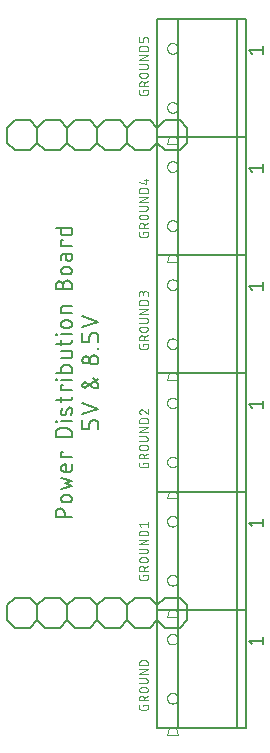
<source format=gbr>
G04 EAGLE Gerber RS-274X export*
G75*
%MOMM*%
%FSLAX34Y34*%
%LPD*%
%INSilkscreen Top*%
%IPPOS*%
%AMOC8*
5,1,8,0,0,1.08239X$1,22.5*%
G01*
%ADD10C,0.127000*%
%ADD11C,0.152400*%
%ADD12C,0.076200*%


D10*
X71865Y192457D02*
X58135Y192457D01*
X58135Y196270D01*
X58137Y196392D01*
X58143Y196514D01*
X58153Y196636D01*
X58166Y196758D01*
X58184Y196879D01*
X58205Y196999D01*
X58231Y197119D01*
X58260Y197237D01*
X58293Y197355D01*
X58329Y197472D01*
X58370Y197587D01*
X58414Y197701D01*
X58461Y197814D01*
X58513Y197925D01*
X58568Y198034D01*
X58626Y198142D01*
X58687Y198247D01*
X58753Y198351D01*
X58821Y198452D01*
X58892Y198551D01*
X58967Y198648D01*
X59045Y198742D01*
X59126Y198834D01*
X59209Y198923D01*
X59296Y199010D01*
X59385Y199093D01*
X59477Y199174D01*
X59571Y199252D01*
X59668Y199327D01*
X59767Y199398D01*
X59868Y199466D01*
X59972Y199532D01*
X60077Y199593D01*
X60185Y199651D01*
X60294Y199706D01*
X60405Y199758D01*
X60518Y199805D01*
X60632Y199849D01*
X60747Y199890D01*
X60864Y199926D01*
X60982Y199959D01*
X61100Y199988D01*
X61220Y200014D01*
X61340Y200035D01*
X61461Y200053D01*
X61583Y200066D01*
X61705Y200076D01*
X61827Y200082D01*
X61949Y200084D01*
X62071Y200082D01*
X62193Y200076D01*
X62315Y200066D01*
X62437Y200053D01*
X62558Y200035D01*
X62678Y200014D01*
X62798Y199988D01*
X62916Y199959D01*
X63034Y199926D01*
X63151Y199890D01*
X63266Y199849D01*
X63380Y199805D01*
X63493Y199758D01*
X63604Y199706D01*
X63713Y199651D01*
X63821Y199593D01*
X63926Y199532D01*
X64030Y199466D01*
X64131Y199398D01*
X64230Y199327D01*
X64327Y199252D01*
X64421Y199174D01*
X64513Y199093D01*
X64602Y199010D01*
X64689Y198923D01*
X64772Y198834D01*
X64853Y198742D01*
X64931Y198648D01*
X65006Y198551D01*
X65077Y198452D01*
X65145Y198351D01*
X65211Y198247D01*
X65272Y198142D01*
X65330Y198034D01*
X65385Y197925D01*
X65437Y197814D01*
X65484Y197701D01*
X65528Y197587D01*
X65569Y197472D01*
X65605Y197355D01*
X65638Y197237D01*
X65667Y197119D01*
X65693Y196999D01*
X65714Y196879D01*
X65732Y196758D01*
X65745Y196636D01*
X65755Y196514D01*
X65761Y196392D01*
X65763Y196270D01*
X65763Y192457D01*
X65763Y205163D02*
X68814Y205163D01*
X65763Y205164D02*
X65654Y205166D01*
X65545Y205172D01*
X65437Y205181D01*
X65329Y205195D01*
X65221Y205212D01*
X65114Y205234D01*
X65008Y205259D01*
X64903Y205288D01*
X64799Y205320D01*
X64697Y205356D01*
X64595Y205396D01*
X64496Y205440D01*
X64397Y205487D01*
X64301Y205537D01*
X64206Y205591D01*
X64114Y205648D01*
X64023Y205709D01*
X63935Y205773D01*
X63849Y205839D01*
X63765Y205909D01*
X63684Y205982D01*
X63606Y206058D01*
X63530Y206136D01*
X63457Y206217D01*
X63387Y206301D01*
X63321Y206387D01*
X63257Y206475D01*
X63196Y206566D01*
X63139Y206658D01*
X63085Y206753D01*
X63035Y206849D01*
X62988Y206948D01*
X62944Y207047D01*
X62904Y207149D01*
X62868Y207251D01*
X62836Y207355D01*
X62807Y207460D01*
X62782Y207566D01*
X62760Y207673D01*
X62743Y207781D01*
X62729Y207889D01*
X62720Y207997D01*
X62714Y208106D01*
X62712Y208215D01*
X62714Y208324D01*
X62720Y208433D01*
X62729Y208541D01*
X62743Y208649D01*
X62760Y208757D01*
X62782Y208864D01*
X62807Y208970D01*
X62836Y209075D01*
X62868Y209179D01*
X62904Y209281D01*
X62944Y209383D01*
X62988Y209482D01*
X63035Y209581D01*
X63085Y209677D01*
X63139Y209772D01*
X63196Y209864D01*
X63257Y209955D01*
X63321Y210043D01*
X63387Y210129D01*
X63457Y210213D01*
X63530Y210294D01*
X63606Y210372D01*
X63684Y210448D01*
X63765Y210521D01*
X63849Y210591D01*
X63935Y210657D01*
X64023Y210721D01*
X64114Y210782D01*
X64206Y210839D01*
X64301Y210893D01*
X64397Y210943D01*
X64496Y210990D01*
X64595Y211034D01*
X64697Y211074D01*
X64799Y211110D01*
X64903Y211142D01*
X65008Y211171D01*
X65114Y211196D01*
X65221Y211218D01*
X65329Y211235D01*
X65437Y211249D01*
X65545Y211258D01*
X65654Y211264D01*
X65763Y211266D01*
X68814Y211266D01*
X68923Y211264D01*
X69032Y211258D01*
X69140Y211249D01*
X69248Y211235D01*
X69356Y211218D01*
X69463Y211196D01*
X69569Y211171D01*
X69674Y211142D01*
X69778Y211110D01*
X69880Y211074D01*
X69982Y211034D01*
X70081Y210990D01*
X70180Y210943D01*
X70276Y210893D01*
X70371Y210839D01*
X70463Y210782D01*
X70554Y210721D01*
X70642Y210657D01*
X70728Y210591D01*
X70812Y210521D01*
X70893Y210448D01*
X70971Y210372D01*
X71047Y210294D01*
X71120Y210213D01*
X71190Y210129D01*
X71256Y210043D01*
X71320Y209955D01*
X71381Y209864D01*
X71438Y209772D01*
X71492Y209677D01*
X71542Y209581D01*
X71589Y209482D01*
X71633Y209383D01*
X71673Y209281D01*
X71709Y209179D01*
X71741Y209075D01*
X71770Y208970D01*
X71795Y208864D01*
X71817Y208757D01*
X71834Y208649D01*
X71848Y208541D01*
X71857Y208433D01*
X71863Y208324D01*
X71865Y208215D01*
X71863Y208106D01*
X71857Y207997D01*
X71848Y207889D01*
X71834Y207781D01*
X71817Y207673D01*
X71795Y207566D01*
X71770Y207460D01*
X71741Y207355D01*
X71709Y207251D01*
X71673Y207149D01*
X71633Y207047D01*
X71589Y206948D01*
X71542Y206849D01*
X71492Y206753D01*
X71438Y206658D01*
X71381Y206566D01*
X71320Y206475D01*
X71256Y206387D01*
X71190Y206301D01*
X71120Y206217D01*
X71047Y206136D01*
X70971Y206058D01*
X70893Y205982D01*
X70812Y205909D01*
X70728Y205839D01*
X70642Y205773D01*
X70554Y205709D01*
X70463Y205648D01*
X70371Y205591D01*
X70276Y205537D01*
X70180Y205487D01*
X70081Y205440D01*
X69982Y205396D01*
X69880Y205356D01*
X69778Y205320D01*
X69674Y205288D01*
X69569Y205259D01*
X69463Y205234D01*
X69356Y205212D01*
X69248Y205195D01*
X69140Y205181D01*
X69032Y205172D01*
X68923Y205166D01*
X68814Y205164D01*
X62712Y216688D02*
X71865Y218976D01*
X65763Y221265D01*
X71865Y223553D01*
X62712Y225841D01*
X71865Y233552D02*
X71865Y237366D01*
X71865Y233552D02*
X71863Y233457D01*
X71857Y233363D01*
X71847Y233269D01*
X71834Y233175D01*
X71816Y233082D01*
X71795Y232990D01*
X71770Y232899D01*
X71741Y232809D01*
X71708Y232720D01*
X71672Y232633D01*
X71633Y232547D01*
X71589Y232463D01*
X71543Y232381D01*
X71492Y232301D01*
X71439Y232222D01*
X71383Y232147D01*
X71323Y232073D01*
X71260Y232002D01*
X71195Y231934D01*
X71127Y231869D01*
X71056Y231806D01*
X70982Y231746D01*
X70907Y231690D01*
X70828Y231637D01*
X70748Y231586D01*
X70666Y231540D01*
X70582Y231496D01*
X70496Y231457D01*
X70409Y231421D01*
X70320Y231388D01*
X70230Y231359D01*
X70139Y231334D01*
X70047Y231313D01*
X69954Y231295D01*
X69860Y231282D01*
X69766Y231272D01*
X69672Y231266D01*
X69577Y231264D01*
X69577Y231263D02*
X65763Y231263D01*
X65654Y231265D01*
X65545Y231271D01*
X65437Y231280D01*
X65329Y231294D01*
X65221Y231311D01*
X65114Y231333D01*
X65008Y231358D01*
X64903Y231387D01*
X64799Y231419D01*
X64697Y231455D01*
X64595Y231495D01*
X64496Y231539D01*
X64397Y231586D01*
X64301Y231636D01*
X64206Y231690D01*
X64114Y231747D01*
X64023Y231808D01*
X63935Y231872D01*
X63849Y231938D01*
X63765Y232008D01*
X63684Y232081D01*
X63606Y232157D01*
X63530Y232235D01*
X63457Y232316D01*
X63387Y232400D01*
X63321Y232486D01*
X63257Y232574D01*
X63196Y232665D01*
X63139Y232757D01*
X63085Y232852D01*
X63035Y232948D01*
X62988Y233047D01*
X62944Y233146D01*
X62904Y233248D01*
X62868Y233350D01*
X62836Y233454D01*
X62807Y233559D01*
X62782Y233665D01*
X62760Y233772D01*
X62743Y233880D01*
X62729Y233988D01*
X62720Y234096D01*
X62714Y234205D01*
X62712Y234314D01*
X62714Y234423D01*
X62720Y234532D01*
X62729Y234640D01*
X62743Y234748D01*
X62760Y234856D01*
X62782Y234963D01*
X62807Y235069D01*
X62836Y235174D01*
X62868Y235278D01*
X62904Y235380D01*
X62944Y235482D01*
X62988Y235581D01*
X63035Y235680D01*
X63085Y235776D01*
X63139Y235871D01*
X63196Y235963D01*
X63257Y236054D01*
X63321Y236142D01*
X63387Y236228D01*
X63457Y236312D01*
X63530Y236393D01*
X63606Y236471D01*
X63684Y236547D01*
X63765Y236620D01*
X63849Y236690D01*
X63935Y236756D01*
X64023Y236820D01*
X64114Y236881D01*
X64206Y236938D01*
X64301Y236992D01*
X64397Y237042D01*
X64496Y237089D01*
X64595Y237133D01*
X64697Y237173D01*
X64799Y237209D01*
X64903Y237241D01*
X65008Y237270D01*
X65114Y237295D01*
X65221Y237317D01*
X65329Y237334D01*
X65437Y237348D01*
X65545Y237357D01*
X65654Y237363D01*
X65763Y237365D01*
X65763Y237366D02*
X67288Y237366D01*
X67288Y231263D01*
X62712Y243494D02*
X71865Y243494D01*
X62712Y243494D02*
X62712Y248071D01*
X64237Y248071D01*
X58135Y260201D02*
X71865Y260201D01*
X58135Y260201D02*
X58135Y264014D01*
X58137Y264136D01*
X58143Y264258D01*
X58153Y264380D01*
X58166Y264502D01*
X58184Y264623D01*
X58205Y264743D01*
X58231Y264863D01*
X58260Y264981D01*
X58293Y265099D01*
X58329Y265216D01*
X58370Y265331D01*
X58414Y265445D01*
X58461Y265558D01*
X58513Y265669D01*
X58568Y265778D01*
X58626Y265886D01*
X58687Y265991D01*
X58753Y266095D01*
X58821Y266196D01*
X58892Y266295D01*
X58967Y266392D01*
X59045Y266486D01*
X59126Y266578D01*
X59209Y266667D01*
X59296Y266754D01*
X59385Y266837D01*
X59477Y266918D01*
X59571Y266996D01*
X59668Y267071D01*
X59767Y267142D01*
X59868Y267210D01*
X59972Y267276D01*
X60077Y267337D01*
X60185Y267395D01*
X60294Y267450D01*
X60405Y267502D01*
X60518Y267549D01*
X60632Y267593D01*
X60747Y267634D01*
X60864Y267670D01*
X60982Y267703D01*
X61100Y267732D01*
X61220Y267758D01*
X61340Y267779D01*
X61461Y267797D01*
X61583Y267810D01*
X61705Y267820D01*
X61827Y267826D01*
X61949Y267828D01*
X68051Y267828D01*
X68173Y267826D01*
X68295Y267820D01*
X68417Y267810D01*
X68539Y267797D01*
X68660Y267779D01*
X68780Y267758D01*
X68900Y267732D01*
X69018Y267703D01*
X69136Y267670D01*
X69253Y267634D01*
X69368Y267593D01*
X69482Y267549D01*
X69595Y267502D01*
X69706Y267450D01*
X69815Y267395D01*
X69923Y267337D01*
X70028Y267276D01*
X70132Y267210D01*
X70233Y267142D01*
X70332Y267071D01*
X70429Y266996D01*
X70523Y266918D01*
X70615Y266837D01*
X70704Y266754D01*
X70791Y266667D01*
X70874Y266578D01*
X70955Y266486D01*
X71033Y266392D01*
X71108Y266295D01*
X71179Y266196D01*
X71247Y266095D01*
X71313Y265991D01*
X71374Y265886D01*
X71432Y265778D01*
X71487Y265669D01*
X71539Y265558D01*
X71586Y265445D01*
X71630Y265331D01*
X71671Y265216D01*
X71707Y265099D01*
X71740Y264981D01*
X71769Y264863D01*
X71795Y264743D01*
X71816Y264623D01*
X71834Y264502D01*
X71847Y264380D01*
X71857Y264258D01*
X71863Y264136D01*
X71865Y264014D01*
X71865Y260201D01*
X71865Y273914D02*
X62712Y273914D01*
X58898Y273533D02*
X58135Y273533D01*
X58135Y274296D01*
X58898Y274296D01*
X58898Y273533D01*
X66526Y280557D02*
X68051Y284371D01*
X66526Y280557D02*
X66491Y280476D01*
X66452Y280396D01*
X66411Y280318D01*
X66365Y280242D01*
X66317Y280168D01*
X66265Y280096D01*
X66210Y280027D01*
X66152Y279960D01*
X66090Y279896D01*
X66027Y279835D01*
X65960Y279776D01*
X65891Y279721D01*
X65819Y279669D01*
X65746Y279620D01*
X65670Y279574D01*
X65592Y279532D01*
X65512Y279493D01*
X65431Y279458D01*
X65348Y279427D01*
X65264Y279399D01*
X65179Y279376D01*
X65093Y279356D01*
X65006Y279339D01*
X64918Y279327D01*
X64830Y279319D01*
X64741Y279315D01*
X64653Y279314D01*
X64564Y279318D01*
X64476Y279325D01*
X64388Y279337D01*
X64301Y279352D01*
X64215Y279372D01*
X64129Y279395D01*
X64045Y279422D01*
X63962Y279453D01*
X63880Y279487D01*
X63800Y279525D01*
X63722Y279566D01*
X63646Y279611D01*
X63572Y279660D01*
X63500Y279711D01*
X63430Y279766D01*
X63363Y279824D01*
X63299Y279885D01*
X63237Y279948D01*
X63179Y280015D01*
X63123Y280084D01*
X63070Y280155D01*
X63021Y280229D01*
X62975Y280304D01*
X62933Y280382D01*
X62894Y280461D01*
X62858Y280543D01*
X62827Y280625D01*
X62799Y280709D01*
X62775Y280794D01*
X62754Y280881D01*
X62738Y280968D01*
X62725Y281055D01*
X62717Y281143D01*
X62712Y281232D01*
X62711Y281320D01*
X62712Y281321D02*
X62717Y281529D01*
X62728Y281737D01*
X62743Y281945D01*
X62764Y282152D01*
X62789Y282359D01*
X62820Y282565D01*
X62855Y282770D01*
X62895Y282974D01*
X62940Y283178D01*
X62991Y283380D01*
X63045Y283581D01*
X63105Y283780D01*
X63170Y283978D01*
X63239Y284175D01*
X63313Y284369D01*
X63391Y284562D01*
X63475Y284753D01*
X68050Y284372D02*
X68085Y284453D01*
X68124Y284533D01*
X68165Y284611D01*
X68211Y284687D01*
X68259Y284761D01*
X68311Y284833D01*
X68366Y284902D01*
X68424Y284969D01*
X68486Y285033D01*
X68549Y285094D01*
X68616Y285153D01*
X68685Y285208D01*
X68757Y285260D01*
X68830Y285309D01*
X68906Y285355D01*
X68984Y285397D01*
X69064Y285436D01*
X69145Y285471D01*
X69228Y285502D01*
X69312Y285530D01*
X69397Y285553D01*
X69483Y285573D01*
X69570Y285590D01*
X69658Y285602D01*
X69746Y285610D01*
X69835Y285614D01*
X69923Y285615D01*
X70012Y285611D01*
X70100Y285604D01*
X70188Y285592D01*
X70275Y285577D01*
X70361Y285557D01*
X70447Y285534D01*
X70531Y285507D01*
X70614Y285476D01*
X70696Y285442D01*
X70776Y285404D01*
X70854Y285363D01*
X70930Y285318D01*
X71004Y285269D01*
X71076Y285218D01*
X71146Y285163D01*
X71213Y285105D01*
X71277Y285044D01*
X71339Y284981D01*
X71397Y284914D01*
X71453Y284845D01*
X71506Y284774D01*
X71555Y284700D01*
X71601Y284625D01*
X71643Y284547D01*
X71682Y284468D01*
X71718Y284386D01*
X71749Y284304D01*
X71777Y284220D01*
X71801Y284135D01*
X71822Y284048D01*
X71838Y283961D01*
X71851Y283874D01*
X71859Y283786D01*
X71864Y283697D01*
X71865Y283609D01*
X71866Y283608D02*
X71858Y283302D01*
X71842Y282997D01*
X71820Y282692D01*
X71790Y282387D01*
X71754Y282083D01*
X71710Y281781D01*
X71658Y281479D01*
X71600Y281178D01*
X71535Y280880D01*
X71462Y280582D01*
X71383Y280287D01*
X71296Y279993D01*
X71203Y279702D01*
X71103Y279413D01*
X62712Y289964D02*
X62712Y294540D01*
X58135Y291489D02*
X69577Y291489D01*
X69577Y291490D02*
X69672Y291492D01*
X69766Y291498D01*
X69860Y291508D01*
X69954Y291521D01*
X70047Y291539D01*
X70139Y291560D01*
X70230Y291585D01*
X70320Y291614D01*
X70409Y291647D01*
X70496Y291683D01*
X70582Y291722D01*
X70666Y291766D01*
X70748Y291812D01*
X70828Y291863D01*
X70907Y291916D01*
X70982Y291972D01*
X71056Y292032D01*
X71127Y292095D01*
X71195Y292160D01*
X71260Y292228D01*
X71323Y292299D01*
X71383Y292373D01*
X71439Y292449D01*
X71492Y292527D01*
X71543Y292607D01*
X71589Y292689D01*
X71633Y292773D01*
X71672Y292859D01*
X71708Y292946D01*
X71741Y293035D01*
X71770Y293125D01*
X71795Y293216D01*
X71816Y293308D01*
X71834Y293401D01*
X71847Y293495D01*
X71857Y293589D01*
X71863Y293683D01*
X71865Y293778D01*
X71865Y294540D01*
X71865Y300194D02*
X62712Y300194D01*
X62712Y304771D01*
X64237Y304771D01*
X62712Y309014D02*
X71865Y309014D01*
X58898Y308633D02*
X58135Y308633D01*
X58135Y309396D01*
X58898Y309396D01*
X58898Y308633D01*
X58135Y315035D02*
X71865Y315035D01*
X71865Y318849D01*
X71863Y318944D01*
X71857Y319038D01*
X71847Y319132D01*
X71834Y319226D01*
X71816Y319319D01*
X71795Y319411D01*
X71770Y319502D01*
X71741Y319592D01*
X71708Y319681D01*
X71672Y319768D01*
X71633Y319854D01*
X71589Y319938D01*
X71543Y320020D01*
X71492Y320100D01*
X71439Y320179D01*
X71383Y320254D01*
X71323Y320328D01*
X71260Y320399D01*
X71195Y320467D01*
X71127Y320532D01*
X71056Y320595D01*
X70982Y320655D01*
X70907Y320711D01*
X70828Y320764D01*
X70748Y320815D01*
X70666Y320861D01*
X70582Y320905D01*
X70496Y320944D01*
X70409Y320980D01*
X70320Y321013D01*
X70230Y321042D01*
X70139Y321067D01*
X70047Y321088D01*
X69954Y321106D01*
X69860Y321119D01*
X69766Y321129D01*
X69672Y321135D01*
X69577Y321137D01*
X65000Y321137D01*
X64905Y321135D01*
X64811Y321129D01*
X64717Y321119D01*
X64623Y321106D01*
X64530Y321088D01*
X64438Y321067D01*
X64347Y321042D01*
X64257Y321013D01*
X64168Y320980D01*
X64081Y320944D01*
X63995Y320905D01*
X63911Y320861D01*
X63829Y320815D01*
X63749Y320764D01*
X63670Y320711D01*
X63595Y320655D01*
X63521Y320595D01*
X63450Y320532D01*
X63382Y320467D01*
X63317Y320399D01*
X63254Y320328D01*
X63194Y320254D01*
X63138Y320179D01*
X63085Y320100D01*
X63034Y320020D01*
X62988Y319938D01*
X62944Y319854D01*
X62905Y319768D01*
X62869Y319681D01*
X62836Y319592D01*
X62807Y319502D01*
X62782Y319411D01*
X62761Y319319D01*
X62743Y319226D01*
X62730Y319132D01*
X62720Y319038D01*
X62714Y318944D01*
X62712Y318849D01*
X62712Y315035D01*
X62712Y327113D02*
X69577Y327113D01*
X69577Y327114D02*
X69672Y327116D01*
X69766Y327122D01*
X69860Y327132D01*
X69954Y327145D01*
X70047Y327163D01*
X70139Y327184D01*
X70230Y327209D01*
X70320Y327238D01*
X70409Y327271D01*
X70496Y327307D01*
X70582Y327346D01*
X70666Y327390D01*
X70748Y327436D01*
X70828Y327487D01*
X70907Y327540D01*
X70982Y327596D01*
X71056Y327656D01*
X71127Y327719D01*
X71195Y327784D01*
X71260Y327852D01*
X71323Y327923D01*
X71383Y327997D01*
X71439Y328072D01*
X71492Y328151D01*
X71543Y328231D01*
X71589Y328313D01*
X71633Y328397D01*
X71672Y328483D01*
X71708Y328570D01*
X71741Y328659D01*
X71770Y328749D01*
X71795Y328840D01*
X71816Y328932D01*
X71834Y329025D01*
X71847Y329119D01*
X71857Y329213D01*
X71863Y329307D01*
X71865Y329402D01*
X71865Y333215D01*
X62712Y333215D01*
X62712Y338114D02*
X62712Y342690D01*
X58135Y339639D02*
X69577Y339639D01*
X69577Y339640D02*
X69672Y339642D01*
X69766Y339648D01*
X69860Y339658D01*
X69954Y339671D01*
X70047Y339689D01*
X70139Y339710D01*
X70230Y339735D01*
X70320Y339764D01*
X70409Y339797D01*
X70496Y339833D01*
X70582Y339872D01*
X70666Y339916D01*
X70748Y339962D01*
X70828Y340013D01*
X70907Y340066D01*
X70982Y340122D01*
X71056Y340182D01*
X71127Y340245D01*
X71195Y340310D01*
X71260Y340378D01*
X71323Y340449D01*
X71383Y340523D01*
X71439Y340599D01*
X71492Y340677D01*
X71543Y340757D01*
X71589Y340839D01*
X71633Y340923D01*
X71672Y341009D01*
X71708Y341096D01*
X71741Y341185D01*
X71770Y341275D01*
X71795Y341366D01*
X71816Y341458D01*
X71834Y341551D01*
X71847Y341645D01*
X71857Y341739D01*
X71863Y341833D01*
X71865Y341928D01*
X71865Y342690D01*
X71865Y347714D02*
X62712Y347714D01*
X58898Y347333D02*
X58135Y347333D01*
X58135Y348096D01*
X58898Y348096D01*
X58898Y347333D01*
X65763Y353213D02*
X68814Y353213D01*
X65763Y353213D02*
X65654Y353215D01*
X65545Y353221D01*
X65437Y353230D01*
X65329Y353244D01*
X65221Y353261D01*
X65114Y353283D01*
X65008Y353308D01*
X64903Y353337D01*
X64799Y353369D01*
X64697Y353405D01*
X64595Y353445D01*
X64496Y353489D01*
X64397Y353536D01*
X64301Y353586D01*
X64206Y353640D01*
X64114Y353697D01*
X64023Y353758D01*
X63935Y353822D01*
X63849Y353888D01*
X63765Y353958D01*
X63684Y354031D01*
X63606Y354107D01*
X63530Y354185D01*
X63457Y354266D01*
X63387Y354350D01*
X63321Y354436D01*
X63257Y354524D01*
X63196Y354615D01*
X63139Y354707D01*
X63085Y354802D01*
X63035Y354898D01*
X62988Y354997D01*
X62944Y355096D01*
X62904Y355198D01*
X62868Y355300D01*
X62836Y355404D01*
X62807Y355509D01*
X62782Y355615D01*
X62760Y355722D01*
X62743Y355830D01*
X62729Y355938D01*
X62720Y356046D01*
X62714Y356155D01*
X62712Y356264D01*
X62714Y356373D01*
X62720Y356482D01*
X62729Y356590D01*
X62743Y356698D01*
X62760Y356806D01*
X62782Y356913D01*
X62807Y357019D01*
X62836Y357124D01*
X62868Y357228D01*
X62904Y357330D01*
X62944Y357432D01*
X62988Y357531D01*
X63035Y357630D01*
X63085Y357726D01*
X63139Y357821D01*
X63196Y357913D01*
X63257Y358004D01*
X63321Y358092D01*
X63387Y358178D01*
X63457Y358262D01*
X63530Y358343D01*
X63606Y358421D01*
X63684Y358497D01*
X63765Y358570D01*
X63849Y358640D01*
X63935Y358706D01*
X64023Y358770D01*
X64114Y358831D01*
X64206Y358888D01*
X64301Y358942D01*
X64397Y358992D01*
X64496Y359039D01*
X64595Y359083D01*
X64697Y359123D01*
X64799Y359159D01*
X64903Y359191D01*
X65008Y359220D01*
X65114Y359245D01*
X65221Y359267D01*
X65329Y359284D01*
X65437Y359298D01*
X65545Y359307D01*
X65654Y359313D01*
X65763Y359315D01*
X68814Y359315D01*
X68923Y359313D01*
X69032Y359307D01*
X69140Y359298D01*
X69248Y359284D01*
X69356Y359267D01*
X69463Y359245D01*
X69569Y359220D01*
X69674Y359191D01*
X69778Y359159D01*
X69880Y359123D01*
X69982Y359083D01*
X70081Y359039D01*
X70180Y358992D01*
X70276Y358942D01*
X70371Y358888D01*
X70463Y358831D01*
X70554Y358770D01*
X70642Y358706D01*
X70728Y358640D01*
X70812Y358570D01*
X70893Y358497D01*
X70971Y358421D01*
X71047Y358343D01*
X71120Y358262D01*
X71190Y358178D01*
X71256Y358092D01*
X71320Y358004D01*
X71381Y357913D01*
X71438Y357821D01*
X71492Y357726D01*
X71542Y357630D01*
X71589Y357531D01*
X71633Y357432D01*
X71673Y357330D01*
X71709Y357228D01*
X71741Y357124D01*
X71770Y357019D01*
X71795Y356913D01*
X71817Y356806D01*
X71834Y356698D01*
X71848Y356590D01*
X71857Y356482D01*
X71863Y356373D01*
X71865Y356264D01*
X71863Y356155D01*
X71857Y356046D01*
X71848Y355938D01*
X71834Y355830D01*
X71817Y355722D01*
X71795Y355615D01*
X71770Y355509D01*
X71741Y355404D01*
X71709Y355300D01*
X71673Y355198D01*
X71633Y355096D01*
X71589Y354997D01*
X71542Y354898D01*
X71492Y354802D01*
X71438Y354707D01*
X71381Y354615D01*
X71320Y354524D01*
X71256Y354436D01*
X71190Y354350D01*
X71120Y354266D01*
X71047Y354185D01*
X70971Y354107D01*
X70893Y354031D01*
X70812Y353958D01*
X70728Y353888D01*
X70642Y353822D01*
X70554Y353758D01*
X70463Y353697D01*
X70371Y353640D01*
X70276Y353586D01*
X70180Y353536D01*
X70081Y353489D01*
X69982Y353445D01*
X69880Y353405D01*
X69778Y353369D01*
X69674Y353337D01*
X69569Y353308D01*
X69463Y353283D01*
X69356Y353261D01*
X69248Y353244D01*
X69140Y353230D01*
X69032Y353221D01*
X68923Y353215D01*
X68814Y353213D01*
X71865Y365363D02*
X62712Y365363D01*
X62712Y369177D01*
X62714Y369272D01*
X62720Y369366D01*
X62730Y369460D01*
X62743Y369554D01*
X62761Y369647D01*
X62782Y369739D01*
X62807Y369830D01*
X62836Y369920D01*
X62869Y370009D01*
X62905Y370096D01*
X62944Y370182D01*
X62988Y370266D01*
X63034Y370348D01*
X63085Y370428D01*
X63138Y370506D01*
X63194Y370582D01*
X63254Y370656D01*
X63317Y370727D01*
X63382Y370795D01*
X63450Y370860D01*
X63521Y370923D01*
X63595Y370983D01*
X63670Y371039D01*
X63749Y371092D01*
X63829Y371143D01*
X63911Y371189D01*
X63995Y371233D01*
X64081Y371272D01*
X64168Y371308D01*
X64257Y371341D01*
X64347Y371370D01*
X64438Y371395D01*
X64530Y371416D01*
X64623Y371434D01*
X64717Y371447D01*
X64811Y371457D01*
X64905Y371463D01*
X65000Y371465D01*
X71865Y371465D01*
X64237Y385506D02*
X64237Y389320D01*
X64239Y389442D01*
X64245Y389564D01*
X64255Y389686D01*
X64268Y389808D01*
X64286Y389929D01*
X64307Y390049D01*
X64333Y390169D01*
X64362Y390287D01*
X64395Y390405D01*
X64431Y390522D01*
X64472Y390637D01*
X64516Y390751D01*
X64563Y390864D01*
X64615Y390975D01*
X64670Y391084D01*
X64728Y391192D01*
X64789Y391297D01*
X64855Y391401D01*
X64923Y391502D01*
X64994Y391601D01*
X65069Y391698D01*
X65147Y391792D01*
X65228Y391884D01*
X65311Y391973D01*
X65398Y392060D01*
X65487Y392143D01*
X65579Y392224D01*
X65673Y392302D01*
X65770Y392377D01*
X65869Y392448D01*
X65970Y392516D01*
X66074Y392582D01*
X66179Y392643D01*
X66287Y392701D01*
X66396Y392756D01*
X66507Y392808D01*
X66620Y392855D01*
X66734Y392899D01*
X66849Y392940D01*
X66966Y392976D01*
X67084Y393009D01*
X67202Y393038D01*
X67322Y393064D01*
X67442Y393085D01*
X67563Y393103D01*
X67685Y393116D01*
X67807Y393126D01*
X67929Y393132D01*
X68051Y393134D01*
X68173Y393132D01*
X68295Y393126D01*
X68417Y393116D01*
X68539Y393103D01*
X68660Y393085D01*
X68780Y393064D01*
X68900Y393038D01*
X69018Y393009D01*
X69136Y392976D01*
X69253Y392940D01*
X69368Y392899D01*
X69482Y392855D01*
X69595Y392808D01*
X69706Y392756D01*
X69815Y392701D01*
X69923Y392643D01*
X70028Y392582D01*
X70132Y392516D01*
X70233Y392448D01*
X70332Y392377D01*
X70429Y392302D01*
X70523Y392224D01*
X70615Y392143D01*
X70704Y392060D01*
X70791Y391973D01*
X70874Y391884D01*
X70955Y391792D01*
X71033Y391698D01*
X71108Y391601D01*
X71179Y391502D01*
X71247Y391401D01*
X71313Y391297D01*
X71374Y391192D01*
X71432Y391084D01*
X71487Y390975D01*
X71539Y390864D01*
X71586Y390751D01*
X71630Y390637D01*
X71671Y390522D01*
X71707Y390405D01*
X71740Y390287D01*
X71769Y390169D01*
X71795Y390049D01*
X71816Y389929D01*
X71834Y389808D01*
X71847Y389686D01*
X71857Y389564D01*
X71863Y389442D01*
X71865Y389320D01*
X71865Y385506D01*
X58135Y385506D01*
X58135Y389320D01*
X58137Y389429D01*
X58143Y389538D01*
X58152Y389646D01*
X58166Y389754D01*
X58183Y389862D01*
X58205Y389969D01*
X58230Y390075D01*
X58259Y390180D01*
X58291Y390284D01*
X58327Y390386D01*
X58367Y390488D01*
X58411Y390587D01*
X58458Y390686D01*
X58508Y390782D01*
X58562Y390877D01*
X58619Y390969D01*
X58680Y391060D01*
X58744Y391148D01*
X58810Y391234D01*
X58880Y391318D01*
X58953Y391399D01*
X59029Y391477D01*
X59107Y391553D01*
X59188Y391626D01*
X59272Y391696D01*
X59358Y391762D01*
X59446Y391826D01*
X59537Y391887D01*
X59629Y391944D01*
X59724Y391998D01*
X59820Y392048D01*
X59919Y392095D01*
X60018Y392139D01*
X60120Y392179D01*
X60222Y392215D01*
X60326Y392247D01*
X60431Y392276D01*
X60537Y392301D01*
X60644Y392323D01*
X60752Y392340D01*
X60860Y392354D01*
X60968Y392363D01*
X61077Y392369D01*
X61186Y392371D01*
X61295Y392369D01*
X61404Y392363D01*
X61512Y392354D01*
X61620Y392340D01*
X61728Y392323D01*
X61835Y392301D01*
X61941Y392276D01*
X62046Y392247D01*
X62150Y392215D01*
X62252Y392179D01*
X62354Y392139D01*
X62453Y392095D01*
X62552Y392048D01*
X62648Y391998D01*
X62743Y391944D01*
X62835Y391887D01*
X62926Y391826D01*
X63014Y391762D01*
X63100Y391696D01*
X63184Y391626D01*
X63265Y391553D01*
X63343Y391477D01*
X63419Y391399D01*
X63492Y391318D01*
X63562Y391234D01*
X63628Y391148D01*
X63692Y391060D01*
X63753Y390969D01*
X63810Y390877D01*
X63864Y390782D01*
X63914Y390686D01*
X63961Y390587D01*
X64005Y390488D01*
X64045Y390386D01*
X64081Y390284D01*
X64113Y390180D01*
X64142Y390075D01*
X64167Y389969D01*
X64189Y389862D01*
X64206Y389754D01*
X64220Y389646D01*
X64229Y389538D01*
X64235Y389429D01*
X64237Y389320D01*
X65763Y398213D02*
X68814Y398213D01*
X65763Y398213D02*
X65654Y398215D01*
X65545Y398221D01*
X65437Y398230D01*
X65329Y398244D01*
X65221Y398261D01*
X65114Y398283D01*
X65008Y398308D01*
X64903Y398337D01*
X64799Y398369D01*
X64697Y398405D01*
X64595Y398445D01*
X64496Y398489D01*
X64397Y398536D01*
X64301Y398586D01*
X64206Y398640D01*
X64114Y398697D01*
X64023Y398758D01*
X63935Y398822D01*
X63849Y398888D01*
X63765Y398958D01*
X63684Y399031D01*
X63606Y399107D01*
X63530Y399185D01*
X63457Y399266D01*
X63387Y399350D01*
X63321Y399436D01*
X63257Y399524D01*
X63196Y399615D01*
X63139Y399707D01*
X63085Y399802D01*
X63035Y399898D01*
X62988Y399997D01*
X62944Y400096D01*
X62904Y400198D01*
X62868Y400300D01*
X62836Y400404D01*
X62807Y400509D01*
X62782Y400615D01*
X62760Y400722D01*
X62743Y400830D01*
X62729Y400938D01*
X62720Y401046D01*
X62714Y401155D01*
X62712Y401264D01*
X62714Y401373D01*
X62720Y401482D01*
X62729Y401590D01*
X62743Y401698D01*
X62760Y401806D01*
X62782Y401913D01*
X62807Y402019D01*
X62836Y402124D01*
X62868Y402228D01*
X62904Y402330D01*
X62944Y402432D01*
X62988Y402531D01*
X63035Y402630D01*
X63085Y402726D01*
X63139Y402821D01*
X63196Y402913D01*
X63257Y403004D01*
X63321Y403092D01*
X63387Y403178D01*
X63457Y403262D01*
X63530Y403343D01*
X63606Y403421D01*
X63684Y403497D01*
X63765Y403570D01*
X63849Y403640D01*
X63935Y403706D01*
X64023Y403770D01*
X64114Y403831D01*
X64206Y403888D01*
X64301Y403942D01*
X64397Y403992D01*
X64496Y404039D01*
X64595Y404083D01*
X64697Y404123D01*
X64799Y404159D01*
X64903Y404191D01*
X65008Y404220D01*
X65114Y404245D01*
X65221Y404267D01*
X65329Y404284D01*
X65437Y404298D01*
X65545Y404307D01*
X65654Y404313D01*
X65763Y404315D01*
X68814Y404315D01*
X68923Y404313D01*
X69032Y404307D01*
X69140Y404298D01*
X69248Y404284D01*
X69356Y404267D01*
X69463Y404245D01*
X69569Y404220D01*
X69674Y404191D01*
X69778Y404159D01*
X69880Y404123D01*
X69982Y404083D01*
X70081Y404039D01*
X70180Y403992D01*
X70276Y403942D01*
X70371Y403888D01*
X70463Y403831D01*
X70554Y403770D01*
X70642Y403706D01*
X70728Y403640D01*
X70812Y403570D01*
X70893Y403497D01*
X70971Y403421D01*
X71047Y403343D01*
X71120Y403262D01*
X71190Y403178D01*
X71256Y403092D01*
X71320Y403004D01*
X71381Y402913D01*
X71438Y402821D01*
X71492Y402726D01*
X71542Y402630D01*
X71589Y402531D01*
X71633Y402432D01*
X71673Y402330D01*
X71709Y402228D01*
X71741Y402124D01*
X71770Y402019D01*
X71795Y401913D01*
X71817Y401806D01*
X71834Y401698D01*
X71848Y401590D01*
X71857Y401482D01*
X71863Y401373D01*
X71865Y401264D01*
X71863Y401155D01*
X71857Y401046D01*
X71848Y400938D01*
X71834Y400830D01*
X71817Y400722D01*
X71795Y400615D01*
X71770Y400509D01*
X71741Y400404D01*
X71709Y400300D01*
X71673Y400198D01*
X71633Y400096D01*
X71589Y399997D01*
X71542Y399898D01*
X71492Y399802D01*
X71438Y399707D01*
X71381Y399615D01*
X71320Y399524D01*
X71256Y399436D01*
X71190Y399350D01*
X71120Y399266D01*
X71047Y399185D01*
X70971Y399107D01*
X70893Y399031D01*
X70812Y398958D01*
X70728Y398888D01*
X70642Y398822D01*
X70554Y398758D01*
X70463Y398697D01*
X70371Y398640D01*
X70276Y398586D01*
X70180Y398536D01*
X70081Y398489D01*
X69982Y398445D01*
X69880Y398405D01*
X69778Y398369D01*
X69674Y398337D01*
X69569Y398308D01*
X69463Y398283D01*
X69356Y398261D01*
X69248Y398244D01*
X69140Y398230D01*
X69032Y398221D01*
X68923Y398215D01*
X68814Y398213D01*
X66526Y412511D02*
X66526Y415944D01*
X66525Y412511D02*
X66527Y412409D01*
X66533Y412307D01*
X66543Y412205D01*
X66556Y412103D01*
X66574Y412003D01*
X66595Y411903D01*
X66620Y411803D01*
X66649Y411705D01*
X66682Y411608D01*
X66719Y411513D01*
X66759Y411419D01*
X66802Y411326D01*
X66849Y411235D01*
X66900Y411147D01*
X66954Y411060D01*
X67011Y410975D01*
X67072Y410892D01*
X67135Y410812D01*
X67202Y410735D01*
X67271Y410660D01*
X67344Y410587D01*
X67419Y410518D01*
X67496Y410451D01*
X67576Y410388D01*
X67659Y410327D01*
X67744Y410270D01*
X67831Y410216D01*
X67919Y410165D01*
X68010Y410118D01*
X68103Y410075D01*
X68197Y410035D01*
X68292Y409998D01*
X68389Y409965D01*
X68487Y409936D01*
X68587Y409911D01*
X68687Y409890D01*
X68787Y409872D01*
X68889Y409859D01*
X68991Y409849D01*
X69093Y409843D01*
X69195Y409841D01*
X69297Y409843D01*
X69399Y409849D01*
X69501Y409859D01*
X69603Y409872D01*
X69703Y409890D01*
X69803Y409911D01*
X69903Y409936D01*
X70001Y409965D01*
X70098Y409998D01*
X70193Y410035D01*
X70287Y410075D01*
X70380Y410118D01*
X70471Y410165D01*
X70559Y410216D01*
X70646Y410270D01*
X70731Y410327D01*
X70814Y410388D01*
X70894Y410451D01*
X70971Y410518D01*
X71046Y410587D01*
X71119Y410660D01*
X71188Y410735D01*
X71255Y410812D01*
X71318Y410892D01*
X71379Y410975D01*
X71436Y411060D01*
X71490Y411147D01*
X71541Y411235D01*
X71588Y411326D01*
X71631Y411419D01*
X71671Y411513D01*
X71708Y411608D01*
X71741Y411705D01*
X71770Y411803D01*
X71795Y411903D01*
X71816Y412003D01*
X71834Y412103D01*
X71847Y412205D01*
X71857Y412307D01*
X71863Y412409D01*
X71865Y412511D01*
X71865Y415944D01*
X65000Y415944D01*
X65000Y415943D02*
X64905Y415941D01*
X64811Y415935D01*
X64717Y415925D01*
X64623Y415912D01*
X64530Y415894D01*
X64438Y415873D01*
X64347Y415848D01*
X64257Y415819D01*
X64168Y415786D01*
X64081Y415750D01*
X63995Y415711D01*
X63911Y415667D01*
X63829Y415621D01*
X63749Y415570D01*
X63670Y415517D01*
X63595Y415461D01*
X63521Y415401D01*
X63450Y415338D01*
X63382Y415273D01*
X63317Y415205D01*
X63254Y415134D01*
X63194Y415060D01*
X63138Y414985D01*
X63085Y414906D01*
X63034Y414826D01*
X62988Y414744D01*
X62944Y414660D01*
X62905Y414574D01*
X62869Y414487D01*
X62836Y414398D01*
X62807Y414308D01*
X62782Y414217D01*
X62761Y414125D01*
X62743Y414032D01*
X62730Y413938D01*
X62720Y413844D01*
X62714Y413750D01*
X62712Y413655D01*
X62712Y410604D01*
X62712Y422594D02*
X71865Y422594D01*
X62712Y422594D02*
X62712Y427170D01*
X64237Y427170D01*
X58135Y437544D02*
X71865Y437544D01*
X71865Y433730D01*
X71863Y433635D01*
X71857Y433541D01*
X71847Y433447D01*
X71834Y433353D01*
X71816Y433260D01*
X71795Y433168D01*
X71770Y433077D01*
X71741Y432987D01*
X71708Y432898D01*
X71672Y432811D01*
X71633Y432725D01*
X71589Y432641D01*
X71543Y432559D01*
X71492Y432479D01*
X71439Y432400D01*
X71383Y432325D01*
X71323Y432251D01*
X71260Y432180D01*
X71195Y432112D01*
X71127Y432047D01*
X71056Y431984D01*
X70982Y431924D01*
X70907Y431868D01*
X70828Y431815D01*
X70748Y431764D01*
X70666Y431718D01*
X70582Y431674D01*
X70496Y431635D01*
X70409Y431599D01*
X70320Y431566D01*
X70230Y431537D01*
X70139Y431512D01*
X70047Y431491D01*
X69954Y431473D01*
X69860Y431460D01*
X69766Y431450D01*
X69672Y431444D01*
X69577Y431442D01*
X69577Y431441D02*
X65000Y431441D01*
X65000Y431442D02*
X64905Y431444D01*
X64811Y431450D01*
X64717Y431460D01*
X64623Y431473D01*
X64530Y431491D01*
X64438Y431512D01*
X64347Y431537D01*
X64257Y431566D01*
X64168Y431599D01*
X64081Y431635D01*
X63995Y431674D01*
X63911Y431718D01*
X63829Y431764D01*
X63749Y431815D01*
X63670Y431868D01*
X63595Y431924D01*
X63521Y431984D01*
X63450Y432047D01*
X63382Y432112D01*
X63317Y432180D01*
X63254Y432251D01*
X63194Y432325D01*
X63138Y432400D01*
X63085Y432479D01*
X63034Y432559D01*
X62988Y432641D01*
X62944Y432725D01*
X62905Y432811D01*
X62869Y432898D01*
X62836Y432987D01*
X62807Y433077D01*
X62782Y433168D01*
X62761Y433260D01*
X62743Y433353D01*
X62730Y433447D01*
X62720Y433541D01*
X62714Y433635D01*
X62712Y433730D01*
X62712Y437544D01*
X94365Y271731D02*
X94365Y267155D01*
X94365Y271731D02*
X94363Y271840D01*
X94357Y271949D01*
X94348Y272057D01*
X94334Y272165D01*
X94317Y272273D01*
X94295Y272380D01*
X94270Y272486D01*
X94241Y272591D01*
X94209Y272695D01*
X94173Y272797D01*
X94133Y272899D01*
X94089Y272998D01*
X94042Y273097D01*
X93992Y273193D01*
X93938Y273288D01*
X93881Y273380D01*
X93820Y273471D01*
X93756Y273559D01*
X93690Y273645D01*
X93620Y273729D01*
X93547Y273810D01*
X93471Y273888D01*
X93393Y273964D01*
X93312Y274037D01*
X93228Y274107D01*
X93142Y274173D01*
X93054Y274237D01*
X92963Y274298D01*
X92871Y274355D01*
X92776Y274409D01*
X92680Y274459D01*
X92581Y274506D01*
X92482Y274550D01*
X92380Y274590D01*
X92278Y274626D01*
X92174Y274658D01*
X92069Y274687D01*
X91963Y274712D01*
X91856Y274734D01*
X91748Y274751D01*
X91640Y274765D01*
X91532Y274774D01*
X91423Y274780D01*
X91314Y274782D01*
X91314Y274783D02*
X89788Y274783D01*
X89788Y274782D02*
X89679Y274780D01*
X89570Y274774D01*
X89462Y274765D01*
X89354Y274751D01*
X89246Y274734D01*
X89139Y274712D01*
X89033Y274687D01*
X88928Y274658D01*
X88825Y274626D01*
X88722Y274590D01*
X88620Y274550D01*
X88521Y274506D01*
X88422Y274459D01*
X88326Y274409D01*
X88231Y274355D01*
X88139Y274298D01*
X88048Y274237D01*
X87960Y274173D01*
X87874Y274107D01*
X87790Y274037D01*
X87709Y273964D01*
X87631Y273888D01*
X87555Y273810D01*
X87482Y273729D01*
X87412Y273645D01*
X87346Y273559D01*
X87282Y273471D01*
X87221Y273381D01*
X87164Y273288D01*
X87110Y273193D01*
X87060Y273097D01*
X87013Y272998D01*
X86969Y272899D01*
X86929Y272797D01*
X86893Y272695D01*
X86861Y272591D01*
X86832Y272486D01*
X86807Y272380D01*
X86785Y272273D01*
X86768Y272165D01*
X86754Y272057D01*
X86745Y271949D01*
X86739Y271840D01*
X86737Y271731D01*
X86737Y267155D01*
X80635Y267155D01*
X80635Y274783D01*
X80635Y279892D02*
X94365Y284469D01*
X80635Y289045D01*
X84068Y302804D02*
X83987Y302756D01*
X83905Y302712D01*
X83820Y302671D01*
X83734Y302633D01*
X83647Y302600D01*
X83558Y302570D01*
X83468Y302543D01*
X83377Y302521D01*
X83286Y302502D01*
X83193Y302487D01*
X83100Y302476D01*
X83007Y302469D01*
X82913Y302465D01*
X82820Y302466D01*
X82726Y302470D01*
X82633Y302479D01*
X82540Y302491D01*
X82447Y302507D01*
X82356Y302527D01*
X82265Y302551D01*
X82176Y302579D01*
X82087Y302610D01*
X82001Y302645D01*
X81915Y302683D01*
X81831Y302725D01*
X81750Y302771D01*
X81670Y302820D01*
X81592Y302872D01*
X81516Y302927D01*
X81443Y302986D01*
X81372Y303047D01*
X81304Y303112D01*
X81239Y303179D01*
X81176Y303248D01*
X81117Y303321D01*
X81061Y303396D01*
X81007Y303473D01*
X80957Y303552D01*
X80911Y303633D01*
X80867Y303716D01*
X80828Y303801D01*
X80791Y303887D01*
X80759Y303975D01*
X80730Y304064D01*
X80705Y304155D01*
X80684Y304246D01*
X80666Y304338D01*
X80653Y304431D01*
X80643Y304524D01*
X80637Y304617D01*
X80635Y304711D01*
X84068Y302804D02*
X94365Y309287D01*
X84068Y306618D02*
X83987Y306666D01*
X83905Y306710D01*
X83820Y306751D01*
X83734Y306789D01*
X83647Y306822D01*
X83558Y306852D01*
X83468Y306879D01*
X83377Y306901D01*
X83286Y306920D01*
X83193Y306935D01*
X83100Y306946D01*
X83007Y306953D01*
X82913Y306957D01*
X82820Y306956D01*
X82726Y306952D01*
X82633Y306943D01*
X82540Y306931D01*
X82447Y306915D01*
X82356Y306895D01*
X82265Y306871D01*
X82176Y306843D01*
X82087Y306812D01*
X82001Y306777D01*
X81915Y306739D01*
X81831Y306697D01*
X81750Y306651D01*
X81670Y306602D01*
X81592Y306550D01*
X81516Y306495D01*
X81443Y306436D01*
X81372Y306375D01*
X81304Y306310D01*
X81239Y306243D01*
X81176Y306174D01*
X81117Y306101D01*
X81061Y306026D01*
X81007Y305949D01*
X80957Y305870D01*
X80911Y305789D01*
X80867Y305706D01*
X80828Y305621D01*
X80791Y305535D01*
X80759Y305447D01*
X80730Y305358D01*
X80705Y305267D01*
X80684Y305176D01*
X80666Y305084D01*
X80653Y304991D01*
X80643Y304898D01*
X80637Y304805D01*
X80635Y304711D01*
X92077Y301660D02*
X92172Y301662D01*
X92266Y301668D01*
X92360Y301678D01*
X92454Y301691D01*
X92547Y301709D01*
X92639Y301730D01*
X92730Y301755D01*
X92820Y301784D01*
X92909Y301817D01*
X92996Y301853D01*
X93082Y301892D01*
X93166Y301936D01*
X93248Y301982D01*
X93328Y302033D01*
X93407Y302086D01*
X93482Y302142D01*
X93556Y302202D01*
X93627Y302265D01*
X93695Y302330D01*
X93760Y302398D01*
X93823Y302469D01*
X93883Y302543D01*
X93939Y302618D01*
X93992Y302697D01*
X94043Y302777D01*
X94089Y302859D01*
X94133Y302943D01*
X94172Y303029D01*
X94208Y303116D01*
X94241Y303205D01*
X94270Y303295D01*
X94295Y303386D01*
X94316Y303478D01*
X94334Y303571D01*
X94347Y303665D01*
X94357Y303759D01*
X94363Y303853D01*
X94365Y303948D01*
X92077Y301660D02*
X91995Y301662D01*
X91914Y301667D01*
X91832Y301676D01*
X91751Y301688D01*
X91671Y301704D01*
X91592Y301723D01*
X91513Y301745D01*
X91435Y301771D01*
X91359Y301800D01*
X91284Y301833D01*
X91210Y301868D01*
X91138Y301907D01*
X91068Y301949D01*
X90999Y301994D01*
X90933Y302041D01*
X84068Y306618D01*
X93984Y305092D02*
X94031Y305026D01*
X94076Y304957D01*
X94118Y304887D01*
X94157Y304815D01*
X94192Y304741D01*
X94225Y304666D01*
X94254Y304590D01*
X94280Y304512D01*
X94302Y304433D01*
X94321Y304354D01*
X94337Y304274D01*
X94349Y304193D01*
X94358Y304111D01*
X94363Y304030D01*
X94365Y303948D01*
X93984Y305092D02*
X89788Y310813D01*
X90551Y322055D02*
X90429Y322057D01*
X90307Y322063D01*
X90185Y322073D01*
X90063Y322086D01*
X89942Y322104D01*
X89822Y322125D01*
X89702Y322151D01*
X89584Y322180D01*
X89466Y322213D01*
X89349Y322249D01*
X89234Y322290D01*
X89120Y322334D01*
X89007Y322381D01*
X88896Y322433D01*
X88787Y322488D01*
X88679Y322546D01*
X88574Y322607D01*
X88470Y322673D01*
X88369Y322741D01*
X88270Y322812D01*
X88173Y322887D01*
X88079Y322965D01*
X87987Y323046D01*
X87898Y323129D01*
X87811Y323216D01*
X87728Y323305D01*
X87647Y323397D01*
X87569Y323491D01*
X87494Y323588D01*
X87423Y323687D01*
X87355Y323788D01*
X87289Y323892D01*
X87228Y323997D01*
X87170Y324105D01*
X87115Y324214D01*
X87063Y324325D01*
X87016Y324438D01*
X86972Y324552D01*
X86931Y324667D01*
X86895Y324784D01*
X86862Y324902D01*
X86833Y325020D01*
X86807Y325140D01*
X86786Y325260D01*
X86768Y325381D01*
X86755Y325503D01*
X86745Y325625D01*
X86739Y325747D01*
X86737Y325869D01*
X86739Y325991D01*
X86745Y326113D01*
X86755Y326235D01*
X86768Y326357D01*
X86786Y326478D01*
X86807Y326598D01*
X86833Y326718D01*
X86862Y326836D01*
X86895Y326954D01*
X86931Y327071D01*
X86972Y327186D01*
X87016Y327300D01*
X87063Y327413D01*
X87115Y327524D01*
X87170Y327633D01*
X87228Y327741D01*
X87289Y327846D01*
X87355Y327950D01*
X87423Y328051D01*
X87494Y328150D01*
X87569Y328247D01*
X87647Y328341D01*
X87728Y328433D01*
X87811Y328522D01*
X87898Y328609D01*
X87987Y328692D01*
X88079Y328773D01*
X88173Y328851D01*
X88270Y328926D01*
X88369Y328997D01*
X88470Y329065D01*
X88574Y329131D01*
X88679Y329192D01*
X88787Y329250D01*
X88896Y329305D01*
X89007Y329357D01*
X89120Y329404D01*
X89234Y329448D01*
X89349Y329489D01*
X89466Y329525D01*
X89584Y329558D01*
X89702Y329587D01*
X89822Y329613D01*
X89942Y329634D01*
X90063Y329652D01*
X90185Y329665D01*
X90307Y329675D01*
X90429Y329681D01*
X90551Y329683D01*
X90673Y329681D01*
X90795Y329675D01*
X90917Y329665D01*
X91039Y329652D01*
X91160Y329634D01*
X91280Y329613D01*
X91400Y329587D01*
X91518Y329558D01*
X91636Y329525D01*
X91753Y329489D01*
X91868Y329448D01*
X91982Y329404D01*
X92095Y329357D01*
X92206Y329305D01*
X92315Y329250D01*
X92423Y329192D01*
X92528Y329131D01*
X92632Y329065D01*
X92733Y328997D01*
X92832Y328926D01*
X92929Y328851D01*
X93023Y328773D01*
X93115Y328692D01*
X93204Y328609D01*
X93291Y328522D01*
X93374Y328433D01*
X93455Y328341D01*
X93533Y328247D01*
X93608Y328150D01*
X93679Y328051D01*
X93747Y327950D01*
X93813Y327846D01*
X93874Y327741D01*
X93932Y327633D01*
X93987Y327524D01*
X94039Y327413D01*
X94086Y327300D01*
X94130Y327186D01*
X94171Y327071D01*
X94207Y326954D01*
X94240Y326836D01*
X94269Y326718D01*
X94295Y326598D01*
X94316Y326478D01*
X94334Y326357D01*
X94347Y326235D01*
X94357Y326113D01*
X94363Y325991D01*
X94365Y325869D01*
X94363Y325747D01*
X94357Y325625D01*
X94347Y325503D01*
X94334Y325381D01*
X94316Y325260D01*
X94295Y325140D01*
X94269Y325020D01*
X94240Y324902D01*
X94207Y324784D01*
X94171Y324667D01*
X94130Y324552D01*
X94086Y324438D01*
X94039Y324325D01*
X93987Y324214D01*
X93932Y324105D01*
X93874Y323997D01*
X93813Y323892D01*
X93747Y323788D01*
X93679Y323687D01*
X93608Y323588D01*
X93533Y323491D01*
X93455Y323397D01*
X93374Y323305D01*
X93291Y323216D01*
X93204Y323129D01*
X93115Y323046D01*
X93023Y322965D01*
X92929Y322887D01*
X92832Y322812D01*
X92733Y322741D01*
X92632Y322673D01*
X92528Y322607D01*
X92423Y322546D01*
X92315Y322488D01*
X92206Y322433D01*
X92095Y322381D01*
X91982Y322334D01*
X91868Y322290D01*
X91753Y322249D01*
X91636Y322213D01*
X91518Y322180D01*
X91400Y322151D01*
X91280Y322125D01*
X91160Y322104D01*
X91039Y322086D01*
X90917Y322073D01*
X90795Y322063D01*
X90673Y322057D01*
X90551Y322055D01*
X83686Y322818D02*
X83577Y322820D01*
X83468Y322826D01*
X83360Y322835D01*
X83252Y322849D01*
X83144Y322866D01*
X83037Y322888D01*
X82931Y322913D01*
X82826Y322942D01*
X82722Y322974D01*
X82620Y323010D01*
X82518Y323050D01*
X82419Y323094D01*
X82320Y323141D01*
X82224Y323191D01*
X82129Y323245D01*
X82037Y323302D01*
X81946Y323363D01*
X81858Y323427D01*
X81772Y323493D01*
X81688Y323563D01*
X81607Y323636D01*
X81529Y323712D01*
X81453Y323790D01*
X81380Y323871D01*
X81310Y323955D01*
X81244Y324041D01*
X81180Y324129D01*
X81119Y324220D01*
X81062Y324312D01*
X81008Y324407D01*
X80958Y324503D01*
X80911Y324602D01*
X80867Y324701D01*
X80827Y324803D01*
X80791Y324905D01*
X80759Y325009D01*
X80730Y325114D01*
X80705Y325220D01*
X80683Y325327D01*
X80666Y325435D01*
X80652Y325543D01*
X80643Y325651D01*
X80637Y325760D01*
X80635Y325869D01*
X80637Y325978D01*
X80643Y326087D01*
X80652Y326195D01*
X80666Y326303D01*
X80683Y326411D01*
X80705Y326518D01*
X80730Y326624D01*
X80759Y326729D01*
X80791Y326833D01*
X80827Y326935D01*
X80867Y327037D01*
X80911Y327136D01*
X80958Y327235D01*
X81008Y327331D01*
X81062Y327426D01*
X81119Y327518D01*
X81180Y327609D01*
X81244Y327697D01*
X81310Y327783D01*
X81380Y327867D01*
X81453Y327948D01*
X81529Y328026D01*
X81607Y328102D01*
X81688Y328175D01*
X81772Y328245D01*
X81858Y328311D01*
X81946Y328375D01*
X82037Y328436D01*
X82129Y328493D01*
X82224Y328547D01*
X82320Y328597D01*
X82419Y328644D01*
X82518Y328688D01*
X82620Y328728D01*
X82722Y328764D01*
X82826Y328796D01*
X82931Y328825D01*
X83037Y328850D01*
X83144Y328872D01*
X83252Y328889D01*
X83360Y328903D01*
X83468Y328912D01*
X83577Y328918D01*
X83686Y328920D01*
X83795Y328918D01*
X83904Y328912D01*
X84012Y328903D01*
X84120Y328889D01*
X84228Y328872D01*
X84335Y328850D01*
X84441Y328825D01*
X84546Y328796D01*
X84650Y328764D01*
X84752Y328728D01*
X84854Y328688D01*
X84953Y328644D01*
X85052Y328597D01*
X85148Y328547D01*
X85243Y328493D01*
X85335Y328436D01*
X85426Y328375D01*
X85514Y328311D01*
X85600Y328245D01*
X85684Y328175D01*
X85765Y328102D01*
X85843Y328026D01*
X85919Y327948D01*
X85992Y327867D01*
X86062Y327783D01*
X86128Y327697D01*
X86192Y327609D01*
X86253Y327518D01*
X86310Y327426D01*
X86364Y327331D01*
X86414Y327235D01*
X86461Y327136D01*
X86505Y327037D01*
X86545Y326935D01*
X86581Y326833D01*
X86613Y326729D01*
X86642Y326624D01*
X86667Y326518D01*
X86689Y326411D01*
X86706Y326303D01*
X86720Y326195D01*
X86729Y326087D01*
X86735Y325978D01*
X86737Y325869D01*
X86735Y325760D01*
X86729Y325651D01*
X86720Y325543D01*
X86706Y325435D01*
X86689Y325327D01*
X86667Y325220D01*
X86642Y325114D01*
X86613Y325009D01*
X86581Y324905D01*
X86545Y324803D01*
X86505Y324701D01*
X86461Y324602D01*
X86414Y324503D01*
X86364Y324407D01*
X86310Y324312D01*
X86253Y324220D01*
X86192Y324129D01*
X86128Y324041D01*
X86062Y323955D01*
X85992Y323871D01*
X85919Y323790D01*
X85843Y323712D01*
X85765Y323636D01*
X85684Y323563D01*
X85600Y323493D01*
X85514Y323427D01*
X85426Y323363D01*
X85335Y323302D01*
X85243Y323245D01*
X85148Y323191D01*
X85052Y323141D01*
X84953Y323094D01*
X84854Y323050D01*
X84752Y323010D01*
X84650Y322974D01*
X84546Y322942D01*
X84441Y322913D01*
X84335Y322888D01*
X84228Y322866D01*
X84120Y322849D01*
X84012Y322835D01*
X83904Y322826D01*
X83795Y322820D01*
X83686Y322818D01*
X93602Y334937D02*
X94365Y334937D01*
X93602Y334937D02*
X93602Y335700D01*
X94365Y335700D01*
X94365Y334937D01*
X94365Y340955D02*
X94365Y345531D01*
X94363Y345640D01*
X94357Y345749D01*
X94348Y345857D01*
X94334Y345965D01*
X94317Y346073D01*
X94295Y346180D01*
X94270Y346286D01*
X94241Y346391D01*
X94209Y346495D01*
X94173Y346597D01*
X94133Y346699D01*
X94089Y346798D01*
X94042Y346897D01*
X93992Y346993D01*
X93938Y347088D01*
X93881Y347180D01*
X93820Y347271D01*
X93756Y347359D01*
X93690Y347445D01*
X93620Y347529D01*
X93547Y347610D01*
X93471Y347688D01*
X93393Y347764D01*
X93312Y347837D01*
X93228Y347907D01*
X93142Y347973D01*
X93054Y348037D01*
X92963Y348098D01*
X92871Y348155D01*
X92776Y348209D01*
X92680Y348259D01*
X92581Y348306D01*
X92482Y348350D01*
X92380Y348390D01*
X92278Y348426D01*
X92174Y348458D01*
X92069Y348487D01*
X91963Y348512D01*
X91856Y348534D01*
X91748Y348551D01*
X91640Y348565D01*
X91532Y348574D01*
X91423Y348580D01*
X91314Y348582D01*
X89788Y348582D01*
X89679Y348580D01*
X89570Y348574D01*
X89462Y348565D01*
X89354Y348551D01*
X89246Y348534D01*
X89139Y348512D01*
X89033Y348487D01*
X88928Y348458D01*
X88825Y348426D01*
X88722Y348390D01*
X88620Y348350D01*
X88521Y348306D01*
X88422Y348259D01*
X88326Y348209D01*
X88231Y348155D01*
X88139Y348098D01*
X88048Y348037D01*
X87960Y347973D01*
X87874Y347907D01*
X87790Y347837D01*
X87709Y347764D01*
X87631Y347688D01*
X87555Y347610D01*
X87482Y347529D01*
X87412Y347445D01*
X87346Y347359D01*
X87282Y347271D01*
X87221Y347181D01*
X87164Y347088D01*
X87110Y346993D01*
X87060Y346897D01*
X87013Y346798D01*
X86969Y346699D01*
X86929Y346597D01*
X86893Y346495D01*
X86861Y346391D01*
X86832Y346286D01*
X86807Y346180D01*
X86785Y346073D01*
X86768Y345965D01*
X86754Y345857D01*
X86745Y345749D01*
X86739Y345640D01*
X86737Y345531D01*
X86737Y340955D01*
X80635Y340955D01*
X80635Y348582D01*
X80635Y353692D02*
X94365Y358269D01*
X80635Y362845D01*
D11*
X144000Y114400D02*
X144000Y14400D01*
X144000Y114400D02*
X161300Y114400D01*
X211600Y114400D01*
X219000Y114400D01*
X219000Y14400D01*
X211600Y14400D01*
X161300Y14400D01*
X159950Y14400D01*
X154050Y14400D01*
X144000Y14400D01*
D12*
X154050Y14400D02*
X152500Y8600D01*
X161500Y8600D01*
X159950Y14400D01*
D11*
X161300Y14400D02*
X161300Y114400D01*
X211600Y114400D02*
X211600Y14400D01*
D12*
X152500Y39400D02*
X152502Y39534D01*
X152508Y39668D01*
X152518Y39801D01*
X152532Y39935D01*
X152550Y40068D01*
X152572Y40200D01*
X152597Y40331D01*
X152627Y40462D01*
X152661Y40592D01*
X152698Y40720D01*
X152739Y40848D01*
X152784Y40974D01*
X152833Y41099D01*
X152885Y41222D01*
X152941Y41344D01*
X153001Y41464D01*
X153064Y41582D01*
X153131Y41698D01*
X153201Y41812D01*
X153275Y41924D01*
X153352Y42034D01*
X153432Y42142D01*
X153515Y42247D01*
X153601Y42349D01*
X153690Y42449D01*
X153783Y42546D01*
X153878Y42641D01*
X153976Y42732D01*
X154076Y42821D01*
X154179Y42906D01*
X154285Y42989D01*
X154393Y43068D01*
X154503Y43144D01*
X154616Y43217D01*
X154731Y43286D01*
X154847Y43352D01*
X154966Y43414D01*
X155086Y43473D01*
X155209Y43528D01*
X155332Y43580D01*
X155457Y43627D01*
X155584Y43671D01*
X155712Y43712D01*
X155841Y43748D01*
X155971Y43781D01*
X156102Y43809D01*
X156233Y43834D01*
X156366Y43855D01*
X156499Y43872D01*
X156632Y43885D01*
X156766Y43894D01*
X156900Y43899D01*
X157034Y43900D01*
X157167Y43897D01*
X157301Y43890D01*
X157435Y43879D01*
X157568Y43864D01*
X157701Y43845D01*
X157833Y43822D01*
X157964Y43796D01*
X158094Y43765D01*
X158224Y43730D01*
X158352Y43692D01*
X158479Y43650D01*
X158605Y43604D01*
X158730Y43554D01*
X158853Y43501D01*
X158974Y43444D01*
X159094Y43383D01*
X159211Y43319D01*
X159327Y43252D01*
X159441Y43181D01*
X159552Y43106D01*
X159661Y43029D01*
X159768Y42948D01*
X159873Y42864D01*
X159974Y42777D01*
X160074Y42687D01*
X160170Y42594D01*
X160264Y42498D01*
X160355Y42399D01*
X160442Y42298D01*
X160527Y42194D01*
X160609Y42088D01*
X160687Y41980D01*
X160762Y41869D01*
X160834Y41756D01*
X160903Y41640D01*
X160968Y41523D01*
X161029Y41404D01*
X161087Y41283D01*
X161141Y41161D01*
X161192Y41037D01*
X161239Y40911D01*
X161282Y40784D01*
X161321Y40656D01*
X161357Y40527D01*
X161388Y40397D01*
X161416Y40266D01*
X161440Y40134D01*
X161460Y40001D01*
X161476Y39868D01*
X161488Y39735D01*
X161496Y39601D01*
X161500Y39467D01*
X161500Y39333D01*
X161496Y39199D01*
X161488Y39065D01*
X161476Y38932D01*
X161460Y38799D01*
X161440Y38666D01*
X161416Y38534D01*
X161388Y38403D01*
X161357Y38273D01*
X161321Y38144D01*
X161282Y38016D01*
X161239Y37889D01*
X161192Y37763D01*
X161141Y37639D01*
X161087Y37517D01*
X161029Y37396D01*
X160968Y37277D01*
X160903Y37160D01*
X160834Y37044D01*
X160762Y36931D01*
X160687Y36820D01*
X160609Y36712D01*
X160527Y36606D01*
X160442Y36502D01*
X160355Y36401D01*
X160264Y36302D01*
X160170Y36206D01*
X160074Y36113D01*
X159974Y36023D01*
X159873Y35936D01*
X159768Y35852D01*
X159661Y35771D01*
X159552Y35694D01*
X159441Y35619D01*
X159327Y35548D01*
X159211Y35481D01*
X159094Y35417D01*
X158974Y35356D01*
X158853Y35299D01*
X158730Y35246D01*
X158605Y35196D01*
X158479Y35150D01*
X158352Y35108D01*
X158224Y35070D01*
X158094Y35035D01*
X157964Y35004D01*
X157833Y34978D01*
X157701Y34955D01*
X157568Y34936D01*
X157435Y34921D01*
X157301Y34910D01*
X157167Y34903D01*
X157034Y34900D01*
X156900Y34901D01*
X156766Y34906D01*
X156632Y34915D01*
X156499Y34928D01*
X156366Y34945D01*
X156233Y34966D01*
X156102Y34991D01*
X155971Y35019D01*
X155841Y35052D01*
X155712Y35088D01*
X155584Y35129D01*
X155457Y35173D01*
X155332Y35220D01*
X155209Y35272D01*
X155086Y35327D01*
X154966Y35386D01*
X154847Y35448D01*
X154731Y35514D01*
X154616Y35583D01*
X154503Y35656D01*
X154393Y35732D01*
X154285Y35811D01*
X154179Y35894D01*
X154076Y35979D01*
X153976Y36068D01*
X153878Y36159D01*
X153783Y36254D01*
X153690Y36351D01*
X153601Y36451D01*
X153515Y36553D01*
X153432Y36658D01*
X153352Y36766D01*
X153275Y36876D01*
X153201Y36988D01*
X153131Y37102D01*
X153064Y37218D01*
X153001Y37336D01*
X152941Y37456D01*
X152885Y37578D01*
X152833Y37701D01*
X152784Y37826D01*
X152739Y37952D01*
X152698Y38080D01*
X152661Y38208D01*
X152627Y38338D01*
X152597Y38469D01*
X152572Y38600D01*
X152550Y38732D01*
X152532Y38865D01*
X152518Y38999D01*
X152508Y39132D01*
X152502Y39266D01*
X152500Y39400D01*
X152500Y89400D02*
X152502Y89534D01*
X152508Y89668D01*
X152518Y89801D01*
X152532Y89935D01*
X152550Y90068D01*
X152572Y90200D01*
X152597Y90331D01*
X152627Y90462D01*
X152661Y90592D01*
X152698Y90720D01*
X152739Y90848D01*
X152784Y90974D01*
X152833Y91099D01*
X152885Y91222D01*
X152941Y91344D01*
X153001Y91464D01*
X153064Y91582D01*
X153131Y91698D01*
X153201Y91812D01*
X153275Y91924D01*
X153352Y92034D01*
X153432Y92142D01*
X153515Y92247D01*
X153601Y92349D01*
X153690Y92449D01*
X153783Y92546D01*
X153878Y92641D01*
X153976Y92732D01*
X154076Y92821D01*
X154179Y92906D01*
X154285Y92989D01*
X154393Y93068D01*
X154503Y93144D01*
X154616Y93217D01*
X154731Y93286D01*
X154847Y93352D01*
X154966Y93414D01*
X155086Y93473D01*
X155209Y93528D01*
X155332Y93580D01*
X155457Y93627D01*
X155584Y93671D01*
X155712Y93712D01*
X155841Y93748D01*
X155971Y93781D01*
X156102Y93809D01*
X156233Y93834D01*
X156366Y93855D01*
X156499Y93872D01*
X156632Y93885D01*
X156766Y93894D01*
X156900Y93899D01*
X157034Y93900D01*
X157167Y93897D01*
X157301Y93890D01*
X157435Y93879D01*
X157568Y93864D01*
X157701Y93845D01*
X157833Y93822D01*
X157964Y93796D01*
X158094Y93765D01*
X158224Y93730D01*
X158352Y93692D01*
X158479Y93650D01*
X158605Y93604D01*
X158730Y93554D01*
X158853Y93501D01*
X158974Y93444D01*
X159094Y93383D01*
X159211Y93319D01*
X159327Y93252D01*
X159441Y93181D01*
X159552Y93106D01*
X159661Y93029D01*
X159768Y92948D01*
X159873Y92864D01*
X159974Y92777D01*
X160074Y92687D01*
X160170Y92594D01*
X160264Y92498D01*
X160355Y92399D01*
X160442Y92298D01*
X160527Y92194D01*
X160609Y92088D01*
X160687Y91980D01*
X160762Y91869D01*
X160834Y91756D01*
X160903Y91640D01*
X160968Y91523D01*
X161029Y91404D01*
X161087Y91283D01*
X161141Y91161D01*
X161192Y91037D01*
X161239Y90911D01*
X161282Y90784D01*
X161321Y90656D01*
X161357Y90527D01*
X161388Y90397D01*
X161416Y90266D01*
X161440Y90134D01*
X161460Y90001D01*
X161476Y89868D01*
X161488Y89735D01*
X161496Y89601D01*
X161500Y89467D01*
X161500Y89333D01*
X161496Y89199D01*
X161488Y89065D01*
X161476Y88932D01*
X161460Y88799D01*
X161440Y88666D01*
X161416Y88534D01*
X161388Y88403D01*
X161357Y88273D01*
X161321Y88144D01*
X161282Y88016D01*
X161239Y87889D01*
X161192Y87763D01*
X161141Y87639D01*
X161087Y87517D01*
X161029Y87396D01*
X160968Y87277D01*
X160903Y87160D01*
X160834Y87044D01*
X160762Y86931D01*
X160687Y86820D01*
X160609Y86712D01*
X160527Y86606D01*
X160442Y86502D01*
X160355Y86401D01*
X160264Y86302D01*
X160170Y86206D01*
X160074Y86113D01*
X159974Y86023D01*
X159873Y85936D01*
X159768Y85852D01*
X159661Y85771D01*
X159552Y85694D01*
X159441Y85619D01*
X159327Y85548D01*
X159211Y85481D01*
X159094Y85417D01*
X158974Y85356D01*
X158853Y85299D01*
X158730Y85246D01*
X158605Y85196D01*
X158479Y85150D01*
X158352Y85108D01*
X158224Y85070D01*
X158094Y85035D01*
X157964Y85004D01*
X157833Y84978D01*
X157701Y84955D01*
X157568Y84936D01*
X157435Y84921D01*
X157301Y84910D01*
X157167Y84903D01*
X157034Y84900D01*
X156900Y84901D01*
X156766Y84906D01*
X156632Y84915D01*
X156499Y84928D01*
X156366Y84945D01*
X156233Y84966D01*
X156102Y84991D01*
X155971Y85019D01*
X155841Y85052D01*
X155712Y85088D01*
X155584Y85129D01*
X155457Y85173D01*
X155332Y85220D01*
X155209Y85272D01*
X155086Y85327D01*
X154966Y85386D01*
X154847Y85448D01*
X154731Y85514D01*
X154616Y85583D01*
X154503Y85656D01*
X154393Y85732D01*
X154285Y85811D01*
X154179Y85894D01*
X154076Y85979D01*
X153976Y86068D01*
X153878Y86159D01*
X153783Y86254D01*
X153690Y86351D01*
X153601Y86451D01*
X153515Y86553D01*
X153432Y86658D01*
X153352Y86766D01*
X153275Y86876D01*
X153201Y86988D01*
X153131Y87102D01*
X153064Y87218D01*
X153001Y87336D01*
X152941Y87456D01*
X152885Y87578D01*
X152833Y87701D01*
X152784Y87826D01*
X152739Y87952D01*
X152698Y88080D01*
X152661Y88208D01*
X152627Y88338D01*
X152597Y88469D01*
X152572Y88600D01*
X152550Y88732D01*
X152532Y88865D01*
X152518Y88999D01*
X152508Y89132D01*
X152502Y89266D01*
X152500Y89400D01*
D10*
X221935Y88210D02*
X224475Y85035D01*
X221935Y88210D02*
X233365Y88210D01*
X233365Y85035D02*
X233365Y91385D01*
D12*
X132098Y33802D02*
X132098Y32596D01*
X132098Y33802D02*
X136119Y33802D01*
X136119Y31389D01*
X136117Y31310D01*
X136111Y31231D01*
X136102Y31153D01*
X136088Y31075D01*
X136071Y30998D01*
X136050Y30922D01*
X136025Y30847D01*
X135997Y30774D01*
X135965Y30701D01*
X135929Y30631D01*
X135890Y30562D01*
X135848Y30496D01*
X135803Y30431D01*
X135754Y30369D01*
X135702Y30309D01*
X135648Y30252D01*
X135591Y30198D01*
X135531Y30146D01*
X135469Y30097D01*
X135404Y30052D01*
X135338Y30010D01*
X135269Y29971D01*
X135199Y29935D01*
X135126Y29903D01*
X135053Y29875D01*
X134978Y29850D01*
X134902Y29829D01*
X134825Y29812D01*
X134747Y29798D01*
X134669Y29789D01*
X134590Y29783D01*
X134511Y29781D01*
X130489Y29781D01*
X130410Y29783D01*
X130331Y29789D01*
X130253Y29798D01*
X130175Y29812D01*
X130098Y29829D01*
X130022Y29850D01*
X129947Y29875D01*
X129873Y29903D01*
X129801Y29935D01*
X129731Y29971D01*
X129662Y30010D01*
X129595Y30052D01*
X129531Y30098D01*
X129468Y30146D01*
X129408Y30198D01*
X129351Y30252D01*
X129297Y30309D01*
X129245Y30369D01*
X129197Y30431D01*
X129151Y30496D01*
X129109Y30563D01*
X129070Y30631D01*
X129035Y30702D01*
X129002Y30774D01*
X128974Y30848D01*
X128949Y30923D01*
X128928Y30999D01*
X128911Y31076D01*
X128897Y31154D01*
X128888Y31232D01*
X128882Y31311D01*
X128880Y31390D01*
X128881Y31389D02*
X128881Y33802D01*
X128881Y37512D02*
X136119Y37512D01*
X128881Y37512D02*
X128881Y39522D01*
X128883Y39611D01*
X128889Y39700D01*
X128899Y39788D01*
X128912Y39876D01*
X128930Y39963D01*
X128951Y40050D01*
X128977Y40135D01*
X129006Y40219D01*
X129038Y40302D01*
X129075Y40383D01*
X129115Y40463D01*
X129158Y40540D01*
X129205Y40616D01*
X129255Y40690D01*
X129308Y40761D01*
X129364Y40830D01*
X129424Y40896D01*
X129486Y40960D01*
X129551Y41020D01*
X129618Y41078D01*
X129688Y41133D01*
X129761Y41185D01*
X129836Y41233D01*
X129912Y41278D01*
X129991Y41320D01*
X130071Y41358D01*
X130153Y41392D01*
X130237Y41423D01*
X130322Y41450D01*
X130407Y41474D01*
X130494Y41493D01*
X130582Y41509D01*
X130670Y41521D01*
X130759Y41529D01*
X130848Y41533D01*
X130936Y41533D01*
X131025Y41529D01*
X131114Y41521D01*
X131202Y41509D01*
X131290Y41493D01*
X131377Y41474D01*
X131462Y41450D01*
X131547Y41423D01*
X131631Y41392D01*
X131713Y41358D01*
X131793Y41320D01*
X131872Y41278D01*
X131948Y41233D01*
X132023Y41185D01*
X132096Y41133D01*
X132166Y41078D01*
X132233Y41020D01*
X132298Y40960D01*
X132360Y40896D01*
X132420Y40830D01*
X132476Y40761D01*
X132529Y40690D01*
X132579Y40616D01*
X132626Y40540D01*
X132669Y40463D01*
X132709Y40383D01*
X132746Y40302D01*
X132778Y40219D01*
X132807Y40135D01*
X132833Y40050D01*
X132854Y39963D01*
X132872Y39876D01*
X132885Y39788D01*
X132895Y39700D01*
X132901Y39611D01*
X132903Y39522D01*
X132902Y39522D02*
X132902Y37512D01*
X132902Y39924D02*
X136119Y41533D01*
X134108Y44661D02*
X130892Y44661D01*
X130892Y44660D02*
X130803Y44662D01*
X130714Y44668D01*
X130626Y44678D01*
X130538Y44691D01*
X130451Y44709D01*
X130364Y44730D01*
X130279Y44756D01*
X130195Y44785D01*
X130112Y44817D01*
X130031Y44854D01*
X129951Y44894D01*
X129874Y44937D01*
X129798Y44984D01*
X129724Y45034D01*
X129653Y45087D01*
X129584Y45143D01*
X129518Y45203D01*
X129454Y45265D01*
X129394Y45330D01*
X129336Y45397D01*
X129281Y45467D01*
X129229Y45540D01*
X129181Y45615D01*
X129136Y45691D01*
X129094Y45770D01*
X129056Y45850D01*
X129022Y45932D01*
X128991Y46016D01*
X128964Y46101D01*
X128940Y46186D01*
X128921Y46273D01*
X128905Y46361D01*
X128893Y46449D01*
X128885Y46538D01*
X128881Y46627D01*
X128881Y46715D01*
X128885Y46804D01*
X128893Y46893D01*
X128905Y46981D01*
X128921Y47069D01*
X128940Y47156D01*
X128964Y47241D01*
X128991Y47326D01*
X129022Y47410D01*
X129056Y47492D01*
X129094Y47572D01*
X129136Y47651D01*
X129181Y47727D01*
X129229Y47802D01*
X129281Y47875D01*
X129336Y47945D01*
X129394Y48012D01*
X129454Y48077D01*
X129518Y48139D01*
X129584Y48199D01*
X129653Y48255D01*
X129724Y48308D01*
X129798Y48358D01*
X129874Y48405D01*
X129951Y48448D01*
X130031Y48488D01*
X130112Y48525D01*
X130195Y48557D01*
X130279Y48586D01*
X130364Y48612D01*
X130451Y48633D01*
X130538Y48651D01*
X130626Y48664D01*
X130714Y48674D01*
X130803Y48680D01*
X130892Y48682D01*
X134108Y48682D01*
X134197Y48680D01*
X134286Y48674D01*
X134374Y48664D01*
X134462Y48651D01*
X134549Y48633D01*
X134636Y48612D01*
X134721Y48586D01*
X134805Y48557D01*
X134888Y48525D01*
X134969Y48488D01*
X135049Y48448D01*
X135126Y48405D01*
X135202Y48358D01*
X135276Y48308D01*
X135347Y48255D01*
X135416Y48199D01*
X135482Y48139D01*
X135546Y48077D01*
X135606Y48012D01*
X135664Y47945D01*
X135719Y47875D01*
X135771Y47802D01*
X135819Y47727D01*
X135864Y47651D01*
X135906Y47572D01*
X135944Y47492D01*
X135978Y47410D01*
X136009Y47326D01*
X136036Y47241D01*
X136060Y47156D01*
X136079Y47069D01*
X136095Y46981D01*
X136107Y46893D01*
X136115Y46804D01*
X136119Y46715D01*
X136119Y46627D01*
X136115Y46538D01*
X136107Y46449D01*
X136095Y46361D01*
X136079Y46273D01*
X136060Y46186D01*
X136036Y46101D01*
X136009Y46016D01*
X135978Y45932D01*
X135944Y45850D01*
X135906Y45770D01*
X135864Y45691D01*
X135819Y45615D01*
X135771Y45540D01*
X135719Y45467D01*
X135664Y45397D01*
X135606Y45330D01*
X135546Y45265D01*
X135482Y45203D01*
X135416Y45143D01*
X135347Y45087D01*
X135276Y45034D01*
X135202Y44984D01*
X135126Y44937D01*
X135049Y44894D01*
X134969Y44854D01*
X134888Y44817D01*
X134805Y44785D01*
X134721Y44756D01*
X134636Y44730D01*
X134549Y44709D01*
X134462Y44691D01*
X134374Y44678D01*
X134286Y44668D01*
X134197Y44662D01*
X134108Y44660D01*
X134108Y52101D02*
X128881Y52101D01*
X134108Y52100D02*
X134197Y52102D01*
X134286Y52108D01*
X134374Y52118D01*
X134462Y52131D01*
X134549Y52149D01*
X134636Y52170D01*
X134721Y52196D01*
X134805Y52225D01*
X134888Y52257D01*
X134969Y52294D01*
X135049Y52334D01*
X135126Y52377D01*
X135202Y52424D01*
X135276Y52474D01*
X135347Y52527D01*
X135416Y52583D01*
X135482Y52643D01*
X135546Y52705D01*
X135606Y52770D01*
X135664Y52837D01*
X135719Y52907D01*
X135771Y52980D01*
X135819Y53055D01*
X135864Y53131D01*
X135906Y53210D01*
X135944Y53290D01*
X135978Y53372D01*
X136009Y53456D01*
X136036Y53541D01*
X136060Y53626D01*
X136079Y53713D01*
X136095Y53801D01*
X136107Y53889D01*
X136115Y53978D01*
X136119Y54067D01*
X136119Y54155D01*
X136115Y54244D01*
X136107Y54333D01*
X136095Y54421D01*
X136079Y54509D01*
X136060Y54596D01*
X136036Y54681D01*
X136009Y54766D01*
X135978Y54850D01*
X135944Y54932D01*
X135906Y55012D01*
X135864Y55091D01*
X135819Y55167D01*
X135771Y55242D01*
X135719Y55315D01*
X135664Y55385D01*
X135606Y55452D01*
X135546Y55517D01*
X135482Y55579D01*
X135416Y55639D01*
X135347Y55695D01*
X135276Y55748D01*
X135202Y55798D01*
X135126Y55845D01*
X135049Y55888D01*
X134969Y55928D01*
X134888Y55965D01*
X134805Y55997D01*
X134721Y56026D01*
X134636Y56052D01*
X134549Y56073D01*
X134462Y56091D01*
X134374Y56104D01*
X134286Y56114D01*
X134197Y56120D01*
X134108Y56122D01*
X128881Y56122D01*
X128881Y59781D02*
X136119Y59781D01*
X136119Y63802D02*
X128881Y59781D01*
X128881Y63802D02*
X136119Y63802D01*
X136119Y67461D02*
X128881Y67461D01*
X128881Y69471D01*
X128883Y69559D01*
X128889Y69646D01*
X128898Y69733D01*
X128912Y69820D01*
X128929Y69906D01*
X128950Y69991D01*
X128974Y70076D01*
X129002Y70159D01*
X129034Y70241D01*
X129069Y70321D01*
X129108Y70400D01*
X129150Y70477D01*
X129196Y70552D01*
X129245Y70624D01*
X129297Y70695D01*
X129351Y70764D01*
X129409Y70830D01*
X129470Y70893D01*
X129533Y70954D01*
X129599Y71012D01*
X129668Y71066D01*
X129739Y71118D01*
X129811Y71167D01*
X129887Y71213D01*
X129963Y71255D01*
X130042Y71294D01*
X130122Y71329D01*
X130204Y71361D01*
X130287Y71389D01*
X130372Y71413D01*
X130457Y71434D01*
X130543Y71451D01*
X130630Y71465D01*
X130717Y71474D01*
X130804Y71480D01*
X130892Y71482D01*
X134108Y71482D01*
X134196Y71480D01*
X134283Y71474D01*
X134370Y71465D01*
X134457Y71451D01*
X134543Y71434D01*
X134628Y71413D01*
X134713Y71389D01*
X134796Y71361D01*
X134878Y71329D01*
X134958Y71294D01*
X135037Y71255D01*
X135114Y71213D01*
X135189Y71167D01*
X135261Y71118D01*
X135332Y71066D01*
X135401Y71012D01*
X135467Y70954D01*
X135530Y70893D01*
X135591Y70830D01*
X135649Y70764D01*
X135703Y70695D01*
X135755Y70624D01*
X135804Y70551D01*
X135850Y70476D01*
X135892Y70400D01*
X135931Y70321D01*
X135966Y70241D01*
X135998Y70159D01*
X136026Y70076D01*
X136050Y69991D01*
X136071Y69906D01*
X136088Y69820D01*
X136102Y69733D01*
X136111Y69646D01*
X136117Y69559D01*
X136119Y69471D01*
X136119Y67461D01*
D11*
X144000Y114300D02*
X144000Y214300D01*
X161300Y214300D01*
X211600Y214300D01*
X219000Y214300D01*
X219000Y114300D01*
X211600Y114300D01*
X161300Y114300D01*
X159950Y114300D01*
X154050Y114300D01*
X144000Y114300D01*
D12*
X154050Y114300D02*
X152500Y108500D01*
X161500Y108500D01*
X159950Y114300D01*
D11*
X161300Y114300D02*
X161300Y214300D01*
X211600Y214300D02*
X211600Y114300D01*
D12*
X152500Y139300D02*
X152502Y139434D01*
X152508Y139568D01*
X152518Y139701D01*
X152532Y139835D01*
X152550Y139968D01*
X152572Y140100D01*
X152597Y140231D01*
X152627Y140362D01*
X152661Y140492D01*
X152698Y140620D01*
X152739Y140748D01*
X152784Y140874D01*
X152833Y140999D01*
X152885Y141122D01*
X152941Y141244D01*
X153001Y141364D01*
X153064Y141482D01*
X153131Y141598D01*
X153201Y141712D01*
X153275Y141824D01*
X153352Y141934D01*
X153432Y142042D01*
X153515Y142147D01*
X153601Y142249D01*
X153690Y142349D01*
X153783Y142446D01*
X153878Y142541D01*
X153976Y142632D01*
X154076Y142721D01*
X154179Y142806D01*
X154285Y142889D01*
X154393Y142968D01*
X154503Y143044D01*
X154616Y143117D01*
X154731Y143186D01*
X154847Y143252D01*
X154966Y143314D01*
X155086Y143373D01*
X155209Y143428D01*
X155332Y143480D01*
X155457Y143527D01*
X155584Y143571D01*
X155712Y143612D01*
X155841Y143648D01*
X155971Y143681D01*
X156102Y143709D01*
X156233Y143734D01*
X156366Y143755D01*
X156499Y143772D01*
X156632Y143785D01*
X156766Y143794D01*
X156900Y143799D01*
X157034Y143800D01*
X157167Y143797D01*
X157301Y143790D01*
X157435Y143779D01*
X157568Y143764D01*
X157701Y143745D01*
X157833Y143722D01*
X157964Y143696D01*
X158094Y143665D01*
X158224Y143630D01*
X158352Y143592D01*
X158479Y143550D01*
X158605Y143504D01*
X158730Y143454D01*
X158853Y143401D01*
X158974Y143344D01*
X159094Y143283D01*
X159211Y143219D01*
X159327Y143152D01*
X159441Y143081D01*
X159552Y143006D01*
X159661Y142929D01*
X159768Y142848D01*
X159873Y142764D01*
X159974Y142677D01*
X160074Y142587D01*
X160170Y142494D01*
X160264Y142398D01*
X160355Y142299D01*
X160442Y142198D01*
X160527Y142094D01*
X160609Y141988D01*
X160687Y141880D01*
X160762Y141769D01*
X160834Y141656D01*
X160903Y141540D01*
X160968Y141423D01*
X161029Y141304D01*
X161087Y141183D01*
X161141Y141061D01*
X161192Y140937D01*
X161239Y140811D01*
X161282Y140684D01*
X161321Y140556D01*
X161357Y140427D01*
X161388Y140297D01*
X161416Y140166D01*
X161440Y140034D01*
X161460Y139901D01*
X161476Y139768D01*
X161488Y139635D01*
X161496Y139501D01*
X161500Y139367D01*
X161500Y139233D01*
X161496Y139099D01*
X161488Y138965D01*
X161476Y138832D01*
X161460Y138699D01*
X161440Y138566D01*
X161416Y138434D01*
X161388Y138303D01*
X161357Y138173D01*
X161321Y138044D01*
X161282Y137916D01*
X161239Y137789D01*
X161192Y137663D01*
X161141Y137539D01*
X161087Y137417D01*
X161029Y137296D01*
X160968Y137177D01*
X160903Y137060D01*
X160834Y136944D01*
X160762Y136831D01*
X160687Y136720D01*
X160609Y136612D01*
X160527Y136506D01*
X160442Y136402D01*
X160355Y136301D01*
X160264Y136202D01*
X160170Y136106D01*
X160074Y136013D01*
X159974Y135923D01*
X159873Y135836D01*
X159768Y135752D01*
X159661Y135671D01*
X159552Y135594D01*
X159441Y135519D01*
X159327Y135448D01*
X159211Y135381D01*
X159094Y135317D01*
X158974Y135256D01*
X158853Y135199D01*
X158730Y135146D01*
X158605Y135096D01*
X158479Y135050D01*
X158352Y135008D01*
X158224Y134970D01*
X158094Y134935D01*
X157964Y134904D01*
X157833Y134878D01*
X157701Y134855D01*
X157568Y134836D01*
X157435Y134821D01*
X157301Y134810D01*
X157167Y134803D01*
X157034Y134800D01*
X156900Y134801D01*
X156766Y134806D01*
X156632Y134815D01*
X156499Y134828D01*
X156366Y134845D01*
X156233Y134866D01*
X156102Y134891D01*
X155971Y134919D01*
X155841Y134952D01*
X155712Y134988D01*
X155584Y135029D01*
X155457Y135073D01*
X155332Y135120D01*
X155209Y135172D01*
X155086Y135227D01*
X154966Y135286D01*
X154847Y135348D01*
X154731Y135414D01*
X154616Y135483D01*
X154503Y135556D01*
X154393Y135632D01*
X154285Y135711D01*
X154179Y135794D01*
X154076Y135879D01*
X153976Y135968D01*
X153878Y136059D01*
X153783Y136154D01*
X153690Y136251D01*
X153601Y136351D01*
X153515Y136453D01*
X153432Y136558D01*
X153352Y136666D01*
X153275Y136776D01*
X153201Y136888D01*
X153131Y137002D01*
X153064Y137118D01*
X153001Y137236D01*
X152941Y137356D01*
X152885Y137478D01*
X152833Y137601D01*
X152784Y137726D01*
X152739Y137852D01*
X152698Y137980D01*
X152661Y138108D01*
X152627Y138238D01*
X152597Y138369D01*
X152572Y138500D01*
X152550Y138632D01*
X152532Y138765D01*
X152518Y138899D01*
X152508Y139032D01*
X152502Y139166D01*
X152500Y139300D01*
X152500Y189300D02*
X152502Y189434D01*
X152508Y189568D01*
X152518Y189701D01*
X152532Y189835D01*
X152550Y189968D01*
X152572Y190100D01*
X152597Y190231D01*
X152627Y190362D01*
X152661Y190492D01*
X152698Y190620D01*
X152739Y190748D01*
X152784Y190874D01*
X152833Y190999D01*
X152885Y191122D01*
X152941Y191244D01*
X153001Y191364D01*
X153064Y191482D01*
X153131Y191598D01*
X153201Y191712D01*
X153275Y191824D01*
X153352Y191934D01*
X153432Y192042D01*
X153515Y192147D01*
X153601Y192249D01*
X153690Y192349D01*
X153783Y192446D01*
X153878Y192541D01*
X153976Y192632D01*
X154076Y192721D01*
X154179Y192806D01*
X154285Y192889D01*
X154393Y192968D01*
X154503Y193044D01*
X154616Y193117D01*
X154731Y193186D01*
X154847Y193252D01*
X154966Y193314D01*
X155086Y193373D01*
X155209Y193428D01*
X155332Y193480D01*
X155457Y193527D01*
X155584Y193571D01*
X155712Y193612D01*
X155841Y193648D01*
X155971Y193681D01*
X156102Y193709D01*
X156233Y193734D01*
X156366Y193755D01*
X156499Y193772D01*
X156632Y193785D01*
X156766Y193794D01*
X156900Y193799D01*
X157034Y193800D01*
X157167Y193797D01*
X157301Y193790D01*
X157435Y193779D01*
X157568Y193764D01*
X157701Y193745D01*
X157833Y193722D01*
X157964Y193696D01*
X158094Y193665D01*
X158224Y193630D01*
X158352Y193592D01*
X158479Y193550D01*
X158605Y193504D01*
X158730Y193454D01*
X158853Y193401D01*
X158974Y193344D01*
X159094Y193283D01*
X159211Y193219D01*
X159327Y193152D01*
X159441Y193081D01*
X159552Y193006D01*
X159661Y192929D01*
X159768Y192848D01*
X159873Y192764D01*
X159974Y192677D01*
X160074Y192587D01*
X160170Y192494D01*
X160264Y192398D01*
X160355Y192299D01*
X160442Y192198D01*
X160527Y192094D01*
X160609Y191988D01*
X160687Y191880D01*
X160762Y191769D01*
X160834Y191656D01*
X160903Y191540D01*
X160968Y191423D01*
X161029Y191304D01*
X161087Y191183D01*
X161141Y191061D01*
X161192Y190937D01*
X161239Y190811D01*
X161282Y190684D01*
X161321Y190556D01*
X161357Y190427D01*
X161388Y190297D01*
X161416Y190166D01*
X161440Y190034D01*
X161460Y189901D01*
X161476Y189768D01*
X161488Y189635D01*
X161496Y189501D01*
X161500Y189367D01*
X161500Y189233D01*
X161496Y189099D01*
X161488Y188965D01*
X161476Y188832D01*
X161460Y188699D01*
X161440Y188566D01*
X161416Y188434D01*
X161388Y188303D01*
X161357Y188173D01*
X161321Y188044D01*
X161282Y187916D01*
X161239Y187789D01*
X161192Y187663D01*
X161141Y187539D01*
X161087Y187417D01*
X161029Y187296D01*
X160968Y187177D01*
X160903Y187060D01*
X160834Y186944D01*
X160762Y186831D01*
X160687Y186720D01*
X160609Y186612D01*
X160527Y186506D01*
X160442Y186402D01*
X160355Y186301D01*
X160264Y186202D01*
X160170Y186106D01*
X160074Y186013D01*
X159974Y185923D01*
X159873Y185836D01*
X159768Y185752D01*
X159661Y185671D01*
X159552Y185594D01*
X159441Y185519D01*
X159327Y185448D01*
X159211Y185381D01*
X159094Y185317D01*
X158974Y185256D01*
X158853Y185199D01*
X158730Y185146D01*
X158605Y185096D01*
X158479Y185050D01*
X158352Y185008D01*
X158224Y184970D01*
X158094Y184935D01*
X157964Y184904D01*
X157833Y184878D01*
X157701Y184855D01*
X157568Y184836D01*
X157435Y184821D01*
X157301Y184810D01*
X157167Y184803D01*
X157034Y184800D01*
X156900Y184801D01*
X156766Y184806D01*
X156632Y184815D01*
X156499Y184828D01*
X156366Y184845D01*
X156233Y184866D01*
X156102Y184891D01*
X155971Y184919D01*
X155841Y184952D01*
X155712Y184988D01*
X155584Y185029D01*
X155457Y185073D01*
X155332Y185120D01*
X155209Y185172D01*
X155086Y185227D01*
X154966Y185286D01*
X154847Y185348D01*
X154731Y185414D01*
X154616Y185483D01*
X154503Y185556D01*
X154393Y185632D01*
X154285Y185711D01*
X154179Y185794D01*
X154076Y185879D01*
X153976Y185968D01*
X153878Y186059D01*
X153783Y186154D01*
X153690Y186251D01*
X153601Y186351D01*
X153515Y186453D01*
X153432Y186558D01*
X153352Y186666D01*
X153275Y186776D01*
X153201Y186888D01*
X153131Y187002D01*
X153064Y187118D01*
X153001Y187236D01*
X152941Y187356D01*
X152885Y187478D01*
X152833Y187601D01*
X152784Y187726D01*
X152739Y187852D01*
X152698Y187980D01*
X152661Y188108D01*
X152627Y188238D01*
X152597Y188369D01*
X152572Y188500D01*
X152550Y188632D01*
X152532Y188765D01*
X152518Y188899D01*
X152508Y189032D01*
X152502Y189166D01*
X152500Y189300D01*
D10*
X221935Y188110D02*
X224475Y184935D01*
X221935Y188110D02*
X233365Y188110D01*
X233365Y184935D02*
X233365Y191285D01*
D12*
X132098Y143702D02*
X132098Y142496D01*
X132098Y143702D02*
X136119Y143702D01*
X136119Y141289D01*
X136117Y141210D01*
X136111Y141131D01*
X136102Y141053D01*
X136088Y140975D01*
X136071Y140898D01*
X136050Y140822D01*
X136025Y140747D01*
X135997Y140674D01*
X135965Y140601D01*
X135929Y140531D01*
X135890Y140462D01*
X135848Y140396D01*
X135803Y140331D01*
X135754Y140269D01*
X135702Y140209D01*
X135648Y140152D01*
X135591Y140098D01*
X135531Y140046D01*
X135469Y139997D01*
X135404Y139952D01*
X135338Y139910D01*
X135269Y139871D01*
X135199Y139835D01*
X135126Y139803D01*
X135053Y139775D01*
X134978Y139750D01*
X134902Y139729D01*
X134825Y139712D01*
X134747Y139698D01*
X134669Y139689D01*
X134590Y139683D01*
X134511Y139681D01*
X130489Y139681D01*
X130410Y139683D01*
X130331Y139689D01*
X130253Y139698D01*
X130175Y139712D01*
X130098Y139729D01*
X130022Y139750D01*
X129947Y139775D01*
X129873Y139803D01*
X129801Y139835D01*
X129731Y139871D01*
X129662Y139910D01*
X129595Y139952D01*
X129531Y139998D01*
X129468Y140046D01*
X129408Y140098D01*
X129351Y140152D01*
X129297Y140209D01*
X129245Y140269D01*
X129197Y140331D01*
X129151Y140396D01*
X129109Y140463D01*
X129070Y140531D01*
X129035Y140602D01*
X129002Y140674D01*
X128974Y140748D01*
X128949Y140823D01*
X128928Y140899D01*
X128911Y140976D01*
X128897Y141054D01*
X128888Y141132D01*
X128882Y141211D01*
X128880Y141290D01*
X128881Y141289D02*
X128881Y143702D01*
X128881Y147412D02*
X136119Y147412D01*
X128881Y147412D02*
X128881Y149422D01*
X128883Y149511D01*
X128889Y149600D01*
X128899Y149688D01*
X128912Y149776D01*
X128930Y149863D01*
X128951Y149950D01*
X128977Y150035D01*
X129006Y150119D01*
X129038Y150202D01*
X129075Y150283D01*
X129115Y150363D01*
X129158Y150440D01*
X129205Y150516D01*
X129255Y150590D01*
X129308Y150661D01*
X129364Y150730D01*
X129424Y150796D01*
X129486Y150860D01*
X129551Y150920D01*
X129618Y150978D01*
X129688Y151033D01*
X129761Y151085D01*
X129836Y151133D01*
X129912Y151178D01*
X129991Y151220D01*
X130071Y151258D01*
X130153Y151292D01*
X130237Y151323D01*
X130322Y151350D01*
X130407Y151374D01*
X130494Y151393D01*
X130582Y151409D01*
X130670Y151421D01*
X130759Y151429D01*
X130848Y151433D01*
X130936Y151433D01*
X131025Y151429D01*
X131114Y151421D01*
X131202Y151409D01*
X131290Y151393D01*
X131377Y151374D01*
X131462Y151350D01*
X131547Y151323D01*
X131631Y151292D01*
X131713Y151258D01*
X131793Y151220D01*
X131872Y151178D01*
X131948Y151133D01*
X132023Y151085D01*
X132096Y151033D01*
X132166Y150978D01*
X132233Y150920D01*
X132298Y150860D01*
X132360Y150796D01*
X132420Y150730D01*
X132476Y150661D01*
X132529Y150590D01*
X132579Y150516D01*
X132626Y150440D01*
X132669Y150363D01*
X132709Y150283D01*
X132746Y150202D01*
X132778Y150119D01*
X132807Y150035D01*
X132833Y149950D01*
X132854Y149863D01*
X132872Y149776D01*
X132885Y149688D01*
X132895Y149600D01*
X132901Y149511D01*
X132903Y149422D01*
X132902Y149422D02*
X132902Y147412D01*
X132902Y149824D02*
X136119Y151433D01*
X134108Y154561D02*
X130892Y154561D01*
X130892Y154560D02*
X130803Y154562D01*
X130714Y154568D01*
X130626Y154578D01*
X130538Y154591D01*
X130451Y154609D01*
X130364Y154630D01*
X130279Y154656D01*
X130195Y154685D01*
X130112Y154717D01*
X130031Y154754D01*
X129951Y154794D01*
X129874Y154837D01*
X129798Y154884D01*
X129724Y154934D01*
X129653Y154987D01*
X129584Y155043D01*
X129518Y155103D01*
X129454Y155165D01*
X129394Y155230D01*
X129336Y155297D01*
X129281Y155367D01*
X129229Y155440D01*
X129181Y155515D01*
X129136Y155591D01*
X129094Y155670D01*
X129056Y155750D01*
X129022Y155832D01*
X128991Y155916D01*
X128964Y156001D01*
X128940Y156086D01*
X128921Y156173D01*
X128905Y156261D01*
X128893Y156349D01*
X128885Y156438D01*
X128881Y156527D01*
X128881Y156615D01*
X128885Y156704D01*
X128893Y156793D01*
X128905Y156881D01*
X128921Y156969D01*
X128940Y157056D01*
X128964Y157141D01*
X128991Y157226D01*
X129022Y157310D01*
X129056Y157392D01*
X129094Y157472D01*
X129136Y157551D01*
X129181Y157627D01*
X129229Y157702D01*
X129281Y157775D01*
X129336Y157845D01*
X129394Y157912D01*
X129454Y157977D01*
X129518Y158039D01*
X129584Y158099D01*
X129653Y158155D01*
X129724Y158208D01*
X129798Y158258D01*
X129874Y158305D01*
X129951Y158348D01*
X130031Y158388D01*
X130112Y158425D01*
X130195Y158457D01*
X130279Y158486D01*
X130364Y158512D01*
X130451Y158533D01*
X130538Y158551D01*
X130626Y158564D01*
X130714Y158574D01*
X130803Y158580D01*
X130892Y158582D01*
X134108Y158582D01*
X134197Y158580D01*
X134286Y158574D01*
X134374Y158564D01*
X134462Y158551D01*
X134549Y158533D01*
X134636Y158512D01*
X134721Y158486D01*
X134805Y158457D01*
X134888Y158425D01*
X134969Y158388D01*
X135049Y158348D01*
X135126Y158305D01*
X135202Y158258D01*
X135276Y158208D01*
X135347Y158155D01*
X135416Y158099D01*
X135482Y158039D01*
X135546Y157977D01*
X135606Y157912D01*
X135664Y157845D01*
X135719Y157775D01*
X135771Y157702D01*
X135819Y157627D01*
X135864Y157551D01*
X135906Y157472D01*
X135944Y157392D01*
X135978Y157310D01*
X136009Y157226D01*
X136036Y157141D01*
X136060Y157056D01*
X136079Y156969D01*
X136095Y156881D01*
X136107Y156793D01*
X136115Y156704D01*
X136119Y156615D01*
X136119Y156527D01*
X136115Y156438D01*
X136107Y156349D01*
X136095Y156261D01*
X136079Y156173D01*
X136060Y156086D01*
X136036Y156001D01*
X136009Y155916D01*
X135978Y155832D01*
X135944Y155750D01*
X135906Y155670D01*
X135864Y155591D01*
X135819Y155515D01*
X135771Y155440D01*
X135719Y155367D01*
X135664Y155297D01*
X135606Y155230D01*
X135546Y155165D01*
X135482Y155103D01*
X135416Y155043D01*
X135347Y154987D01*
X135276Y154934D01*
X135202Y154884D01*
X135126Y154837D01*
X135049Y154794D01*
X134969Y154754D01*
X134888Y154717D01*
X134805Y154685D01*
X134721Y154656D01*
X134636Y154630D01*
X134549Y154609D01*
X134462Y154591D01*
X134374Y154578D01*
X134286Y154568D01*
X134197Y154562D01*
X134108Y154560D01*
X134108Y162001D02*
X128881Y162001D01*
X134108Y162000D02*
X134197Y162002D01*
X134286Y162008D01*
X134374Y162018D01*
X134462Y162031D01*
X134549Y162049D01*
X134636Y162070D01*
X134721Y162096D01*
X134805Y162125D01*
X134888Y162157D01*
X134969Y162194D01*
X135049Y162234D01*
X135126Y162277D01*
X135202Y162324D01*
X135276Y162374D01*
X135347Y162427D01*
X135416Y162483D01*
X135482Y162543D01*
X135546Y162605D01*
X135606Y162670D01*
X135664Y162737D01*
X135719Y162807D01*
X135771Y162880D01*
X135819Y162955D01*
X135864Y163031D01*
X135906Y163110D01*
X135944Y163190D01*
X135978Y163272D01*
X136009Y163356D01*
X136036Y163441D01*
X136060Y163526D01*
X136079Y163613D01*
X136095Y163701D01*
X136107Y163789D01*
X136115Y163878D01*
X136119Y163967D01*
X136119Y164055D01*
X136115Y164144D01*
X136107Y164233D01*
X136095Y164321D01*
X136079Y164409D01*
X136060Y164496D01*
X136036Y164581D01*
X136009Y164666D01*
X135978Y164750D01*
X135944Y164832D01*
X135906Y164912D01*
X135864Y164991D01*
X135819Y165067D01*
X135771Y165142D01*
X135719Y165215D01*
X135664Y165285D01*
X135606Y165352D01*
X135546Y165417D01*
X135482Y165479D01*
X135416Y165539D01*
X135347Y165595D01*
X135276Y165648D01*
X135202Y165698D01*
X135126Y165745D01*
X135049Y165788D01*
X134969Y165828D01*
X134888Y165865D01*
X134805Y165897D01*
X134721Y165926D01*
X134636Y165952D01*
X134549Y165973D01*
X134462Y165991D01*
X134374Y166004D01*
X134286Y166014D01*
X134197Y166020D01*
X134108Y166022D01*
X128881Y166022D01*
X128881Y169681D02*
X136119Y169681D01*
X136119Y173702D02*
X128881Y169681D01*
X128881Y173702D02*
X136119Y173702D01*
X136119Y177361D02*
X128881Y177361D01*
X128881Y179371D01*
X128883Y179459D01*
X128889Y179546D01*
X128898Y179633D01*
X128912Y179720D01*
X128929Y179806D01*
X128950Y179891D01*
X128974Y179976D01*
X129002Y180059D01*
X129034Y180141D01*
X129069Y180221D01*
X129108Y180300D01*
X129150Y180377D01*
X129196Y180452D01*
X129245Y180524D01*
X129297Y180595D01*
X129351Y180664D01*
X129409Y180730D01*
X129470Y180793D01*
X129533Y180854D01*
X129599Y180912D01*
X129668Y180966D01*
X129739Y181018D01*
X129811Y181067D01*
X129887Y181113D01*
X129963Y181155D01*
X130042Y181194D01*
X130122Y181229D01*
X130204Y181261D01*
X130287Y181289D01*
X130372Y181313D01*
X130457Y181334D01*
X130543Y181351D01*
X130630Y181365D01*
X130717Y181374D01*
X130804Y181380D01*
X130892Y181382D01*
X134108Y181382D01*
X134196Y181380D01*
X134283Y181374D01*
X134370Y181365D01*
X134457Y181351D01*
X134543Y181334D01*
X134628Y181313D01*
X134713Y181289D01*
X134796Y181261D01*
X134878Y181229D01*
X134958Y181194D01*
X135037Y181155D01*
X135114Y181113D01*
X135189Y181067D01*
X135261Y181018D01*
X135332Y180966D01*
X135401Y180912D01*
X135467Y180854D01*
X135530Y180793D01*
X135591Y180730D01*
X135649Y180664D01*
X135703Y180595D01*
X135755Y180524D01*
X135804Y180451D01*
X135850Y180376D01*
X135892Y180300D01*
X135931Y180221D01*
X135966Y180141D01*
X135998Y180059D01*
X136026Y179976D01*
X136050Y179891D01*
X136071Y179806D01*
X136088Y179720D01*
X136102Y179633D01*
X136111Y179546D01*
X136117Y179459D01*
X136119Y179371D01*
X136119Y177361D01*
X130489Y184801D02*
X128881Y186811D01*
X136119Y186811D01*
X136119Y184801D02*
X136119Y188822D01*
D11*
X144000Y214400D02*
X144000Y314400D01*
X161300Y314400D01*
X211600Y314400D01*
X219000Y314400D01*
X219000Y214400D01*
X211600Y214400D01*
X161300Y214400D01*
X159950Y214400D01*
X154050Y214400D01*
X144000Y214400D01*
D12*
X154050Y214400D02*
X152500Y208600D01*
X161500Y208600D01*
X159950Y214400D01*
D11*
X161300Y214400D02*
X161300Y314400D01*
X211600Y314400D02*
X211600Y214400D01*
D12*
X152500Y239400D02*
X152502Y239534D01*
X152508Y239668D01*
X152518Y239801D01*
X152532Y239935D01*
X152550Y240068D01*
X152572Y240200D01*
X152597Y240331D01*
X152627Y240462D01*
X152661Y240592D01*
X152698Y240720D01*
X152739Y240848D01*
X152784Y240974D01*
X152833Y241099D01*
X152885Y241222D01*
X152941Y241344D01*
X153001Y241464D01*
X153064Y241582D01*
X153131Y241698D01*
X153201Y241812D01*
X153275Y241924D01*
X153352Y242034D01*
X153432Y242142D01*
X153515Y242247D01*
X153601Y242349D01*
X153690Y242449D01*
X153783Y242546D01*
X153878Y242641D01*
X153976Y242732D01*
X154076Y242821D01*
X154179Y242906D01*
X154285Y242989D01*
X154393Y243068D01*
X154503Y243144D01*
X154616Y243217D01*
X154731Y243286D01*
X154847Y243352D01*
X154966Y243414D01*
X155086Y243473D01*
X155209Y243528D01*
X155332Y243580D01*
X155457Y243627D01*
X155584Y243671D01*
X155712Y243712D01*
X155841Y243748D01*
X155971Y243781D01*
X156102Y243809D01*
X156233Y243834D01*
X156366Y243855D01*
X156499Y243872D01*
X156632Y243885D01*
X156766Y243894D01*
X156900Y243899D01*
X157034Y243900D01*
X157167Y243897D01*
X157301Y243890D01*
X157435Y243879D01*
X157568Y243864D01*
X157701Y243845D01*
X157833Y243822D01*
X157964Y243796D01*
X158094Y243765D01*
X158224Y243730D01*
X158352Y243692D01*
X158479Y243650D01*
X158605Y243604D01*
X158730Y243554D01*
X158853Y243501D01*
X158974Y243444D01*
X159094Y243383D01*
X159211Y243319D01*
X159327Y243252D01*
X159441Y243181D01*
X159552Y243106D01*
X159661Y243029D01*
X159768Y242948D01*
X159873Y242864D01*
X159974Y242777D01*
X160074Y242687D01*
X160170Y242594D01*
X160264Y242498D01*
X160355Y242399D01*
X160442Y242298D01*
X160527Y242194D01*
X160609Y242088D01*
X160687Y241980D01*
X160762Y241869D01*
X160834Y241756D01*
X160903Y241640D01*
X160968Y241523D01*
X161029Y241404D01*
X161087Y241283D01*
X161141Y241161D01*
X161192Y241037D01*
X161239Y240911D01*
X161282Y240784D01*
X161321Y240656D01*
X161357Y240527D01*
X161388Y240397D01*
X161416Y240266D01*
X161440Y240134D01*
X161460Y240001D01*
X161476Y239868D01*
X161488Y239735D01*
X161496Y239601D01*
X161500Y239467D01*
X161500Y239333D01*
X161496Y239199D01*
X161488Y239065D01*
X161476Y238932D01*
X161460Y238799D01*
X161440Y238666D01*
X161416Y238534D01*
X161388Y238403D01*
X161357Y238273D01*
X161321Y238144D01*
X161282Y238016D01*
X161239Y237889D01*
X161192Y237763D01*
X161141Y237639D01*
X161087Y237517D01*
X161029Y237396D01*
X160968Y237277D01*
X160903Y237160D01*
X160834Y237044D01*
X160762Y236931D01*
X160687Y236820D01*
X160609Y236712D01*
X160527Y236606D01*
X160442Y236502D01*
X160355Y236401D01*
X160264Y236302D01*
X160170Y236206D01*
X160074Y236113D01*
X159974Y236023D01*
X159873Y235936D01*
X159768Y235852D01*
X159661Y235771D01*
X159552Y235694D01*
X159441Y235619D01*
X159327Y235548D01*
X159211Y235481D01*
X159094Y235417D01*
X158974Y235356D01*
X158853Y235299D01*
X158730Y235246D01*
X158605Y235196D01*
X158479Y235150D01*
X158352Y235108D01*
X158224Y235070D01*
X158094Y235035D01*
X157964Y235004D01*
X157833Y234978D01*
X157701Y234955D01*
X157568Y234936D01*
X157435Y234921D01*
X157301Y234910D01*
X157167Y234903D01*
X157034Y234900D01*
X156900Y234901D01*
X156766Y234906D01*
X156632Y234915D01*
X156499Y234928D01*
X156366Y234945D01*
X156233Y234966D01*
X156102Y234991D01*
X155971Y235019D01*
X155841Y235052D01*
X155712Y235088D01*
X155584Y235129D01*
X155457Y235173D01*
X155332Y235220D01*
X155209Y235272D01*
X155086Y235327D01*
X154966Y235386D01*
X154847Y235448D01*
X154731Y235514D01*
X154616Y235583D01*
X154503Y235656D01*
X154393Y235732D01*
X154285Y235811D01*
X154179Y235894D01*
X154076Y235979D01*
X153976Y236068D01*
X153878Y236159D01*
X153783Y236254D01*
X153690Y236351D01*
X153601Y236451D01*
X153515Y236553D01*
X153432Y236658D01*
X153352Y236766D01*
X153275Y236876D01*
X153201Y236988D01*
X153131Y237102D01*
X153064Y237218D01*
X153001Y237336D01*
X152941Y237456D01*
X152885Y237578D01*
X152833Y237701D01*
X152784Y237826D01*
X152739Y237952D01*
X152698Y238080D01*
X152661Y238208D01*
X152627Y238338D01*
X152597Y238469D01*
X152572Y238600D01*
X152550Y238732D01*
X152532Y238865D01*
X152518Y238999D01*
X152508Y239132D01*
X152502Y239266D01*
X152500Y239400D01*
X152500Y289400D02*
X152502Y289534D01*
X152508Y289668D01*
X152518Y289801D01*
X152532Y289935D01*
X152550Y290068D01*
X152572Y290200D01*
X152597Y290331D01*
X152627Y290462D01*
X152661Y290592D01*
X152698Y290720D01*
X152739Y290848D01*
X152784Y290974D01*
X152833Y291099D01*
X152885Y291222D01*
X152941Y291344D01*
X153001Y291464D01*
X153064Y291582D01*
X153131Y291698D01*
X153201Y291812D01*
X153275Y291924D01*
X153352Y292034D01*
X153432Y292142D01*
X153515Y292247D01*
X153601Y292349D01*
X153690Y292449D01*
X153783Y292546D01*
X153878Y292641D01*
X153976Y292732D01*
X154076Y292821D01*
X154179Y292906D01*
X154285Y292989D01*
X154393Y293068D01*
X154503Y293144D01*
X154616Y293217D01*
X154731Y293286D01*
X154847Y293352D01*
X154966Y293414D01*
X155086Y293473D01*
X155209Y293528D01*
X155332Y293580D01*
X155457Y293627D01*
X155584Y293671D01*
X155712Y293712D01*
X155841Y293748D01*
X155971Y293781D01*
X156102Y293809D01*
X156233Y293834D01*
X156366Y293855D01*
X156499Y293872D01*
X156632Y293885D01*
X156766Y293894D01*
X156900Y293899D01*
X157034Y293900D01*
X157167Y293897D01*
X157301Y293890D01*
X157435Y293879D01*
X157568Y293864D01*
X157701Y293845D01*
X157833Y293822D01*
X157964Y293796D01*
X158094Y293765D01*
X158224Y293730D01*
X158352Y293692D01*
X158479Y293650D01*
X158605Y293604D01*
X158730Y293554D01*
X158853Y293501D01*
X158974Y293444D01*
X159094Y293383D01*
X159211Y293319D01*
X159327Y293252D01*
X159441Y293181D01*
X159552Y293106D01*
X159661Y293029D01*
X159768Y292948D01*
X159873Y292864D01*
X159974Y292777D01*
X160074Y292687D01*
X160170Y292594D01*
X160264Y292498D01*
X160355Y292399D01*
X160442Y292298D01*
X160527Y292194D01*
X160609Y292088D01*
X160687Y291980D01*
X160762Y291869D01*
X160834Y291756D01*
X160903Y291640D01*
X160968Y291523D01*
X161029Y291404D01*
X161087Y291283D01*
X161141Y291161D01*
X161192Y291037D01*
X161239Y290911D01*
X161282Y290784D01*
X161321Y290656D01*
X161357Y290527D01*
X161388Y290397D01*
X161416Y290266D01*
X161440Y290134D01*
X161460Y290001D01*
X161476Y289868D01*
X161488Y289735D01*
X161496Y289601D01*
X161500Y289467D01*
X161500Y289333D01*
X161496Y289199D01*
X161488Y289065D01*
X161476Y288932D01*
X161460Y288799D01*
X161440Y288666D01*
X161416Y288534D01*
X161388Y288403D01*
X161357Y288273D01*
X161321Y288144D01*
X161282Y288016D01*
X161239Y287889D01*
X161192Y287763D01*
X161141Y287639D01*
X161087Y287517D01*
X161029Y287396D01*
X160968Y287277D01*
X160903Y287160D01*
X160834Y287044D01*
X160762Y286931D01*
X160687Y286820D01*
X160609Y286712D01*
X160527Y286606D01*
X160442Y286502D01*
X160355Y286401D01*
X160264Y286302D01*
X160170Y286206D01*
X160074Y286113D01*
X159974Y286023D01*
X159873Y285936D01*
X159768Y285852D01*
X159661Y285771D01*
X159552Y285694D01*
X159441Y285619D01*
X159327Y285548D01*
X159211Y285481D01*
X159094Y285417D01*
X158974Y285356D01*
X158853Y285299D01*
X158730Y285246D01*
X158605Y285196D01*
X158479Y285150D01*
X158352Y285108D01*
X158224Y285070D01*
X158094Y285035D01*
X157964Y285004D01*
X157833Y284978D01*
X157701Y284955D01*
X157568Y284936D01*
X157435Y284921D01*
X157301Y284910D01*
X157167Y284903D01*
X157034Y284900D01*
X156900Y284901D01*
X156766Y284906D01*
X156632Y284915D01*
X156499Y284928D01*
X156366Y284945D01*
X156233Y284966D01*
X156102Y284991D01*
X155971Y285019D01*
X155841Y285052D01*
X155712Y285088D01*
X155584Y285129D01*
X155457Y285173D01*
X155332Y285220D01*
X155209Y285272D01*
X155086Y285327D01*
X154966Y285386D01*
X154847Y285448D01*
X154731Y285514D01*
X154616Y285583D01*
X154503Y285656D01*
X154393Y285732D01*
X154285Y285811D01*
X154179Y285894D01*
X154076Y285979D01*
X153976Y286068D01*
X153878Y286159D01*
X153783Y286254D01*
X153690Y286351D01*
X153601Y286451D01*
X153515Y286553D01*
X153432Y286658D01*
X153352Y286766D01*
X153275Y286876D01*
X153201Y286988D01*
X153131Y287102D01*
X153064Y287218D01*
X153001Y287336D01*
X152941Y287456D01*
X152885Y287578D01*
X152833Y287701D01*
X152784Y287826D01*
X152739Y287952D01*
X152698Y288080D01*
X152661Y288208D01*
X152627Y288338D01*
X152597Y288469D01*
X152572Y288600D01*
X152550Y288732D01*
X152532Y288865D01*
X152518Y288999D01*
X152508Y289132D01*
X152502Y289266D01*
X152500Y289400D01*
D10*
X221935Y288210D02*
X224475Y285035D01*
X221935Y288210D02*
X233365Y288210D01*
X233365Y285035D02*
X233365Y291385D01*
D12*
X132098Y238802D02*
X132098Y237596D01*
X132098Y238802D02*
X136119Y238802D01*
X136119Y236389D01*
X136117Y236310D01*
X136111Y236231D01*
X136102Y236153D01*
X136088Y236075D01*
X136071Y235998D01*
X136050Y235922D01*
X136025Y235847D01*
X135997Y235774D01*
X135965Y235701D01*
X135929Y235631D01*
X135890Y235562D01*
X135848Y235496D01*
X135803Y235431D01*
X135754Y235369D01*
X135702Y235309D01*
X135648Y235252D01*
X135591Y235198D01*
X135531Y235146D01*
X135469Y235097D01*
X135404Y235052D01*
X135338Y235010D01*
X135269Y234971D01*
X135199Y234935D01*
X135126Y234903D01*
X135053Y234875D01*
X134978Y234850D01*
X134902Y234829D01*
X134825Y234812D01*
X134747Y234798D01*
X134669Y234789D01*
X134590Y234783D01*
X134511Y234781D01*
X130489Y234781D01*
X130410Y234783D01*
X130331Y234789D01*
X130253Y234798D01*
X130175Y234812D01*
X130098Y234829D01*
X130022Y234850D01*
X129947Y234875D01*
X129873Y234903D01*
X129801Y234935D01*
X129731Y234971D01*
X129662Y235010D01*
X129595Y235052D01*
X129531Y235098D01*
X129468Y235146D01*
X129408Y235198D01*
X129351Y235252D01*
X129297Y235309D01*
X129245Y235369D01*
X129197Y235431D01*
X129151Y235496D01*
X129109Y235563D01*
X129070Y235631D01*
X129035Y235702D01*
X129002Y235774D01*
X128974Y235848D01*
X128949Y235923D01*
X128928Y235999D01*
X128911Y236076D01*
X128897Y236154D01*
X128888Y236232D01*
X128882Y236311D01*
X128880Y236390D01*
X128881Y236389D02*
X128881Y238802D01*
X128881Y242512D02*
X136119Y242512D01*
X128881Y242512D02*
X128881Y244522D01*
X128883Y244611D01*
X128889Y244700D01*
X128899Y244788D01*
X128912Y244876D01*
X128930Y244963D01*
X128951Y245050D01*
X128977Y245135D01*
X129006Y245219D01*
X129038Y245302D01*
X129075Y245383D01*
X129115Y245463D01*
X129158Y245540D01*
X129205Y245616D01*
X129255Y245690D01*
X129308Y245761D01*
X129364Y245830D01*
X129424Y245896D01*
X129486Y245960D01*
X129551Y246020D01*
X129618Y246078D01*
X129688Y246133D01*
X129761Y246185D01*
X129836Y246233D01*
X129912Y246278D01*
X129991Y246320D01*
X130071Y246358D01*
X130153Y246392D01*
X130237Y246423D01*
X130322Y246450D01*
X130407Y246474D01*
X130494Y246493D01*
X130582Y246509D01*
X130670Y246521D01*
X130759Y246529D01*
X130848Y246533D01*
X130936Y246533D01*
X131025Y246529D01*
X131114Y246521D01*
X131202Y246509D01*
X131290Y246493D01*
X131377Y246474D01*
X131462Y246450D01*
X131547Y246423D01*
X131631Y246392D01*
X131713Y246358D01*
X131793Y246320D01*
X131872Y246278D01*
X131948Y246233D01*
X132023Y246185D01*
X132096Y246133D01*
X132166Y246078D01*
X132233Y246020D01*
X132298Y245960D01*
X132360Y245896D01*
X132420Y245830D01*
X132476Y245761D01*
X132529Y245690D01*
X132579Y245616D01*
X132626Y245540D01*
X132669Y245463D01*
X132709Y245383D01*
X132746Y245302D01*
X132778Y245219D01*
X132807Y245135D01*
X132833Y245050D01*
X132854Y244963D01*
X132872Y244876D01*
X132885Y244788D01*
X132895Y244700D01*
X132901Y244611D01*
X132903Y244522D01*
X132902Y244522D02*
X132902Y242512D01*
X132902Y244924D02*
X136119Y246533D01*
X134108Y249661D02*
X130892Y249661D01*
X130892Y249660D02*
X130803Y249662D01*
X130714Y249668D01*
X130626Y249678D01*
X130538Y249691D01*
X130451Y249709D01*
X130364Y249730D01*
X130279Y249756D01*
X130195Y249785D01*
X130112Y249817D01*
X130031Y249854D01*
X129951Y249894D01*
X129874Y249937D01*
X129798Y249984D01*
X129724Y250034D01*
X129653Y250087D01*
X129584Y250143D01*
X129518Y250203D01*
X129454Y250265D01*
X129394Y250330D01*
X129336Y250397D01*
X129281Y250467D01*
X129229Y250540D01*
X129181Y250615D01*
X129136Y250691D01*
X129094Y250770D01*
X129056Y250850D01*
X129022Y250932D01*
X128991Y251016D01*
X128964Y251101D01*
X128940Y251186D01*
X128921Y251273D01*
X128905Y251361D01*
X128893Y251449D01*
X128885Y251538D01*
X128881Y251627D01*
X128881Y251715D01*
X128885Y251804D01*
X128893Y251893D01*
X128905Y251981D01*
X128921Y252069D01*
X128940Y252156D01*
X128964Y252241D01*
X128991Y252326D01*
X129022Y252410D01*
X129056Y252492D01*
X129094Y252572D01*
X129136Y252651D01*
X129181Y252727D01*
X129229Y252802D01*
X129281Y252875D01*
X129336Y252945D01*
X129394Y253012D01*
X129454Y253077D01*
X129518Y253139D01*
X129584Y253199D01*
X129653Y253255D01*
X129724Y253308D01*
X129798Y253358D01*
X129874Y253405D01*
X129951Y253448D01*
X130031Y253488D01*
X130112Y253525D01*
X130195Y253557D01*
X130279Y253586D01*
X130364Y253612D01*
X130451Y253633D01*
X130538Y253651D01*
X130626Y253664D01*
X130714Y253674D01*
X130803Y253680D01*
X130892Y253682D01*
X134108Y253682D01*
X134197Y253680D01*
X134286Y253674D01*
X134374Y253664D01*
X134462Y253651D01*
X134549Y253633D01*
X134636Y253612D01*
X134721Y253586D01*
X134805Y253557D01*
X134888Y253525D01*
X134969Y253488D01*
X135049Y253448D01*
X135126Y253405D01*
X135202Y253358D01*
X135276Y253308D01*
X135347Y253255D01*
X135416Y253199D01*
X135482Y253139D01*
X135546Y253077D01*
X135606Y253012D01*
X135664Y252945D01*
X135719Y252875D01*
X135771Y252802D01*
X135819Y252727D01*
X135864Y252651D01*
X135906Y252572D01*
X135944Y252492D01*
X135978Y252410D01*
X136009Y252326D01*
X136036Y252241D01*
X136060Y252156D01*
X136079Y252069D01*
X136095Y251981D01*
X136107Y251893D01*
X136115Y251804D01*
X136119Y251715D01*
X136119Y251627D01*
X136115Y251538D01*
X136107Y251449D01*
X136095Y251361D01*
X136079Y251273D01*
X136060Y251186D01*
X136036Y251101D01*
X136009Y251016D01*
X135978Y250932D01*
X135944Y250850D01*
X135906Y250770D01*
X135864Y250691D01*
X135819Y250615D01*
X135771Y250540D01*
X135719Y250467D01*
X135664Y250397D01*
X135606Y250330D01*
X135546Y250265D01*
X135482Y250203D01*
X135416Y250143D01*
X135347Y250087D01*
X135276Y250034D01*
X135202Y249984D01*
X135126Y249937D01*
X135049Y249894D01*
X134969Y249854D01*
X134888Y249817D01*
X134805Y249785D01*
X134721Y249756D01*
X134636Y249730D01*
X134549Y249709D01*
X134462Y249691D01*
X134374Y249678D01*
X134286Y249668D01*
X134197Y249662D01*
X134108Y249660D01*
X134108Y257101D02*
X128881Y257101D01*
X134108Y257100D02*
X134197Y257102D01*
X134286Y257108D01*
X134374Y257118D01*
X134462Y257131D01*
X134549Y257149D01*
X134636Y257170D01*
X134721Y257196D01*
X134805Y257225D01*
X134888Y257257D01*
X134969Y257294D01*
X135049Y257334D01*
X135126Y257377D01*
X135202Y257424D01*
X135276Y257474D01*
X135347Y257527D01*
X135416Y257583D01*
X135482Y257643D01*
X135546Y257705D01*
X135606Y257770D01*
X135664Y257837D01*
X135719Y257907D01*
X135771Y257980D01*
X135819Y258055D01*
X135864Y258131D01*
X135906Y258210D01*
X135944Y258290D01*
X135978Y258372D01*
X136009Y258456D01*
X136036Y258541D01*
X136060Y258626D01*
X136079Y258713D01*
X136095Y258801D01*
X136107Y258889D01*
X136115Y258978D01*
X136119Y259067D01*
X136119Y259155D01*
X136115Y259244D01*
X136107Y259333D01*
X136095Y259421D01*
X136079Y259509D01*
X136060Y259596D01*
X136036Y259681D01*
X136009Y259766D01*
X135978Y259850D01*
X135944Y259932D01*
X135906Y260012D01*
X135864Y260091D01*
X135819Y260167D01*
X135771Y260242D01*
X135719Y260315D01*
X135664Y260385D01*
X135606Y260452D01*
X135546Y260517D01*
X135482Y260579D01*
X135416Y260639D01*
X135347Y260695D01*
X135276Y260748D01*
X135202Y260798D01*
X135126Y260845D01*
X135049Y260888D01*
X134969Y260928D01*
X134888Y260965D01*
X134805Y260997D01*
X134721Y261026D01*
X134636Y261052D01*
X134549Y261073D01*
X134462Y261091D01*
X134374Y261104D01*
X134286Y261114D01*
X134197Y261120D01*
X134108Y261122D01*
X128881Y261122D01*
X128881Y264781D02*
X136119Y264781D01*
X136119Y268802D02*
X128881Y264781D01*
X128881Y268802D02*
X136119Y268802D01*
X136119Y272461D02*
X128881Y272461D01*
X128881Y274471D01*
X128883Y274559D01*
X128889Y274646D01*
X128898Y274733D01*
X128912Y274820D01*
X128929Y274906D01*
X128950Y274991D01*
X128974Y275076D01*
X129002Y275159D01*
X129034Y275241D01*
X129069Y275321D01*
X129108Y275400D01*
X129150Y275477D01*
X129196Y275552D01*
X129245Y275624D01*
X129297Y275695D01*
X129351Y275764D01*
X129409Y275830D01*
X129470Y275893D01*
X129533Y275954D01*
X129599Y276012D01*
X129668Y276066D01*
X129739Y276118D01*
X129811Y276167D01*
X129887Y276213D01*
X129963Y276255D01*
X130042Y276294D01*
X130122Y276329D01*
X130204Y276361D01*
X130287Y276389D01*
X130372Y276413D01*
X130457Y276434D01*
X130543Y276451D01*
X130630Y276465D01*
X130717Y276474D01*
X130804Y276480D01*
X130892Y276482D01*
X134108Y276482D01*
X134196Y276480D01*
X134283Y276474D01*
X134370Y276465D01*
X134457Y276451D01*
X134543Y276434D01*
X134628Y276413D01*
X134713Y276389D01*
X134796Y276361D01*
X134878Y276329D01*
X134958Y276294D01*
X135037Y276255D01*
X135114Y276213D01*
X135189Y276167D01*
X135261Y276118D01*
X135332Y276066D01*
X135401Y276012D01*
X135467Y275954D01*
X135530Y275893D01*
X135591Y275830D01*
X135649Y275764D01*
X135703Y275695D01*
X135755Y275624D01*
X135804Y275551D01*
X135850Y275476D01*
X135892Y275400D01*
X135931Y275321D01*
X135966Y275241D01*
X135998Y275159D01*
X136026Y275076D01*
X136050Y274991D01*
X136071Y274906D01*
X136088Y274820D01*
X136102Y274733D01*
X136111Y274646D01*
X136117Y274559D01*
X136119Y274471D01*
X136119Y272461D01*
X128881Y282112D02*
X128883Y282196D01*
X128889Y282279D01*
X128898Y282362D01*
X128912Y282445D01*
X128929Y282526D01*
X128950Y282607D01*
X128975Y282687D01*
X129003Y282766D01*
X129035Y282843D01*
X129071Y282919D01*
X129110Y282993D01*
X129152Y283065D01*
X129198Y283135D01*
X129247Y283203D01*
X129299Y283268D01*
X129353Y283331D01*
X129411Y283392D01*
X129472Y283450D01*
X129535Y283504D01*
X129600Y283556D01*
X129668Y283605D01*
X129738Y283651D01*
X129810Y283693D01*
X129884Y283732D01*
X129960Y283768D01*
X130037Y283800D01*
X130116Y283828D01*
X130196Y283853D01*
X130277Y283874D01*
X130358Y283891D01*
X130441Y283905D01*
X130524Y283914D01*
X130607Y283920D01*
X130691Y283922D01*
X128881Y282112D02*
X128883Y282018D01*
X128889Y281924D01*
X128898Y281830D01*
X128912Y281736D01*
X128929Y281644D01*
X128950Y281552D01*
X128974Y281461D01*
X129002Y281371D01*
X129034Y281282D01*
X129070Y281194D01*
X129109Y281109D01*
X129151Y281024D01*
X129197Y280942D01*
X129246Y280861D01*
X129298Y280783D01*
X129354Y280707D01*
X129412Y280633D01*
X129474Y280561D01*
X129538Y280492D01*
X129605Y280426D01*
X129675Y280362D01*
X129747Y280302D01*
X129822Y280244D01*
X129899Y280189D01*
X129978Y280138D01*
X130059Y280090D01*
X130142Y280045D01*
X130226Y280003D01*
X130313Y279965D01*
X130401Y279931D01*
X130490Y279900D01*
X132099Y283319D02*
X132037Y283381D01*
X131973Y283440D01*
X131906Y283496D01*
X131836Y283549D01*
X131764Y283599D01*
X131690Y283646D01*
X131614Y283689D01*
X131536Y283729D01*
X131457Y283765D01*
X131376Y283797D01*
X131293Y283826D01*
X131209Y283852D01*
X131125Y283873D01*
X131039Y283891D01*
X130953Y283904D01*
X130866Y283914D01*
X130778Y283920D01*
X130691Y283922D01*
X132098Y283319D02*
X136119Y279901D01*
X136119Y283922D01*
D11*
X144000Y314500D02*
X144000Y414500D01*
X161300Y414500D01*
X211600Y414500D01*
X219000Y414500D01*
X219000Y314500D01*
X211600Y314500D01*
X161300Y314500D01*
X159950Y314500D01*
X154050Y314500D01*
X144000Y314500D01*
D12*
X154050Y314500D02*
X152500Y308700D01*
X161500Y308700D01*
X159950Y314500D01*
D11*
X161300Y314500D02*
X161300Y414500D01*
X211600Y414500D02*
X211600Y314500D01*
D12*
X152500Y339500D02*
X152502Y339634D01*
X152508Y339768D01*
X152518Y339901D01*
X152532Y340035D01*
X152550Y340168D01*
X152572Y340300D01*
X152597Y340431D01*
X152627Y340562D01*
X152661Y340692D01*
X152698Y340820D01*
X152739Y340948D01*
X152784Y341074D01*
X152833Y341199D01*
X152885Y341322D01*
X152941Y341444D01*
X153001Y341564D01*
X153064Y341682D01*
X153131Y341798D01*
X153201Y341912D01*
X153275Y342024D01*
X153352Y342134D01*
X153432Y342242D01*
X153515Y342347D01*
X153601Y342449D01*
X153690Y342549D01*
X153783Y342646D01*
X153878Y342741D01*
X153976Y342832D01*
X154076Y342921D01*
X154179Y343006D01*
X154285Y343089D01*
X154393Y343168D01*
X154503Y343244D01*
X154616Y343317D01*
X154731Y343386D01*
X154847Y343452D01*
X154966Y343514D01*
X155086Y343573D01*
X155209Y343628D01*
X155332Y343680D01*
X155457Y343727D01*
X155584Y343771D01*
X155712Y343812D01*
X155841Y343848D01*
X155971Y343881D01*
X156102Y343909D01*
X156233Y343934D01*
X156366Y343955D01*
X156499Y343972D01*
X156632Y343985D01*
X156766Y343994D01*
X156900Y343999D01*
X157034Y344000D01*
X157167Y343997D01*
X157301Y343990D01*
X157435Y343979D01*
X157568Y343964D01*
X157701Y343945D01*
X157833Y343922D01*
X157964Y343896D01*
X158094Y343865D01*
X158224Y343830D01*
X158352Y343792D01*
X158479Y343750D01*
X158605Y343704D01*
X158730Y343654D01*
X158853Y343601D01*
X158974Y343544D01*
X159094Y343483D01*
X159211Y343419D01*
X159327Y343352D01*
X159441Y343281D01*
X159552Y343206D01*
X159661Y343129D01*
X159768Y343048D01*
X159873Y342964D01*
X159974Y342877D01*
X160074Y342787D01*
X160170Y342694D01*
X160264Y342598D01*
X160355Y342499D01*
X160442Y342398D01*
X160527Y342294D01*
X160609Y342188D01*
X160687Y342080D01*
X160762Y341969D01*
X160834Y341856D01*
X160903Y341740D01*
X160968Y341623D01*
X161029Y341504D01*
X161087Y341383D01*
X161141Y341261D01*
X161192Y341137D01*
X161239Y341011D01*
X161282Y340884D01*
X161321Y340756D01*
X161357Y340627D01*
X161388Y340497D01*
X161416Y340366D01*
X161440Y340234D01*
X161460Y340101D01*
X161476Y339968D01*
X161488Y339835D01*
X161496Y339701D01*
X161500Y339567D01*
X161500Y339433D01*
X161496Y339299D01*
X161488Y339165D01*
X161476Y339032D01*
X161460Y338899D01*
X161440Y338766D01*
X161416Y338634D01*
X161388Y338503D01*
X161357Y338373D01*
X161321Y338244D01*
X161282Y338116D01*
X161239Y337989D01*
X161192Y337863D01*
X161141Y337739D01*
X161087Y337617D01*
X161029Y337496D01*
X160968Y337377D01*
X160903Y337260D01*
X160834Y337144D01*
X160762Y337031D01*
X160687Y336920D01*
X160609Y336812D01*
X160527Y336706D01*
X160442Y336602D01*
X160355Y336501D01*
X160264Y336402D01*
X160170Y336306D01*
X160074Y336213D01*
X159974Y336123D01*
X159873Y336036D01*
X159768Y335952D01*
X159661Y335871D01*
X159552Y335794D01*
X159441Y335719D01*
X159327Y335648D01*
X159211Y335581D01*
X159094Y335517D01*
X158974Y335456D01*
X158853Y335399D01*
X158730Y335346D01*
X158605Y335296D01*
X158479Y335250D01*
X158352Y335208D01*
X158224Y335170D01*
X158094Y335135D01*
X157964Y335104D01*
X157833Y335078D01*
X157701Y335055D01*
X157568Y335036D01*
X157435Y335021D01*
X157301Y335010D01*
X157167Y335003D01*
X157034Y335000D01*
X156900Y335001D01*
X156766Y335006D01*
X156632Y335015D01*
X156499Y335028D01*
X156366Y335045D01*
X156233Y335066D01*
X156102Y335091D01*
X155971Y335119D01*
X155841Y335152D01*
X155712Y335188D01*
X155584Y335229D01*
X155457Y335273D01*
X155332Y335320D01*
X155209Y335372D01*
X155086Y335427D01*
X154966Y335486D01*
X154847Y335548D01*
X154731Y335614D01*
X154616Y335683D01*
X154503Y335756D01*
X154393Y335832D01*
X154285Y335911D01*
X154179Y335994D01*
X154076Y336079D01*
X153976Y336168D01*
X153878Y336259D01*
X153783Y336354D01*
X153690Y336451D01*
X153601Y336551D01*
X153515Y336653D01*
X153432Y336758D01*
X153352Y336866D01*
X153275Y336976D01*
X153201Y337088D01*
X153131Y337202D01*
X153064Y337318D01*
X153001Y337436D01*
X152941Y337556D01*
X152885Y337678D01*
X152833Y337801D01*
X152784Y337926D01*
X152739Y338052D01*
X152698Y338180D01*
X152661Y338308D01*
X152627Y338438D01*
X152597Y338569D01*
X152572Y338700D01*
X152550Y338832D01*
X152532Y338965D01*
X152518Y339099D01*
X152508Y339232D01*
X152502Y339366D01*
X152500Y339500D01*
X152500Y389500D02*
X152502Y389634D01*
X152508Y389768D01*
X152518Y389901D01*
X152532Y390035D01*
X152550Y390168D01*
X152572Y390300D01*
X152597Y390431D01*
X152627Y390562D01*
X152661Y390692D01*
X152698Y390820D01*
X152739Y390948D01*
X152784Y391074D01*
X152833Y391199D01*
X152885Y391322D01*
X152941Y391444D01*
X153001Y391564D01*
X153064Y391682D01*
X153131Y391798D01*
X153201Y391912D01*
X153275Y392024D01*
X153352Y392134D01*
X153432Y392242D01*
X153515Y392347D01*
X153601Y392449D01*
X153690Y392549D01*
X153783Y392646D01*
X153878Y392741D01*
X153976Y392832D01*
X154076Y392921D01*
X154179Y393006D01*
X154285Y393089D01*
X154393Y393168D01*
X154503Y393244D01*
X154616Y393317D01*
X154731Y393386D01*
X154847Y393452D01*
X154966Y393514D01*
X155086Y393573D01*
X155209Y393628D01*
X155332Y393680D01*
X155457Y393727D01*
X155584Y393771D01*
X155712Y393812D01*
X155841Y393848D01*
X155971Y393881D01*
X156102Y393909D01*
X156233Y393934D01*
X156366Y393955D01*
X156499Y393972D01*
X156632Y393985D01*
X156766Y393994D01*
X156900Y393999D01*
X157034Y394000D01*
X157167Y393997D01*
X157301Y393990D01*
X157435Y393979D01*
X157568Y393964D01*
X157701Y393945D01*
X157833Y393922D01*
X157964Y393896D01*
X158094Y393865D01*
X158224Y393830D01*
X158352Y393792D01*
X158479Y393750D01*
X158605Y393704D01*
X158730Y393654D01*
X158853Y393601D01*
X158974Y393544D01*
X159094Y393483D01*
X159211Y393419D01*
X159327Y393352D01*
X159441Y393281D01*
X159552Y393206D01*
X159661Y393129D01*
X159768Y393048D01*
X159873Y392964D01*
X159974Y392877D01*
X160074Y392787D01*
X160170Y392694D01*
X160264Y392598D01*
X160355Y392499D01*
X160442Y392398D01*
X160527Y392294D01*
X160609Y392188D01*
X160687Y392080D01*
X160762Y391969D01*
X160834Y391856D01*
X160903Y391740D01*
X160968Y391623D01*
X161029Y391504D01*
X161087Y391383D01*
X161141Y391261D01*
X161192Y391137D01*
X161239Y391011D01*
X161282Y390884D01*
X161321Y390756D01*
X161357Y390627D01*
X161388Y390497D01*
X161416Y390366D01*
X161440Y390234D01*
X161460Y390101D01*
X161476Y389968D01*
X161488Y389835D01*
X161496Y389701D01*
X161500Y389567D01*
X161500Y389433D01*
X161496Y389299D01*
X161488Y389165D01*
X161476Y389032D01*
X161460Y388899D01*
X161440Y388766D01*
X161416Y388634D01*
X161388Y388503D01*
X161357Y388373D01*
X161321Y388244D01*
X161282Y388116D01*
X161239Y387989D01*
X161192Y387863D01*
X161141Y387739D01*
X161087Y387617D01*
X161029Y387496D01*
X160968Y387377D01*
X160903Y387260D01*
X160834Y387144D01*
X160762Y387031D01*
X160687Y386920D01*
X160609Y386812D01*
X160527Y386706D01*
X160442Y386602D01*
X160355Y386501D01*
X160264Y386402D01*
X160170Y386306D01*
X160074Y386213D01*
X159974Y386123D01*
X159873Y386036D01*
X159768Y385952D01*
X159661Y385871D01*
X159552Y385794D01*
X159441Y385719D01*
X159327Y385648D01*
X159211Y385581D01*
X159094Y385517D01*
X158974Y385456D01*
X158853Y385399D01*
X158730Y385346D01*
X158605Y385296D01*
X158479Y385250D01*
X158352Y385208D01*
X158224Y385170D01*
X158094Y385135D01*
X157964Y385104D01*
X157833Y385078D01*
X157701Y385055D01*
X157568Y385036D01*
X157435Y385021D01*
X157301Y385010D01*
X157167Y385003D01*
X157034Y385000D01*
X156900Y385001D01*
X156766Y385006D01*
X156632Y385015D01*
X156499Y385028D01*
X156366Y385045D01*
X156233Y385066D01*
X156102Y385091D01*
X155971Y385119D01*
X155841Y385152D01*
X155712Y385188D01*
X155584Y385229D01*
X155457Y385273D01*
X155332Y385320D01*
X155209Y385372D01*
X155086Y385427D01*
X154966Y385486D01*
X154847Y385548D01*
X154731Y385614D01*
X154616Y385683D01*
X154503Y385756D01*
X154393Y385832D01*
X154285Y385911D01*
X154179Y385994D01*
X154076Y386079D01*
X153976Y386168D01*
X153878Y386259D01*
X153783Y386354D01*
X153690Y386451D01*
X153601Y386551D01*
X153515Y386653D01*
X153432Y386758D01*
X153352Y386866D01*
X153275Y386976D01*
X153201Y387088D01*
X153131Y387202D01*
X153064Y387318D01*
X153001Y387436D01*
X152941Y387556D01*
X152885Y387678D01*
X152833Y387801D01*
X152784Y387926D01*
X152739Y388052D01*
X152698Y388180D01*
X152661Y388308D01*
X152627Y388438D01*
X152597Y388569D01*
X152572Y388700D01*
X152550Y388832D01*
X152532Y388965D01*
X152518Y389099D01*
X152508Y389232D01*
X152502Y389366D01*
X152500Y389500D01*
D10*
X221935Y388310D02*
X224475Y385135D01*
X221935Y388310D02*
X233365Y388310D01*
X233365Y385135D02*
X233365Y391485D01*
D12*
X132098Y338902D02*
X132098Y337696D01*
X132098Y338902D02*
X136119Y338902D01*
X136119Y336489D01*
X136117Y336410D01*
X136111Y336331D01*
X136102Y336253D01*
X136088Y336175D01*
X136071Y336098D01*
X136050Y336022D01*
X136025Y335947D01*
X135997Y335874D01*
X135965Y335801D01*
X135929Y335731D01*
X135890Y335662D01*
X135848Y335596D01*
X135803Y335531D01*
X135754Y335469D01*
X135702Y335409D01*
X135648Y335352D01*
X135591Y335298D01*
X135531Y335246D01*
X135469Y335197D01*
X135404Y335152D01*
X135338Y335110D01*
X135269Y335071D01*
X135199Y335035D01*
X135126Y335003D01*
X135053Y334975D01*
X134978Y334950D01*
X134902Y334929D01*
X134825Y334912D01*
X134747Y334898D01*
X134669Y334889D01*
X134590Y334883D01*
X134511Y334881D01*
X130489Y334881D01*
X130410Y334883D01*
X130331Y334889D01*
X130253Y334898D01*
X130175Y334912D01*
X130098Y334929D01*
X130022Y334950D01*
X129947Y334975D01*
X129873Y335003D01*
X129801Y335035D01*
X129731Y335071D01*
X129662Y335110D01*
X129595Y335152D01*
X129531Y335198D01*
X129468Y335246D01*
X129408Y335298D01*
X129351Y335352D01*
X129297Y335409D01*
X129245Y335469D01*
X129197Y335531D01*
X129151Y335596D01*
X129109Y335663D01*
X129070Y335731D01*
X129035Y335802D01*
X129002Y335874D01*
X128974Y335948D01*
X128949Y336023D01*
X128928Y336099D01*
X128911Y336176D01*
X128897Y336254D01*
X128888Y336332D01*
X128882Y336411D01*
X128880Y336490D01*
X128881Y336489D02*
X128881Y338902D01*
X128881Y342612D02*
X136119Y342612D01*
X128881Y342612D02*
X128881Y344622D01*
X128883Y344711D01*
X128889Y344800D01*
X128899Y344888D01*
X128912Y344976D01*
X128930Y345063D01*
X128951Y345150D01*
X128977Y345235D01*
X129006Y345319D01*
X129038Y345402D01*
X129075Y345483D01*
X129115Y345563D01*
X129158Y345640D01*
X129205Y345716D01*
X129255Y345790D01*
X129308Y345861D01*
X129364Y345930D01*
X129424Y345996D01*
X129486Y346060D01*
X129551Y346120D01*
X129618Y346178D01*
X129688Y346233D01*
X129761Y346285D01*
X129836Y346333D01*
X129912Y346378D01*
X129991Y346420D01*
X130071Y346458D01*
X130153Y346492D01*
X130237Y346523D01*
X130322Y346550D01*
X130407Y346574D01*
X130494Y346593D01*
X130582Y346609D01*
X130670Y346621D01*
X130759Y346629D01*
X130848Y346633D01*
X130936Y346633D01*
X131025Y346629D01*
X131114Y346621D01*
X131202Y346609D01*
X131290Y346593D01*
X131377Y346574D01*
X131462Y346550D01*
X131547Y346523D01*
X131631Y346492D01*
X131713Y346458D01*
X131793Y346420D01*
X131872Y346378D01*
X131948Y346333D01*
X132023Y346285D01*
X132096Y346233D01*
X132166Y346178D01*
X132233Y346120D01*
X132298Y346060D01*
X132360Y345996D01*
X132420Y345930D01*
X132476Y345861D01*
X132529Y345790D01*
X132579Y345716D01*
X132626Y345640D01*
X132669Y345563D01*
X132709Y345483D01*
X132746Y345402D01*
X132778Y345319D01*
X132807Y345235D01*
X132833Y345150D01*
X132854Y345063D01*
X132872Y344976D01*
X132885Y344888D01*
X132895Y344800D01*
X132901Y344711D01*
X132903Y344622D01*
X132902Y344622D02*
X132902Y342612D01*
X132902Y345024D02*
X136119Y346633D01*
X134108Y349761D02*
X130892Y349761D01*
X130892Y349760D02*
X130803Y349762D01*
X130714Y349768D01*
X130626Y349778D01*
X130538Y349791D01*
X130451Y349809D01*
X130364Y349830D01*
X130279Y349856D01*
X130195Y349885D01*
X130112Y349917D01*
X130031Y349954D01*
X129951Y349994D01*
X129874Y350037D01*
X129798Y350084D01*
X129724Y350134D01*
X129653Y350187D01*
X129584Y350243D01*
X129518Y350303D01*
X129454Y350365D01*
X129394Y350430D01*
X129336Y350497D01*
X129281Y350567D01*
X129229Y350640D01*
X129181Y350715D01*
X129136Y350791D01*
X129094Y350870D01*
X129056Y350950D01*
X129022Y351032D01*
X128991Y351116D01*
X128964Y351201D01*
X128940Y351286D01*
X128921Y351373D01*
X128905Y351461D01*
X128893Y351549D01*
X128885Y351638D01*
X128881Y351727D01*
X128881Y351815D01*
X128885Y351904D01*
X128893Y351993D01*
X128905Y352081D01*
X128921Y352169D01*
X128940Y352256D01*
X128964Y352341D01*
X128991Y352426D01*
X129022Y352510D01*
X129056Y352592D01*
X129094Y352672D01*
X129136Y352751D01*
X129181Y352827D01*
X129229Y352902D01*
X129281Y352975D01*
X129336Y353045D01*
X129394Y353112D01*
X129454Y353177D01*
X129518Y353239D01*
X129584Y353299D01*
X129653Y353355D01*
X129724Y353408D01*
X129798Y353458D01*
X129874Y353505D01*
X129951Y353548D01*
X130031Y353588D01*
X130112Y353625D01*
X130195Y353657D01*
X130279Y353686D01*
X130364Y353712D01*
X130451Y353733D01*
X130538Y353751D01*
X130626Y353764D01*
X130714Y353774D01*
X130803Y353780D01*
X130892Y353782D01*
X134108Y353782D01*
X134197Y353780D01*
X134286Y353774D01*
X134374Y353764D01*
X134462Y353751D01*
X134549Y353733D01*
X134636Y353712D01*
X134721Y353686D01*
X134805Y353657D01*
X134888Y353625D01*
X134969Y353588D01*
X135049Y353548D01*
X135126Y353505D01*
X135202Y353458D01*
X135276Y353408D01*
X135347Y353355D01*
X135416Y353299D01*
X135482Y353239D01*
X135546Y353177D01*
X135606Y353112D01*
X135664Y353045D01*
X135719Y352975D01*
X135771Y352902D01*
X135819Y352827D01*
X135864Y352751D01*
X135906Y352672D01*
X135944Y352592D01*
X135978Y352510D01*
X136009Y352426D01*
X136036Y352341D01*
X136060Y352256D01*
X136079Y352169D01*
X136095Y352081D01*
X136107Y351993D01*
X136115Y351904D01*
X136119Y351815D01*
X136119Y351727D01*
X136115Y351638D01*
X136107Y351549D01*
X136095Y351461D01*
X136079Y351373D01*
X136060Y351286D01*
X136036Y351201D01*
X136009Y351116D01*
X135978Y351032D01*
X135944Y350950D01*
X135906Y350870D01*
X135864Y350791D01*
X135819Y350715D01*
X135771Y350640D01*
X135719Y350567D01*
X135664Y350497D01*
X135606Y350430D01*
X135546Y350365D01*
X135482Y350303D01*
X135416Y350243D01*
X135347Y350187D01*
X135276Y350134D01*
X135202Y350084D01*
X135126Y350037D01*
X135049Y349994D01*
X134969Y349954D01*
X134888Y349917D01*
X134805Y349885D01*
X134721Y349856D01*
X134636Y349830D01*
X134549Y349809D01*
X134462Y349791D01*
X134374Y349778D01*
X134286Y349768D01*
X134197Y349762D01*
X134108Y349760D01*
X134108Y357201D02*
X128881Y357201D01*
X134108Y357200D02*
X134197Y357202D01*
X134286Y357208D01*
X134374Y357218D01*
X134462Y357231D01*
X134549Y357249D01*
X134636Y357270D01*
X134721Y357296D01*
X134805Y357325D01*
X134888Y357357D01*
X134969Y357394D01*
X135049Y357434D01*
X135126Y357477D01*
X135202Y357524D01*
X135276Y357574D01*
X135347Y357627D01*
X135416Y357683D01*
X135482Y357743D01*
X135546Y357805D01*
X135606Y357870D01*
X135664Y357937D01*
X135719Y358007D01*
X135771Y358080D01*
X135819Y358155D01*
X135864Y358231D01*
X135906Y358310D01*
X135944Y358390D01*
X135978Y358472D01*
X136009Y358556D01*
X136036Y358641D01*
X136060Y358726D01*
X136079Y358813D01*
X136095Y358901D01*
X136107Y358989D01*
X136115Y359078D01*
X136119Y359167D01*
X136119Y359255D01*
X136115Y359344D01*
X136107Y359433D01*
X136095Y359521D01*
X136079Y359609D01*
X136060Y359696D01*
X136036Y359781D01*
X136009Y359866D01*
X135978Y359950D01*
X135944Y360032D01*
X135906Y360112D01*
X135864Y360191D01*
X135819Y360267D01*
X135771Y360342D01*
X135719Y360415D01*
X135664Y360485D01*
X135606Y360552D01*
X135546Y360617D01*
X135482Y360679D01*
X135416Y360739D01*
X135347Y360795D01*
X135276Y360848D01*
X135202Y360898D01*
X135126Y360945D01*
X135049Y360988D01*
X134969Y361028D01*
X134888Y361065D01*
X134805Y361097D01*
X134721Y361126D01*
X134636Y361152D01*
X134549Y361173D01*
X134462Y361191D01*
X134374Y361204D01*
X134286Y361214D01*
X134197Y361220D01*
X134108Y361222D01*
X128881Y361222D01*
X128881Y364881D02*
X136119Y364881D01*
X136119Y368902D02*
X128881Y364881D01*
X128881Y368902D02*
X136119Y368902D01*
X136119Y372561D02*
X128881Y372561D01*
X128881Y374571D01*
X128883Y374659D01*
X128889Y374746D01*
X128898Y374833D01*
X128912Y374920D01*
X128929Y375006D01*
X128950Y375091D01*
X128974Y375176D01*
X129002Y375259D01*
X129034Y375341D01*
X129069Y375421D01*
X129108Y375500D01*
X129150Y375577D01*
X129196Y375652D01*
X129245Y375724D01*
X129297Y375795D01*
X129351Y375864D01*
X129409Y375930D01*
X129470Y375993D01*
X129533Y376054D01*
X129599Y376112D01*
X129668Y376166D01*
X129739Y376218D01*
X129811Y376267D01*
X129887Y376313D01*
X129963Y376355D01*
X130042Y376394D01*
X130122Y376429D01*
X130204Y376461D01*
X130287Y376489D01*
X130372Y376513D01*
X130457Y376534D01*
X130543Y376551D01*
X130630Y376565D01*
X130717Y376574D01*
X130804Y376580D01*
X130892Y376582D01*
X134108Y376582D01*
X134196Y376580D01*
X134283Y376574D01*
X134370Y376565D01*
X134457Y376551D01*
X134543Y376534D01*
X134628Y376513D01*
X134713Y376489D01*
X134796Y376461D01*
X134878Y376429D01*
X134958Y376394D01*
X135037Y376355D01*
X135114Y376313D01*
X135189Y376267D01*
X135261Y376218D01*
X135332Y376166D01*
X135401Y376112D01*
X135467Y376054D01*
X135530Y375993D01*
X135591Y375930D01*
X135649Y375864D01*
X135703Y375795D01*
X135755Y375724D01*
X135804Y375651D01*
X135850Y375576D01*
X135892Y375500D01*
X135931Y375421D01*
X135966Y375341D01*
X135998Y375259D01*
X136026Y375176D01*
X136050Y375091D01*
X136071Y375006D01*
X136088Y374920D01*
X136102Y374833D01*
X136111Y374746D01*
X136117Y374659D01*
X136119Y374571D01*
X136119Y372561D01*
X136119Y380001D02*
X136119Y382011D01*
X136117Y382100D01*
X136111Y382189D01*
X136101Y382277D01*
X136088Y382365D01*
X136070Y382452D01*
X136049Y382539D01*
X136023Y382624D01*
X135994Y382708D01*
X135962Y382791D01*
X135925Y382872D01*
X135885Y382952D01*
X135842Y383029D01*
X135795Y383105D01*
X135745Y383179D01*
X135692Y383250D01*
X135636Y383319D01*
X135576Y383385D01*
X135514Y383449D01*
X135449Y383509D01*
X135382Y383567D01*
X135312Y383622D01*
X135239Y383674D01*
X135164Y383722D01*
X135088Y383767D01*
X135009Y383809D01*
X134929Y383847D01*
X134847Y383881D01*
X134763Y383912D01*
X134678Y383939D01*
X134593Y383963D01*
X134506Y383982D01*
X134418Y383998D01*
X134330Y384010D01*
X134241Y384018D01*
X134152Y384022D01*
X134064Y384022D01*
X133975Y384018D01*
X133886Y384010D01*
X133798Y383998D01*
X133710Y383982D01*
X133623Y383963D01*
X133538Y383939D01*
X133453Y383912D01*
X133369Y383881D01*
X133287Y383847D01*
X133207Y383809D01*
X133128Y383767D01*
X133052Y383722D01*
X132977Y383674D01*
X132904Y383622D01*
X132834Y383567D01*
X132767Y383509D01*
X132702Y383449D01*
X132640Y383385D01*
X132580Y383319D01*
X132524Y383250D01*
X132471Y383179D01*
X132421Y383105D01*
X132374Y383029D01*
X132331Y382952D01*
X132291Y382872D01*
X132254Y382791D01*
X132222Y382708D01*
X132193Y382624D01*
X132167Y382539D01*
X132146Y382452D01*
X132128Y382365D01*
X132115Y382277D01*
X132105Y382189D01*
X132099Y382100D01*
X132097Y382011D01*
X128881Y382413D02*
X128881Y380001D01*
X128881Y382413D02*
X128883Y382492D01*
X128889Y382571D01*
X128898Y382649D01*
X128912Y382727D01*
X128929Y382804D01*
X128950Y382880D01*
X128975Y382955D01*
X129003Y383028D01*
X129035Y383101D01*
X129071Y383171D01*
X129110Y383240D01*
X129152Y383306D01*
X129197Y383371D01*
X129246Y383433D01*
X129298Y383493D01*
X129352Y383550D01*
X129409Y383604D01*
X129469Y383656D01*
X129531Y383705D01*
X129596Y383750D01*
X129662Y383792D01*
X129731Y383831D01*
X129801Y383867D01*
X129874Y383899D01*
X129947Y383927D01*
X130022Y383952D01*
X130098Y383973D01*
X130175Y383990D01*
X130253Y384004D01*
X130331Y384013D01*
X130410Y384019D01*
X130489Y384021D01*
X130568Y384019D01*
X130647Y384013D01*
X130725Y384004D01*
X130803Y383990D01*
X130880Y383973D01*
X130956Y383952D01*
X131031Y383927D01*
X131104Y383899D01*
X131177Y383867D01*
X131247Y383831D01*
X131316Y383792D01*
X131382Y383750D01*
X131447Y383705D01*
X131509Y383656D01*
X131569Y383604D01*
X131626Y383550D01*
X131680Y383493D01*
X131732Y383433D01*
X131781Y383371D01*
X131826Y383306D01*
X131868Y383240D01*
X131907Y383171D01*
X131943Y383101D01*
X131975Y383028D01*
X132003Y382955D01*
X132028Y382880D01*
X132049Y382804D01*
X132066Y382727D01*
X132080Y382649D01*
X132089Y382571D01*
X132095Y382492D01*
X132097Y382413D01*
X132098Y382413D02*
X132098Y380805D01*
D11*
X144000Y414500D02*
X144000Y514500D01*
X161300Y514500D01*
X211600Y514500D01*
X219000Y514500D01*
X219000Y414500D01*
X211600Y414500D01*
X161300Y414500D01*
X159950Y414500D01*
X154050Y414500D01*
X144000Y414500D01*
D12*
X154050Y414500D02*
X152500Y408700D01*
X161500Y408700D01*
X159950Y414500D01*
D11*
X161300Y414500D02*
X161300Y514500D01*
X211600Y514500D02*
X211600Y414500D01*
D12*
X152500Y439500D02*
X152502Y439634D01*
X152508Y439768D01*
X152518Y439901D01*
X152532Y440035D01*
X152550Y440168D01*
X152572Y440300D01*
X152597Y440431D01*
X152627Y440562D01*
X152661Y440692D01*
X152698Y440820D01*
X152739Y440948D01*
X152784Y441074D01*
X152833Y441199D01*
X152885Y441322D01*
X152941Y441444D01*
X153001Y441564D01*
X153064Y441682D01*
X153131Y441798D01*
X153201Y441912D01*
X153275Y442024D01*
X153352Y442134D01*
X153432Y442242D01*
X153515Y442347D01*
X153601Y442449D01*
X153690Y442549D01*
X153783Y442646D01*
X153878Y442741D01*
X153976Y442832D01*
X154076Y442921D01*
X154179Y443006D01*
X154285Y443089D01*
X154393Y443168D01*
X154503Y443244D01*
X154616Y443317D01*
X154731Y443386D01*
X154847Y443452D01*
X154966Y443514D01*
X155086Y443573D01*
X155209Y443628D01*
X155332Y443680D01*
X155457Y443727D01*
X155584Y443771D01*
X155712Y443812D01*
X155841Y443848D01*
X155971Y443881D01*
X156102Y443909D01*
X156233Y443934D01*
X156366Y443955D01*
X156499Y443972D01*
X156632Y443985D01*
X156766Y443994D01*
X156900Y443999D01*
X157034Y444000D01*
X157167Y443997D01*
X157301Y443990D01*
X157435Y443979D01*
X157568Y443964D01*
X157701Y443945D01*
X157833Y443922D01*
X157964Y443896D01*
X158094Y443865D01*
X158224Y443830D01*
X158352Y443792D01*
X158479Y443750D01*
X158605Y443704D01*
X158730Y443654D01*
X158853Y443601D01*
X158974Y443544D01*
X159094Y443483D01*
X159211Y443419D01*
X159327Y443352D01*
X159441Y443281D01*
X159552Y443206D01*
X159661Y443129D01*
X159768Y443048D01*
X159873Y442964D01*
X159974Y442877D01*
X160074Y442787D01*
X160170Y442694D01*
X160264Y442598D01*
X160355Y442499D01*
X160442Y442398D01*
X160527Y442294D01*
X160609Y442188D01*
X160687Y442080D01*
X160762Y441969D01*
X160834Y441856D01*
X160903Y441740D01*
X160968Y441623D01*
X161029Y441504D01*
X161087Y441383D01*
X161141Y441261D01*
X161192Y441137D01*
X161239Y441011D01*
X161282Y440884D01*
X161321Y440756D01*
X161357Y440627D01*
X161388Y440497D01*
X161416Y440366D01*
X161440Y440234D01*
X161460Y440101D01*
X161476Y439968D01*
X161488Y439835D01*
X161496Y439701D01*
X161500Y439567D01*
X161500Y439433D01*
X161496Y439299D01*
X161488Y439165D01*
X161476Y439032D01*
X161460Y438899D01*
X161440Y438766D01*
X161416Y438634D01*
X161388Y438503D01*
X161357Y438373D01*
X161321Y438244D01*
X161282Y438116D01*
X161239Y437989D01*
X161192Y437863D01*
X161141Y437739D01*
X161087Y437617D01*
X161029Y437496D01*
X160968Y437377D01*
X160903Y437260D01*
X160834Y437144D01*
X160762Y437031D01*
X160687Y436920D01*
X160609Y436812D01*
X160527Y436706D01*
X160442Y436602D01*
X160355Y436501D01*
X160264Y436402D01*
X160170Y436306D01*
X160074Y436213D01*
X159974Y436123D01*
X159873Y436036D01*
X159768Y435952D01*
X159661Y435871D01*
X159552Y435794D01*
X159441Y435719D01*
X159327Y435648D01*
X159211Y435581D01*
X159094Y435517D01*
X158974Y435456D01*
X158853Y435399D01*
X158730Y435346D01*
X158605Y435296D01*
X158479Y435250D01*
X158352Y435208D01*
X158224Y435170D01*
X158094Y435135D01*
X157964Y435104D01*
X157833Y435078D01*
X157701Y435055D01*
X157568Y435036D01*
X157435Y435021D01*
X157301Y435010D01*
X157167Y435003D01*
X157034Y435000D01*
X156900Y435001D01*
X156766Y435006D01*
X156632Y435015D01*
X156499Y435028D01*
X156366Y435045D01*
X156233Y435066D01*
X156102Y435091D01*
X155971Y435119D01*
X155841Y435152D01*
X155712Y435188D01*
X155584Y435229D01*
X155457Y435273D01*
X155332Y435320D01*
X155209Y435372D01*
X155086Y435427D01*
X154966Y435486D01*
X154847Y435548D01*
X154731Y435614D01*
X154616Y435683D01*
X154503Y435756D01*
X154393Y435832D01*
X154285Y435911D01*
X154179Y435994D01*
X154076Y436079D01*
X153976Y436168D01*
X153878Y436259D01*
X153783Y436354D01*
X153690Y436451D01*
X153601Y436551D01*
X153515Y436653D01*
X153432Y436758D01*
X153352Y436866D01*
X153275Y436976D01*
X153201Y437088D01*
X153131Y437202D01*
X153064Y437318D01*
X153001Y437436D01*
X152941Y437556D01*
X152885Y437678D01*
X152833Y437801D01*
X152784Y437926D01*
X152739Y438052D01*
X152698Y438180D01*
X152661Y438308D01*
X152627Y438438D01*
X152597Y438569D01*
X152572Y438700D01*
X152550Y438832D01*
X152532Y438965D01*
X152518Y439099D01*
X152508Y439232D01*
X152502Y439366D01*
X152500Y439500D01*
X152500Y489500D02*
X152502Y489634D01*
X152508Y489768D01*
X152518Y489901D01*
X152532Y490035D01*
X152550Y490168D01*
X152572Y490300D01*
X152597Y490431D01*
X152627Y490562D01*
X152661Y490692D01*
X152698Y490820D01*
X152739Y490948D01*
X152784Y491074D01*
X152833Y491199D01*
X152885Y491322D01*
X152941Y491444D01*
X153001Y491564D01*
X153064Y491682D01*
X153131Y491798D01*
X153201Y491912D01*
X153275Y492024D01*
X153352Y492134D01*
X153432Y492242D01*
X153515Y492347D01*
X153601Y492449D01*
X153690Y492549D01*
X153783Y492646D01*
X153878Y492741D01*
X153976Y492832D01*
X154076Y492921D01*
X154179Y493006D01*
X154285Y493089D01*
X154393Y493168D01*
X154503Y493244D01*
X154616Y493317D01*
X154731Y493386D01*
X154847Y493452D01*
X154966Y493514D01*
X155086Y493573D01*
X155209Y493628D01*
X155332Y493680D01*
X155457Y493727D01*
X155584Y493771D01*
X155712Y493812D01*
X155841Y493848D01*
X155971Y493881D01*
X156102Y493909D01*
X156233Y493934D01*
X156366Y493955D01*
X156499Y493972D01*
X156632Y493985D01*
X156766Y493994D01*
X156900Y493999D01*
X157034Y494000D01*
X157167Y493997D01*
X157301Y493990D01*
X157435Y493979D01*
X157568Y493964D01*
X157701Y493945D01*
X157833Y493922D01*
X157964Y493896D01*
X158094Y493865D01*
X158224Y493830D01*
X158352Y493792D01*
X158479Y493750D01*
X158605Y493704D01*
X158730Y493654D01*
X158853Y493601D01*
X158974Y493544D01*
X159094Y493483D01*
X159211Y493419D01*
X159327Y493352D01*
X159441Y493281D01*
X159552Y493206D01*
X159661Y493129D01*
X159768Y493048D01*
X159873Y492964D01*
X159974Y492877D01*
X160074Y492787D01*
X160170Y492694D01*
X160264Y492598D01*
X160355Y492499D01*
X160442Y492398D01*
X160527Y492294D01*
X160609Y492188D01*
X160687Y492080D01*
X160762Y491969D01*
X160834Y491856D01*
X160903Y491740D01*
X160968Y491623D01*
X161029Y491504D01*
X161087Y491383D01*
X161141Y491261D01*
X161192Y491137D01*
X161239Y491011D01*
X161282Y490884D01*
X161321Y490756D01*
X161357Y490627D01*
X161388Y490497D01*
X161416Y490366D01*
X161440Y490234D01*
X161460Y490101D01*
X161476Y489968D01*
X161488Y489835D01*
X161496Y489701D01*
X161500Y489567D01*
X161500Y489433D01*
X161496Y489299D01*
X161488Y489165D01*
X161476Y489032D01*
X161460Y488899D01*
X161440Y488766D01*
X161416Y488634D01*
X161388Y488503D01*
X161357Y488373D01*
X161321Y488244D01*
X161282Y488116D01*
X161239Y487989D01*
X161192Y487863D01*
X161141Y487739D01*
X161087Y487617D01*
X161029Y487496D01*
X160968Y487377D01*
X160903Y487260D01*
X160834Y487144D01*
X160762Y487031D01*
X160687Y486920D01*
X160609Y486812D01*
X160527Y486706D01*
X160442Y486602D01*
X160355Y486501D01*
X160264Y486402D01*
X160170Y486306D01*
X160074Y486213D01*
X159974Y486123D01*
X159873Y486036D01*
X159768Y485952D01*
X159661Y485871D01*
X159552Y485794D01*
X159441Y485719D01*
X159327Y485648D01*
X159211Y485581D01*
X159094Y485517D01*
X158974Y485456D01*
X158853Y485399D01*
X158730Y485346D01*
X158605Y485296D01*
X158479Y485250D01*
X158352Y485208D01*
X158224Y485170D01*
X158094Y485135D01*
X157964Y485104D01*
X157833Y485078D01*
X157701Y485055D01*
X157568Y485036D01*
X157435Y485021D01*
X157301Y485010D01*
X157167Y485003D01*
X157034Y485000D01*
X156900Y485001D01*
X156766Y485006D01*
X156632Y485015D01*
X156499Y485028D01*
X156366Y485045D01*
X156233Y485066D01*
X156102Y485091D01*
X155971Y485119D01*
X155841Y485152D01*
X155712Y485188D01*
X155584Y485229D01*
X155457Y485273D01*
X155332Y485320D01*
X155209Y485372D01*
X155086Y485427D01*
X154966Y485486D01*
X154847Y485548D01*
X154731Y485614D01*
X154616Y485683D01*
X154503Y485756D01*
X154393Y485832D01*
X154285Y485911D01*
X154179Y485994D01*
X154076Y486079D01*
X153976Y486168D01*
X153878Y486259D01*
X153783Y486354D01*
X153690Y486451D01*
X153601Y486551D01*
X153515Y486653D01*
X153432Y486758D01*
X153352Y486866D01*
X153275Y486976D01*
X153201Y487088D01*
X153131Y487202D01*
X153064Y487318D01*
X153001Y487436D01*
X152941Y487556D01*
X152885Y487678D01*
X152833Y487801D01*
X152784Y487926D01*
X152739Y488052D01*
X152698Y488180D01*
X152661Y488308D01*
X152627Y488438D01*
X152597Y488569D01*
X152572Y488700D01*
X152550Y488832D01*
X152532Y488965D01*
X152518Y489099D01*
X152508Y489232D01*
X152502Y489366D01*
X152500Y489500D01*
D10*
X221935Y488310D02*
X224475Y485135D01*
X221935Y488310D02*
X233365Y488310D01*
X233365Y485135D02*
X233365Y491485D01*
D12*
X132098Y433902D02*
X132098Y432696D01*
X132098Y433902D02*
X136119Y433902D01*
X136119Y431489D01*
X136117Y431410D01*
X136111Y431331D01*
X136102Y431253D01*
X136088Y431175D01*
X136071Y431098D01*
X136050Y431022D01*
X136025Y430947D01*
X135997Y430874D01*
X135965Y430801D01*
X135929Y430731D01*
X135890Y430662D01*
X135848Y430596D01*
X135803Y430531D01*
X135754Y430469D01*
X135702Y430409D01*
X135648Y430352D01*
X135591Y430298D01*
X135531Y430246D01*
X135469Y430197D01*
X135404Y430152D01*
X135338Y430110D01*
X135269Y430071D01*
X135199Y430035D01*
X135126Y430003D01*
X135053Y429975D01*
X134978Y429950D01*
X134902Y429929D01*
X134825Y429912D01*
X134747Y429898D01*
X134669Y429889D01*
X134590Y429883D01*
X134511Y429881D01*
X130489Y429881D01*
X130410Y429883D01*
X130331Y429889D01*
X130253Y429898D01*
X130175Y429912D01*
X130098Y429929D01*
X130022Y429950D01*
X129947Y429975D01*
X129873Y430003D01*
X129801Y430035D01*
X129731Y430071D01*
X129662Y430110D01*
X129595Y430152D01*
X129531Y430198D01*
X129468Y430246D01*
X129408Y430298D01*
X129351Y430352D01*
X129297Y430409D01*
X129245Y430469D01*
X129197Y430531D01*
X129151Y430596D01*
X129109Y430663D01*
X129070Y430731D01*
X129035Y430802D01*
X129002Y430874D01*
X128974Y430948D01*
X128949Y431023D01*
X128928Y431099D01*
X128911Y431176D01*
X128897Y431254D01*
X128888Y431332D01*
X128882Y431411D01*
X128880Y431490D01*
X128881Y431489D02*
X128881Y433902D01*
X128881Y437612D02*
X136119Y437612D01*
X128881Y437612D02*
X128881Y439622D01*
X128883Y439711D01*
X128889Y439800D01*
X128899Y439888D01*
X128912Y439976D01*
X128930Y440063D01*
X128951Y440150D01*
X128977Y440235D01*
X129006Y440319D01*
X129038Y440402D01*
X129075Y440483D01*
X129115Y440563D01*
X129158Y440640D01*
X129205Y440716D01*
X129255Y440790D01*
X129308Y440861D01*
X129364Y440930D01*
X129424Y440996D01*
X129486Y441060D01*
X129551Y441120D01*
X129618Y441178D01*
X129688Y441233D01*
X129761Y441285D01*
X129836Y441333D01*
X129912Y441378D01*
X129991Y441420D01*
X130071Y441458D01*
X130153Y441492D01*
X130237Y441523D01*
X130322Y441550D01*
X130407Y441574D01*
X130494Y441593D01*
X130582Y441609D01*
X130670Y441621D01*
X130759Y441629D01*
X130848Y441633D01*
X130936Y441633D01*
X131025Y441629D01*
X131114Y441621D01*
X131202Y441609D01*
X131290Y441593D01*
X131377Y441574D01*
X131462Y441550D01*
X131547Y441523D01*
X131631Y441492D01*
X131713Y441458D01*
X131793Y441420D01*
X131872Y441378D01*
X131948Y441333D01*
X132023Y441285D01*
X132096Y441233D01*
X132166Y441178D01*
X132233Y441120D01*
X132298Y441060D01*
X132360Y440996D01*
X132420Y440930D01*
X132476Y440861D01*
X132529Y440790D01*
X132579Y440716D01*
X132626Y440640D01*
X132669Y440563D01*
X132709Y440483D01*
X132746Y440402D01*
X132778Y440319D01*
X132807Y440235D01*
X132833Y440150D01*
X132854Y440063D01*
X132872Y439976D01*
X132885Y439888D01*
X132895Y439800D01*
X132901Y439711D01*
X132903Y439622D01*
X132902Y439622D02*
X132902Y437612D01*
X132902Y440024D02*
X136119Y441633D01*
X134108Y444761D02*
X130892Y444761D01*
X130892Y444760D02*
X130803Y444762D01*
X130714Y444768D01*
X130626Y444778D01*
X130538Y444791D01*
X130451Y444809D01*
X130364Y444830D01*
X130279Y444856D01*
X130195Y444885D01*
X130112Y444917D01*
X130031Y444954D01*
X129951Y444994D01*
X129874Y445037D01*
X129798Y445084D01*
X129724Y445134D01*
X129653Y445187D01*
X129584Y445243D01*
X129518Y445303D01*
X129454Y445365D01*
X129394Y445430D01*
X129336Y445497D01*
X129281Y445567D01*
X129229Y445640D01*
X129181Y445715D01*
X129136Y445791D01*
X129094Y445870D01*
X129056Y445950D01*
X129022Y446032D01*
X128991Y446116D01*
X128964Y446201D01*
X128940Y446286D01*
X128921Y446373D01*
X128905Y446461D01*
X128893Y446549D01*
X128885Y446638D01*
X128881Y446727D01*
X128881Y446815D01*
X128885Y446904D01*
X128893Y446993D01*
X128905Y447081D01*
X128921Y447169D01*
X128940Y447256D01*
X128964Y447341D01*
X128991Y447426D01*
X129022Y447510D01*
X129056Y447592D01*
X129094Y447672D01*
X129136Y447751D01*
X129181Y447827D01*
X129229Y447902D01*
X129281Y447975D01*
X129336Y448045D01*
X129394Y448112D01*
X129454Y448177D01*
X129518Y448239D01*
X129584Y448299D01*
X129653Y448355D01*
X129724Y448408D01*
X129798Y448458D01*
X129874Y448505D01*
X129951Y448548D01*
X130031Y448588D01*
X130112Y448625D01*
X130195Y448657D01*
X130279Y448686D01*
X130364Y448712D01*
X130451Y448733D01*
X130538Y448751D01*
X130626Y448764D01*
X130714Y448774D01*
X130803Y448780D01*
X130892Y448782D01*
X134108Y448782D01*
X134197Y448780D01*
X134286Y448774D01*
X134374Y448764D01*
X134462Y448751D01*
X134549Y448733D01*
X134636Y448712D01*
X134721Y448686D01*
X134805Y448657D01*
X134888Y448625D01*
X134969Y448588D01*
X135049Y448548D01*
X135126Y448505D01*
X135202Y448458D01*
X135276Y448408D01*
X135347Y448355D01*
X135416Y448299D01*
X135482Y448239D01*
X135546Y448177D01*
X135606Y448112D01*
X135664Y448045D01*
X135719Y447975D01*
X135771Y447902D01*
X135819Y447827D01*
X135864Y447751D01*
X135906Y447672D01*
X135944Y447592D01*
X135978Y447510D01*
X136009Y447426D01*
X136036Y447341D01*
X136060Y447256D01*
X136079Y447169D01*
X136095Y447081D01*
X136107Y446993D01*
X136115Y446904D01*
X136119Y446815D01*
X136119Y446727D01*
X136115Y446638D01*
X136107Y446549D01*
X136095Y446461D01*
X136079Y446373D01*
X136060Y446286D01*
X136036Y446201D01*
X136009Y446116D01*
X135978Y446032D01*
X135944Y445950D01*
X135906Y445870D01*
X135864Y445791D01*
X135819Y445715D01*
X135771Y445640D01*
X135719Y445567D01*
X135664Y445497D01*
X135606Y445430D01*
X135546Y445365D01*
X135482Y445303D01*
X135416Y445243D01*
X135347Y445187D01*
X135276Y445134D01*
X135202Y445084D01*
X135126Y445037D01*
X135049Y444994D01*
X134969Y444954D01*
X134888Y444917D01*
X134805Y444885D01*
X134721Y444856D01*
X134636Y444830D01*
X134549Y444809D01*
X134462Y444791D01*
X134374Y444778D01*
X134286Y444768D01*
X134197Y444762D01*
X134108Y444760D01*
X134108Y452201D02*
X128881Y452201D01*
X134108Y452200D02*
X134197Y452202D01*
X134286Y452208D01*
X134374Y452218D01*
X134462Y452231D01*
X134549Y452249D01*
X134636Y452270D01*
X134721Y452296D01*
X134805Y452325D01*
X134888Y452357D01*
X134969Y452394D01*
X135049Y452434D01*
X135126Y452477D01*
X135202Y452524D01*
X135276Y452574D01*
X135347Y452627D01*
X135416Y452683D01*
X135482Y452743D01*
X135546Y452805D01*
X135606Y452870D01*
X135664Y452937D01*
X135719Y453007D01*
X135771Y453080D01*
X135819Y453155D01*
X135864Y453231D01*
X135906Y453310D01*
X135944Y453390D01*
X135978Y453472D01*
X136009Y453556D01*
X136036Y453641D01*
X136060Y453726D01*
X136079Y453813D01*
X136095Y453901D01*
X136107Y453989D01*
X136115Y454078D01*
X136119Y454167D01*
X136119Y454255D01*
X136115Y454344D01*
X136107Y454433D01*
X136095Y454521D01*
X136079Y454609D01*
X136060Y454696D01*
X136036Y454781D01*
X136009Y454866D01*
X135978Y454950D01*
X135944Y455032D01*
X135906Y455112D01*
X135864Y455191D01*
X135819Y455267D01*
X135771Y455342D01*
X135719Y455415D01*
X135664Y455485D01*
X135606Y455552D01*
X135546Y455617D01*
X135482Y455679D01*
X135416Y455739D01*
X135347Y455795D01*
X135276Y455848D01*
X135202Y455898D01*
X135126Y455945D01*
X135049Y455988D01*
X134969Y456028D01*
X134888Y456065D01*
X134805Y456097D01*
X134721Y456126D01*
X134636Y456152D01*
X134549Y456173D01*
X134462Y456191D01*
X134374Y456204D01*
X134286Y456214D01*
X134197Y456220D01*
X134108Y456222D01*
X128881Y456222D01*
X128881Y459881D02*
X136119Y459881D01*
X136119Y463902D02*
X128881Y459881D01*
X128881Y463902D02*
X136119Y463902D01*
X136119Y467561D02*
X128881Y467561D01*
X128881Y469571D01*
X128883Y469659D01*
X128889Y469746D01*
X128898Y469833D01*
X128912Y469920D01*
X128929Y470006D01*
X128950Y470091D01*
X128974Y470176D01*
X129002Y470259D01*
X129034Y470341D01*
X129069Y470421D01*
X129108Y470500D01*
X129150Y470577D01*
X129196Y470652D01*
X129245Y470724D01*
X129297Y470795D01*
X129351Y470864D01*
X129409Y470930D01*
X129470Y470993D01*
X129533Y471054D01*
X129599Y471112D01*
X129668Y471166D01*
X129739Y471218D01*
X129811Y471267D01*
X129887Y471313D01*
X129963Y471355D01*
X130042Y471394D01*
X130122Y471429D01*
X130204Y471461D01*
X130287Y471489D01*
X130372Y471513D01*
X130457Y471534D01*
X130543Y471551D01*
X130630Y471565D01*
X130717Y471574D01*
X130804Y471580D01*
X130892Y471582D01*
X134108Y471582D01*
X134196Y471580D01*
X134283Y471574D01*
X134370Y471565D01*
X134457Y471551D01*
X134543Y471534D01*
X134628Y471513D01*
X134713Y471489D01*
X134796Y471461D01*
X134878Y471429D01*
X134958Y471394D01*
X135037Y471355D01*
X135114Y471313D01*
X135189Y471267D01*
X135261Y471218D01*
X135332Y471166D01*
X135401Y471112D01*
X135467Y471054D01*
X135530Y470993D01*
X135591Y470930D01*
X135649Y470864D01*
X135703Y470795D01*
X135755Y470724D01*
X135804Y470651D01*
X135850Y470576D01*
X135892Y470500D01*
X135931Y470421D01*
X135966Y470341D01*
X135998Y470259D01*
X136026Y470176D01*
X136050Y470091D01*
X136071Y470006D01*
X136088Y469920D01*
X136102Y469833D01*
X136111Y469746D01*
X136117Y469659D01*
X136119Y469571D01*
X136119Y467561D01*
X134511Y475001D02*
X128881Y476609D01*
X134511Y475001D02*
X134511Y479022D01*
X132902Y477816D02*
X136119Y477816D01*
D11*
X144000Y514600D02*
X144000Y614600D01*
X161300Y614600D01*
X211600Y614600D01*
X219000Y614600D01*
X219000Y514600D01*
X211600Y514600D01*
X161300Y514600D01*
X159950Y514600D01*
X154050Y514600D01*
X144000Y514600D01*
D12*
X154050Y514600D02*
X152500Y508800D01*
X161500Y508800D01*
X159950Y514600D01*
D11*
X161300Y514600D02*
X161300Y614600D01*
X211600Y614600D02*
X211600Y514600D01*
D12*
X152500Y539600D02*
X152502Y539734D01*
X152508Y539868D01*
X152518Y540001D01*
X152532Y540135D01*
X152550Y540268D01*
X152572Y540400D01*
X152597Y540531D01*
X152627Y540662D01*
X152661Y540792D01*
X152698Y540920D01*
X152739Y541048D01*
X152784Y541174D01*
X152833Y541299D01*
X152885Y541422D01*
X152941Y541544D01*
X153001Y541664D01*
X153064Y541782D01*
X153131Y541898D01*
X153201Y542012D01*
X153275Y542124D01*
X153352Y542234D01*
X153432Y542342D01*
X153515Y542447D01*
X153601Y542549D01*
X153690Y542649D01*
X153783Y542746D01*
X153878Y542841D01*
X153976Y542932D01*
X154076Y543021D01*
X154179Y543106D01*
X154285Y543189D01*
X154393Y543268D01*
X154503Y543344D01*
X154616Y543417D01*
X154731Y543486D01*
X154847Y543552D01*
X154966Y543614D01*
X155086Y543673D01*
X155209Y543728D01*
X155332Y543780D01*
X155457Y543827D01*
X155584Y543871D01*
X155712Y543912D01*
X155841Y543948D01*
X155971Y543981D01*
X156102Y544009D01*
X156233Y544034D01*
X156366Y544055D01*
X156499Y544072D01*
X156632Y544085D01*
X156766Y544094D01*
X156900Y544099D01*
X157034Y544100D01*
X157167Y544097D01*
X157301Y544090D01*
X157435Y544079D01*
X157568Y544064D01*
X157701Y544045D01*
X157833Y544022D01*
X157964Y543996D01*
X158094Y543965D01*
X158224Y543930D01*
X158352Y543892D01*
X158479Y543850D01*
X158605Y543804D01*
X158730Y543754D01*
X158853Y543701D01*
X158974Y543644D01*
X159094Y543583D01*
X159211Y543519D01*
X159327Y543452D01*
X159441Y543381D01*
X159552Y543306D01*
X159661Y543229D01*
X159768Y543148D01*
X159873Y543064D01*
X159974Y542977D01*
X160074Y542887D01*
X160170Y542794D01*
X160264Y542698D01*
X160355Y542599D01*
X160442Y542498D01*
X160527Y542394D01*
X160609Y542288D01*
X160687Y542180D01*
X160762Y542069D01*
X160834Y541956D01*
X160903Y541840D01*
X160968Y541723D01*
X161029Y541604D01*
X161087Y541483D01*
X161141Y541361D01*
X161192Y541237D01*
X161239Y541111D01*
X161282Y540984D01*
X161321Y540856D01*
X161357Y540727D01*
X161388Y540597D01*
X161416Y540466D01*
X161440Y540334D01*
X161460Y540201D01*
X161476Y540068D01*
X161488Y539935D01*
X161496Y539801D01*
X161500Y539667D01*
X161500Y539533D01*
X161496Y539399D01*
X161488Y539265D01*
X161476Y539132D01*
X161460Y538999D01*
X161440Y538866D01*
X161416Y538734D01*
X161388Y538603D01*
X161357Y538473D01*
X161321Y538344D01*
X161282Y538216D01*
X161239Y538089D01*
X161192Y537963D01*
X161141Y537839D01*
X161087Y537717D01*
X161029Y537596D01*
X160968Y537477D01*
X160903Y537360D01*
X160834Y537244D01*
X160762Y537131D01*
X160687Y537020D01*
X160609Y536912D01*
X160527Y536806D01*
X160442Y536702D01*
X160355Y536601D01*
X160264Y536502D01*
X160170Y536406D01*
X160074Y536313D01*
X159974Y536223D01*
X159873Y536136D01*
X159768Y536052D01*
X159661Y535971D01*
X159552Y535894D01*
X159441Y535819D01*
X159327Y535748D01*
X159211Y535681D01*
X159094Y535617D01*
X158974Y535556D01*
X158853Y535499D01*
X158730Y535446D01*
X158605Y535396D01*
X158479Y535350D01*
X158352Y535308D01*
X158224Y535270D01*
X158094Y535235D01*
X157964Y535204D01*
X157833Y535178D01*
X157701Y535155D01*
X157568Y535136D01*
X157435Y535121D01*
X157301Y535110D01*
X157167Y535103D01*
X157034Y535100D01*
X156900Y535101D01*
X156766Y535106D01*
X156632Y535115D01*
X156499Y535128D01*
X156366Y535145D01*
X156233Y535166D01*
X156102Y535191D01*
X155971Y535219D01*
X155841Y535252D01*
X155712Y535288D01*
X155584Y535329D01*
X155457Y535373D01*
X155332Y535420D01*
X155209Y535472D01*
X155086Y535527D01*
X154966Y535586D01*
X154847Y535648D01*
X154731Y535714D01*
X154616Y535783D01*
X154503Y535856D01*
X154393Y535932D01*
X154285Y536011D01*
X154179Y536094D01*
X154076Y536179D01*
X153976Y536268D01*
X153878Y536359D01*
X153783Y536454D01*
X153690Y536551D01*
X153601Y536651D01*
X153515Y536753D01*
X153432Y536858D01*
X153352Y536966D01*
X153275Y537076D01*
X153201Y537188D01*
X153131Y537302D01*
X153064Y537418D01*
X153001Y537536D01*
X152941Y537656D01*
X152885Y537778D01*
X152833Y537901D01*
X152784Y538026D01*
X152739Y538152D01*
X152698Y538280D01*
X152661Y538408D01*
X152627Y538538D01*
X152597Y538669D01*
X152572Y538800D01*
X152550Y538932D01*
X152532Y539065D01*
X152518Y539199D01*
X152508Y539332D01*
X152502Y539466D01*
X152500Y539600D01*
X152500Y589600D02*
X152502Y589734D01*
X152508Y589868D01*
X152518Y590001D01*
X152532Y590135D01*
X152550Y590268D01*
X152572Y590400D01*
X152597Y590531D01*
X152627Y590662D01*
X152661Y590792D01*
X152698Y590920D01*
X152739Y591048D01*
X152784Y591174D01*
X152833Y591299D01*
X152885Y591422D01*
X152941Y591544D01*
X153001Y591664D01*
X153064Y591782D01*
X153131Y591898D01*
X153201Y592012D01*
X153275Y592124D01*
X153352Y592234D01*
X153432Y592342D01*
X153515Y592447D01*
X153601Y592549D01*
X153690Y592649D01*
X153783Y592746D01*
X153878Y592841D01*
X153976Y592932D01*
X154076Y593021D01*
X154179Y593106D01*
X154285Y593189D01*
X154393Y593268D01*
X154503Y593344D01*
X154616Y593417D01*
X154731Y593486D01*
X154847Y593552D01*
X154966Y593614D01*
X155086Y593673D01*
X155209Y593728D01*
X155332Y593780D01*
X155457Y593827D01*
X155584Y593871D01*
X155712Y593912D01*
X155841Y593948D01*
X155971Y593981D01*
X156102Y594009D01*
X156233Y594034D01*
X156366Y594055D01*
X156499Y594072D01*
X156632Y594085D01*
X156766Y594094D01*
X156900Y594099D01*
X157034Y594100D01*
X157167Y594097D01*
X157301Y594090D01*
X157435Y594079D01*
X157568Y594064D01*
X157701Y594045D01*
X157833Y594022D01*
X157964Y593996D01*
X158094Y593965D01*
X158224Y593930D01*
X158352Y593892D01*
X158479Y593850D01*
X158605Y593804D01*
X158730Y593754D01*
X158853Y593701D01*
X158974Y593644D01*
X159094Y593583D01*
X159211Y593519D01*
X159327Y593452D01*
X159441Y593381D01*
X159552Y593306D01*
X159661Y593229D01*
X159768Y593148D01*
X159873Y593064D01*
X159974Y592977D01*
X160074Y592887D01*
X160170Y592794D01*
X160264Y592698D01*
X160355Y592599D01*
X160442Y592498D01*
X160527Y592394D01*
X160609Y592288D01*
X160687Y592180D01*
X160762Y592069D01*
X160834Y591956D01*
X160903Y591840D01*
X160968Y591723D01*
X161029Y591604D01*
X161087Y591483D01*
X161141Y591361D01*
X161192Y591237D01*
X161239Y591111D01*
X161282Y590984D01*
X161321Y590856D01*
X161357Y590727D01*
X161388Y590597D01*
X161416Y590466D01*
X161440Y590334D01*
X161460Y590201D01*
X161476Y590068D01*
X161488Y589935D01*
X161496Y589801D01*
X161500Y589667D01*
X161500Y589533D01*
X161496Y589399D01*
X161488Y589265D01*
X161476Y589132D01*
X161460Y588999D01*
X161440Y588866D01*
X161416Y588734D01*
X161388Y588603D01*
X161357Y588473D01*
X161321Y588344D01*
X161282Y588216D01*
X161239Y588089D01*
X161192Y587963D01*
X161141Y587839D01*
X161087Y587717D01*
X161029Y587596D01*
X160968Y587477D01*
X160903Y587360D01*
X160834Y587244D01*
X160762Y587131D01*
X160687Y587020D01*
X160609Y586912D01*
X160527Y586806D01*
X160442Y586702D01*
X160355Y586601D01*
X160264Y586502D01*
X160170Y586406D01*
X160074Y586313D01*
X159974Y586223D01*
X159873Y586136D01*
X159768Y586052D01*
X159661Y585971D01*
X159552Y585894D01*
X159441Y585819D01*
X159327Y585748D01*
X159211Y585681D01*
X159094Y585617D01*
X158974Y585556D01*
X158853Y585499D01*
X158730Y585446D01*
X158605Y585396D01*
X158479Y585350D01*
X158352Y585308D01*
X158224Y585270D01*
X158094Y585235D01*
X157964Y585204D01*
X157833Y585178D01*
X157701Y585155D01*
X157568Y585136D01*
X157435Y585121D01*
X157301Y585110D01*
X157167Y585103D01*
X157034Y585100D01*
X156900Y585101D01*
X156766Y585106D01*
X156632Y585115D01*
X156499Y585128D01*
X156366Y585145D01*
X156233Y585166D01*
X156102Y585191D01*
X155971Y585219D01*
X155841Y585252D01*
X155712Y585288D01*
X155584Y585329D01*
X155457Y585373D01*
X155332Y585420D01*
X155209Y585472D01*
X155086Y585527D01*
X154966Y585586D01*
X154847Y585648D01*
X154731Y585714D01*
X154616Y585783D01*
X154503Y585856D01*
X154393Y585932D01*
X154285Y586011D01*
X154179Y586094D01*
X154076Y586179D01*
X153976Y586268D01*
X153878Y586359D01*
X153783Y586454D01*
X153690Y586551D01*
X153601Y586651D01*
X153515Y586753D01*
X153432Y586858D01*
X153352Y586966D01*
X153275Y587076D01*
X153201Y587188D01*
X153131Y587302D01*
X153064Y587418D01*
X153001Y587536D01*
X152941Y587656D01*
X152885Y587778D01*
X152833Y587901D01*
X152784Y588026D01*
X152739Y588152D01*
X152698Y588280D01*
X152661Y588408D01*
X152627Y588538D01*
X152597Y588669D01*
X152572Y588800D01*
X152550Y588932D01*
X152532Y589065D01*
X152518Y589199D01*
X152508Y589332D01*
X152502Y589466D01*
X152500Y589600D01*
D10*
X221935Y588410D02*
X224475Y585235D01*
X221935Y588410D02*
X233365Y588410D01*
X233365Y585235D02*
X233365Y591585D01*
D12*
X132098Y554002D02*
X132098Y552796D01*
X132098Y554002D02*
X136119Y554002D01*
X136119Y551589D01*
X136117Y551510D01*
X136111Y551431D01*
X136102Y551353D01*
X136088Y551275D01*
X136071Y551198D01*
X136050Y551122D01*
X136025Y551047D01*
X135997Y550974D01*
X135965Y550901D01*
X135929Y550831D01*
X135890Y550762D01*
X135848Y550696D01*
X135803Y550631D01*
X135754Y550569D01*
X135702Y550509D01*
X135648Y550452D01*
X135591Y550398D01*
X135531Y550346D01*
X135469Y550297D01*
X135404Y550252D01*
X135338Y550210D01*
X135269Y550171D01*
X135199Y550135D01*
X135126Y550103D01*
X135053Y550075D01*
X134978Y550050D01*
X134902Y550029D01*
X134825Y550012D01*
X134747Y549998D01*
X134669Y549989D01*
X134590Y549983D01*
X134511Y549981D01*
X130489Y549981D01*
X130410Y549983D01*
X130331Y549989D01*
X130253Y549998D01*
X130175Y550012D01*
X130098Y550029D01*
X130022Y550050D01*
X129947Y550075D01*
X129873Y550103D01*
X129801Y550135D01*
X129731Y550171D01*
X129662Y550210D01*
X129595Y550252D01*
X129531Y550298D01*
X129468Y550346D01*
X129408Y550398D01*
X129351Y550452D01*
X129297Y550509D01*
X129245Y550569D01*
X129197Y550631D01*
X129151Y550696D01*
X129109Y550763D01*
X129070Y550831D01*
X129035Y550902D01*
X129002Y550974D01*
X128974Y551048D01*
X128949Y551123D01*
X128928Y551199D01*
X128911Y551276D01*
X128897Y551354D01*
X128888Y551432D01*
X128882Y551511D01*
X128880Y551590D01*
X128881Y551589D02*
X128881Y554002D01*
X128881Y557712D02*
X136119Y557712D01*
X128881Y557712D02*
X128881Y559722D01*
X128883Y559811D01*
X128889Y559900D01*
X128899Y559988D01*
X128912Y560076D01*
X128930Y560163D01*
X128951Y560250D01*
X128977Y560335D01*
X129006Y560419D01*
X129038Y560502D01*
X129075Y560583D01*
X129115Y560663D01*
X129158Y560740D01*
X129205Y560816D01*
X129255Y560890D01*
X129308Y560961D01*
X129364Y561030D01*
X129424Y561096D01*
X129486Y561160D01*
X129551Y561220D01*
X129618Y561278D01*
X129688Y561333D01*
X129761Y561385D01*
X129836Y561433D01*
X129912Y561478D01*
X129991Y561520D01*
X130071Y561558D01*
X130153Y561592D01*
X130237Y561623D01*
X130322Y561650D01*
X130407Y561674D01*
X130494Y561693D01*
X130582Y561709D01*
X130670Y561721D01*
X130759Y561729D01*
X130848Y561733D01*
X130936Y561733D01*
X131025Y561729D01*
X131114Y561721D01*
X131202Y561709D01*
X131290Y561693D01*
X131377Y561674D01*
X131462Y561650D01*
X131547Y561623D01*
X131631Y561592D01*
X131713Y561558D01*
X131793Y561520D01*
X131872Y561478D01*
X131948Y561433D01*
X132023Y561385D01*
X132096Y561333D01*
X132166Y561278D01*
X132233Y561220D01*
X132298Y561160D01*
X132360Y561096D01*
X132420Y561030D01*
X132476Y560961D01*
X132529Y560890D01*
X132579Y560816D01*
X132626Y560740D01*
X132669Y560663D01*
X132709Y560583D01*
X132746Y560502D01*
X132778Y560419D01*
X132807Y560335D01*
X132833Y560250D01*
X132854Y560163D01*
X132872Y560076D01*
X132885Y559988D01*
X132895Y559900D01*
X132901Y559811D01*
X132903Y559722D01*
X132902Y559722D02*
X132902Y557712D01*
X132902Y560124D02*
X136119Y561733D01*
X134108Y564861D02*
X130892Y564861D01*
X130892Y564860D02*
X130803Y564862D01*
X130714Y564868D01*
X130626Y564878D01*
X130538Y564891D01*
X130451Y564909D01*
X130364Y564930D01*
X130279Y564956D01*
X130195Y564985D01*
X130112Y565017D01*
X130031Y565054D01*
X129951Y565094D01*
X129874Y565137D01*
X129798Y565184D01*
X129724Y565234D01*
X129653Y565287D01*
X129584Y565343D01*
X129518Y565403D01*
X129454Y565465D01*
X129394Y565530D01*
X129336Y565597D01*
X129281Y565667D01*
X129229Y565740D01*
X129181Y565815D01*
X129136Y565891D01*
X129094Y565970D01*
X129056Y566050D01*
X129022Y566132D01*
X128991Y566216D01*
X128964Y566301D01*
X128940Y566386D01*
X128921Y566473D01*
X128905Y566561D01*
X128893Y566649D01*
X128885Y566738D01*
X128881Y566827D01*
X128881Y566915D01*
X128885Y567004D01*
X128893Y567093D01*
X128905Y567181D01*
X128921Y567269D01*
X128940Y567356D01*
X128964Y567441D01*
X128991Y567526D01*
X129022Y567610D01*
X129056Y567692D01*
X129094Y567772D01*
X129136Y567851D01*
X129181Y567927D01*
X129229Y568002D01*
X129281Y568075D01*
X129336Y568145D01*
X129394Y568212D01*
X129454Y568277D01*
X129518Y568339D01*
X129584Y568399D01*
X129653Y568455D01*
X129724Y568508D01*
X129798Y568558D01*
X129874Y568605D01*
X129951Y568648D01*
X130031Y568688D01*
X130112Y568725D01*
X130195Y568757D01*
X130279Y568786D01*
X130364Y568812D01*
X130451Y568833D01*
X130538Y568851D01*
X130626Y568864D01*
X130714Y568874D01*
X130803Y568880D01*
X130892Y568882D01*
X134108Y568882D01*
X134197Y568880D01*
X134286Y568874D01*
X134374Y568864D01*
X134462Y568851D01*
X134549Y568833D01*
X134636Y568812D01*
X134721Y568786D01*
X134805Y568757D01*
X134888Y568725D01*
X134969Y568688D01*
X135049Y568648D01*
X135126Y568605D01*
X135202Y568558D01*
X135276Y568508D01*
X135347Y568455D01*
X135416Y568399D01*
X135482Y568339D01*
X135546Y568277D01*
X135606Y568212D01*
X135664Y568145D01*
X135719Y568075D01*
X135771Y568002D01*
X135819Y567927D01*
X135864Y567851D01*
X135906Y567772D01*
X135944Y567692D01*
X135978Y567610D01*
X136009Y567526D01*
X136036Y567441D01*
X136060Y567356D01*
X136079Y567269D01*
X136095Y567181D01*
X136107Y567093D01*
X136115Y567004D01*
X136119Y566915D01*
X136119Y566827D01*
X136115Y566738D01*
X136107Y566649D01*
X136095Y566561D01*
X136079Y566473D01*
X136060Y566386D01*
X136036Y566301D01*
X136009Y566216D01*
X135978Y566132D01*
X135944Y566050D01*
X135906Y565970D01*
X135864Y565891D01*
X135819Y565815D01*
X135771Y565740D01*
X135719Y565667D01*
X135664Y565597D01*
X135606Y565530D01*
X135546Y565465D01*
X135482Y565403D01*
X135416Y565343D01*
X135347Y565287D01*
X135276Y565234D01*
X135202Y565184D01*
X135126Y565137D01*
X135049Y565094D01*
X134969Y565054D01*
X134888Y565017D01*
X134805Y564985D01*
X134721Y564956D01*
X134636Y564930D01*
X134549Y564909D01*
X134462Y564891D01*
X134374Y564878D01*
X134286Y564868D01*
X134197Y564862D01*
X134108Y564860D01*
X134108Y572301D02*
X128881Y572301D01*
X134108Y572300D02*
X134197Y572302D01*
X134286Y572308D01*
X134374Y572318D01*
X134462Y572331D01*
X134549Y572349D01*
X134636Y572370D01*
X134721Y572396D01*
X134805Y572425D01*
X134888Y572457D01*
X134969Y572494D01*
X135049Y572534D01*
X135126Y572577D01*
X135202Y572624D01*
X135276Y572674D01*
X135347Y572727D01*
X135416Y572783D01*
X135482Y572843D01*
X135546Y572905D01*
X135606Y572970D01*
X135664Y573037D01*
X135719Y573107D01*
X135771Y573180D01*
X135819Y573255D01*
X135864Y573331D01*
X135906Y573410D01*
X135944Y573490D01*
X135978Y573572D01*
X136009Y573656D01*
X136036Y573741D01*
X136060Y573826D01*
X136079Y573913D01*
X136095Y574001D01*
X136107Y574089D01*
X136115Y574178D01*
X136119Y574267D01*
X136119Y574355D01*
X136115Y574444D01*
X136107Y574533D01*
X136095Y574621D01*
X136079Y574709D01*
X136060Y574796D01*
X136036Y574881D01*
X136009Y574966D01*
X135978Y575050D01*
X135944Y575132D01*
X135906Y575212D01*
X135864Y575291D01*
X135819Y575367D01*
X135771Y575442D01*
X135719Y575515D01*
X135664Y575585D01*
X135606Y575652D01*
X135546Y575717D01*
X135482Y575779D01*
X135416Y575839D01*
X135347Y575895D01*
X135276Y575948D01*
X135202Y575998D01*
X135126Y576045D01*
X135049Y576088D01*
X134969Y576128D01*
X134888Y576165D01*
X134805Y576197D01*
X134721Y576226D01*
X134636Y576252D01*
X134549Y576273D01*
X134462Y576291D01*
X134374Y576304D01*
X134286Y576314D01*
X134197Y576320D01*
X134108Y576322D01*
X128881Y576322D01*
X128881Y579981D02*
X136119Y579981D01*
X136119Y584002D02*
X128881Y579981D01*
X128881Y584002D02*
X136119Y584002D01*
X136119Y587661D02*
X128881Y587661D01*
X128881Y589671D01*
X128883Y589759D01*
X128889Y589846D01*
X128898Y589933D01*
X128912Y590020D01*
X128929Y590106D01*
X128950Y590191D01*
X128974Y590276D01*
X129002Y590359D01*
X129034Y590441D01*
X129069Y590521D01*
X129108Y590600D01*
X129150Y590677D01*
X129196Y590752D01*
X129245Y590824D01*
X129297Y590895D01*
X129351Y590964D01*
X129409Y591030D01*
X129470Y591093D01*
X129533Y591154D01*
X129599Y591212D01*
X129668Y591266D01*
X129739Y591318D01*
X129811Y591367D01*
X129887Y591413D01*
X129963Y591455D01*
X130042Y591494D01*
X130122Y591529D01*
X130204Y591561D01*
X130287Y591589D01*
X130372Y591613D01*
X130457Y591634D01*
X130543Y591651D01*
X130630Y591665D01*
X130717Y591674D01*
X130804Y591680D01*
X130892Y591682D01*
X134108Y591682D01*
X134196Y591680D01*
X134283Y591674D01*
X134370Y591665D01*
X134457Y591651D01*
X134543Y591634D01*
X134628Y591613D01*
X134713Y591589D01*
X134796Y591561D01*
X134878Y591529D01*
X134958Y591494D01*
X135037Y591455D01*
X135114Y591413D01*
X135189Y591367D01*
X135261Y591318D01*
X135332Y591266D01*
X135401Y591212D01*
X135467Y591154D01*
X135530Y591093D01*
X135591Y591030D01*
X135649Y590964D01*
X135703Y590895D01*
X135755Y590824D01*
X135804Y590751D01*
X135850Y590676D01*
X135892Y590600D01*
X135931Y590521D01*
X135966Y590441D01*
X135998Y590359D01*
X136026Y590276D01*
X136050Y590191D01*
X136071Y590106D01*
X136088Y590020D01*
X136102Y589933D01*
X136111Y589846D01*
X136117Y589759D01*
X136119Y589671D01*
X136119Y587661D01*
X136119Y595101D02*
X136119Y597513D01*
X136117Y597592D01*
X136111Y597671D01*
X136102Y597749D01*
X136088Y597827D01*
X136071Y597904D01*
X136050Y597980D01*
X136025Y598055D01*
X135997Y598128D01*
X135965Y598201D01*
X135929Y598271D01*
X135890Y598340D01*
X135848Y598406D01*
X135803Y598471D01*
X135754Y598533D01*
X135702Y598593D01*
X135648Y598650D01*
X135591Y598704D01*
X135531Y598756D01*
X135469Y598805D01*
X135404Y598850D01*
X135338Y598892D01*
X135269Y598931D01*
X135199Y598967D01*
X135126Y598999D01*
X135053Y599027D01*
X134978Y599052D01*
X134902Y599073D01*
X134825Y599090D01*
X134747Y599104D01*
X134669Y599113D01*
X134590Y599119D01*
X134511Y599121D01*
X134511Y599122D02*
X133706Y599122D01*
X133706Y599121D02*
X133627Y599119D01*
X133548Y599113D01*
X133470Y599104D01*
X133392Y599090D01*
X133315Y599073D01*
X133239Y599052D01*
X133164Y599027D01*
X133091Y598999D01*
X133018Y598967D01*
X132948Y598931D01*
X132879Y598892D01*
X132813Y598850D01*
X132748Y598805D01*
X132686Y598756D01*
X132626Y598704D01*
X132569Y598650D01*
X132515Y598593D01*
X132463Y598533D01*
X132414Y598471D01*
X132369Y598406D01*
X132327Y598340D01*
X132288Y598271D01*
X132252Y598201D01*
X132220Y598128D01*
X132192Y598055D01*
X132167Y597980D01*
X132146Y597904D01*
X132129Y597827D01*
X132115Y597749D01*
X132106Y597671D01*
X132100Y597592D01*
X132098Y597513D01*
X132098Y595101D01*
X128881Y595101D01*
X128881Y599122D01*
D11*
X112450Y124300D02*
X99750Y124300D01*
X112450Y124300D02*
X118800Y117950D01*
X118800Y105250D01*
X112450Y98900D01*
X118800Y117950D02*
X125150Y124300D01*
X137850Y124300D01*
X144200Y117950D01*
X144200Y105250D01*
X137850Y98900D01*
X125150Y98900D01*
X118800Y105250D01*
X74350Y124300D02*
X68000Y117950D01*
X74350Y124300D02*
X87050Y124300D01*
X93400Y117950D01*
X93400Y105250D01*
X87050Y98900D01*
X74350Y98900D01*
X68000Y105250D01*
X93400Y117950D02*
X99750Y124300D01*
X93400Y105250D02*
X99750Y98900D01*
X112450Y98900D01*
X36250Y124300D02*
X23550Y124300D01*
X36250Y124300D02*
X42600Y117950D01*
X42600Y105250D01*
X36250Y98900D01*
X42600Y117950D02*
X48950Y124300D01*
X61650Y124300D01*
X68000Y117950D01*
X68000Y105250D01*
X61650Y98900D01*
X48950Y98900D01*
X42600Y105250D01*
X17200Y105250D02*
X17200Y117950D01*
X23550Y124300D01*
X17200Y105250D02*
X23550Y98900D01*
X36250Y98900D01*
X150550Y124300D02*
X163250Y124300D01*
X169600Y117950D01*
X169600Y105250D01*
X163250Y98900D01*
X144200Y117950D02*
X150550Y124300D01*
X144200Y105250D02*
X150550Y98900D01*
X163250Y98900D01*
X112450Y528900D02*
X99750Y528900D01*
X112450Y528900D02*
X118800Y522550D01*
X118800Y509850D01*
X112450Y503500D01*
X118800Y522550D02*
X125150Y528900D01*
X137850Y528900D01*
X144200Y522550D01*
X144200Y509850D01*
X137850Y503500D01*
X125150Y503500D01*
X118800Y509850D01*
X74350Y528900D02*
X68000Y522550D01*
X74350Y528900D02*
X87050Y528900D01*
X93400Y522550D01*
X93400Y509850D01*
X87050Y503500D01*
X74350Y503500D01*
X68000Y509850D01*
X93400Y522550D02*
X99750Y528900D01*
X93400Y509850D02*
X99750Y503500D01*
X112450Y503500D01*
X36250Y528900D02*
X23550Y528900D01*
X36250Y528900D02*
X42600Y522550D01*
X42600Y509850D01*
X36250Y503500D01*
X42600Y522550D02*
X48950Y528900D01*
X61650Y528900D01*
X68000Y522550D01*
X68000Y509850D01*
X61650Y503500D01*
X48950Y503500D01*
X42600Y509850D01*
X17200Y509850D02*
X17200Y522550D01*
X23550Y528900D01*
X17200Y509850D02*
X23550Y503500D01*
X36250Y503500D01*
X150550Y528900D02*
X163250Y528900D01*
X169600Y522550D01*
X169600Y509850D01*
X163250Y503500D01*
X144200Y522550D02*
X150550Y528900D01*
X144200Y509850D02*
X150550Y503500D01*
X163250Y503500D01*
M02*

</source>
